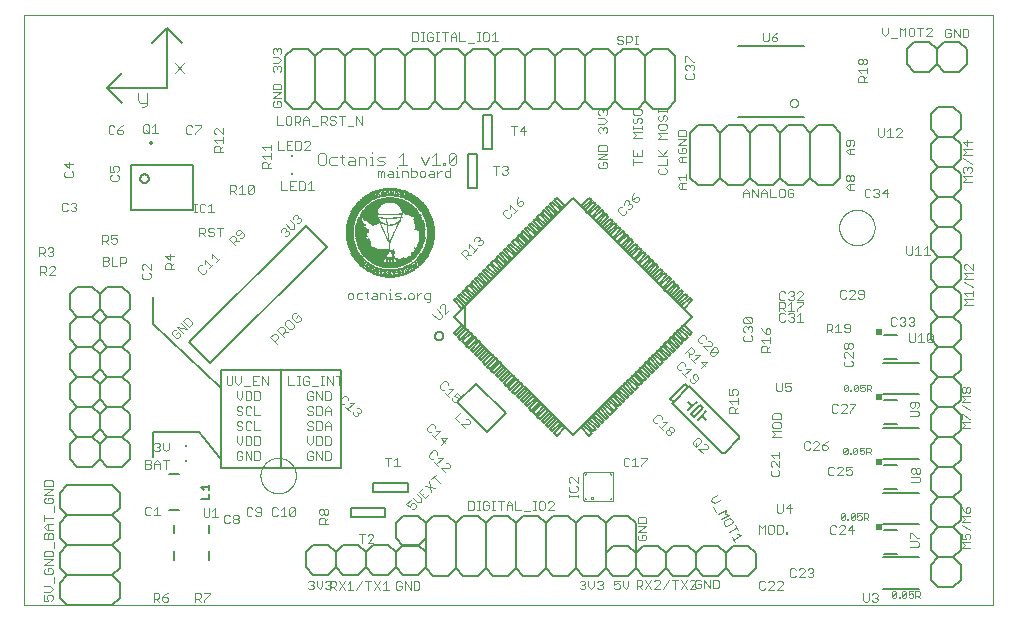
<source format=gto>
G75*
%MOIN*%
%OFA0B0*%
%FSLAX25Y25*%
%IPPOS*%
%LPD*%
%AMOC8*
5,1,8,0,0,1.08239X$1,22.5*
%
%ADD10C,0.00000*%
%ADD11C,0.00300*%
%ADD12R,0.03400X0.00100*%
%ADD13R,0.04800X0.00100*%
%ADD14R,0.05900X0.00100*%
%ADD15R,0.06800X0.00100*%
%ADD16R,0.07600X0.00100*%
%ADD17R,0.00100X0.00100*%
%ADD18R,0.00900X0.00100*%
%ADD19R,0.03200X0.00100*%
%ADD20R,0.03000X0.00100*%
%ADD21R,0.00400X0.00100*%
%ADD22R,0.00700X0.00100*%
%ADD23R,0.00500X0.00100*%
%ADD24R,0.02700X0.00100*%
%ADD25R,0.02300X0.00100*%
%ADD26R,0.00200X0.00100*%
%ADD27R,0.00600X0.00100*%
%ADD28R,0.02400X0.00100*%
%ADD29R,0.02200X0.00100*%
%ADD30R,0.02600X0.00100*%
%ADD31R,0.00300X0.00100*%
%ADD32R,0.01900X0.00100*%
%ADD33R,0.01800X0.00100*%
%ADD34R,0.00800X0.00100*%
%ADD35R,0.02000X0.00100*%
%ADD36R,0.01500X0.00100*%
%ADD37R,0.01600X0.00100*%
%ADD38R,0.01400X0.00100*%
%ADD39R,0.01100X0.00100*%
%ADD40R,0.01700X0.00100*%
%ADD41R,0.01300X0.00100*%
%ADD42R,0.01200X0.00100*%
%ADD43R,0.03700X0.00100*%
%ADD44R,0.05500X0.00100*%
%ADD45R,0.01000X0.00100*%
%ADD46R,0.08000X0.00100*%
%ADD47R,0.02100X0.00100*%
%ADD48R,0.02900X0.00100*%
%ADD49R,0.04200X0.00100*%
%ADD50R,0.05200X0.00100*%
%ADD51R,0.06000X0.00100*%
%ADD52R,0.06700X0.00100*%
%ADD53R,0.07400X0.00100*%
%ADD54R,0.08500X0.00100*%
%ADD55R,0.09000X0.00100*%
%ADD56R,0.09500X0.00100*%
%ADD57R,0.09900X0.00100*%
%ADD58R,0.10300X0.00100*%
%ADD59R,0.10700X0.00100*%
%ADD60R,0.11100X0.00100*%
%ADD61R,0.11500X0.00100*%
%ADD62R,0.11800X0.00100*%
%ADD63R,0.12200X0.00100*%
%ADD64R,0.12500X0.00100*%
%ADD65R,0.04100X0.00100*%
%ADD66R,0.08600X0.00100*%
%ADD67R,0.04500X0.00100*%
%ADD68R,0.04400X0.00100*%
%ADD69R,0.04600X0.00100*%
%ADD70R,0.04900X0.00100*%
%ADD71R,0.05100X0.00100*%
%ADD72R,0.05000X0.00100*%
%ADD73R,0.03500X0.00100*%
%ADD74R,0.05400X0.00100*%
%ADD75R,0.05600X0.00100*%
%ADD76R,0.05800X0.00100*%
%ADD77R,0.02800X0.00100*%
%ADD78R,0.06100X0.00100*%
%ADD79R,0.03300X0.00100*%
%ADD80R,0.06300X0.00100*%
%ADD81R,0.06400X0.00100*%
%ADD82R,0.06600X0.00100*%
%ADD83R,0.06900X0.00100*%
%ADD84R,0.07100X0.00100*%
%ADD85R,0.03100X0.00100*%
%ADD86R,0.07200X0.00100*%
%ADD87R,0.02500X0.00100*%
%ADD88R,0.07700X0.00100*%
%ADD89R,0.07900X0.00100*%
%ADD90R,0.08100X0.00100*%
%ADD91R,0.08200X0.00100*%
%ADD92R,0.08300X0.00100*%
%ADD93R,0.08400X0.00100*%
%ADD94R,0.08800X0.00100*%
%ADD95R,0.09200X0.00100*%
%ADD96R,0.09300X0.00100*%
%ADD97R,0.09400X0.00100*%
%ADD98R,0.09600X0.00100*%
%ADD99R,0.11300X0.00100*%
%ADD100R,0.11400X0.00100*%
%ADD101R,0.10500X0.00100*%
%ADD102R,0.10100X0.00100*%
%ADD103R,0.10200X0.00100*%
%ADD104R,0.06500X0.00100*%
%ADD105R,0.06200X0.00100*%
%ADD106R,0.04700X0.00100*%
%ADD107R,0.03900X0.00100*%
%ADD108R,0.03600X0.00100*%
%ADD109R,0.04000X0.00100*%
%ADD110R,0.04300X0.00100*%
%ADD111R,0.05300X0.00100*%
%ADD112R,0.07000X0.00100*%
%ADD113R,0.05700X0.00100*%
%ADD114R,0.03800X0.00100*%
%ADD115C,0.00600*%
%ADD116R,0.00984X0.00984*%
%ADD117C,0.00200*%
%ADD118C,0.00197*%
%ADD119C,0.00079*%
%ADD120C,0.00500*%
%ADD121C,0.01378*%
%ADD122R,0.02000X0.02000*%
%ADD123C,0.00400*%
%ADD124C,0.00800*%
D10*
X0005163Y0012652D02*
X0005163Y0209502D01*
X0327998Y0209502D01*
X0327998Y0012652D01*
X0005163Y0012652D01*
X0083903Y0055959D02*
X0083905Y0056112D01*
X0083911Y0056266D01*
X0083921Y0056419D01*
X0083935Y0056571D01*
X0083953Y0056724D01*
X0083975Y0056875D01*
X0084000Y0057026D01*
X0084030Y0057177D01*
X0084064Y0057327D01*
X0084101Y0057475D01*
X0084142Y0057623D01*
X0084187Y0057769D01*
X0084236Y0057915D01*
X0084289Y0058059D01*
X0084345Y0058201D01*
X0084405Y0058342D01*
X0084469Y0058482D01*
X0084536Y0058620D01*
X0084607Y0058756D01*
X0084682Y0058890D01*
X0084759Y0059022D01*
X0084841Y0059152D01*
X0084925Y0059280D01*
X0085013Y0059406D01*
X0085104Y0059529D01*
X0085198Y0059650D01*
X0085296Y0059768D01*
X0085396Y0059884D01*
X0085500Y0059997D01*
X0085606Y0060108D01*
X0085715Y0060216D01*
X0085827Y0060321D01*
X0085941Y0060422D01*
X0086059Y0060521D01*
X0086178Y0060617D01*
X0086300Y0060710D01*
X0086425Y0060799D01*
X0086552Y0060886D01*
X0086681Y0060968D01*
X0086812Y0061048D01*
X0086945Y0061124D01*
X0087080Y0061197D01*
X0087217Y0061266D01*
X0087356Y0061331D01*
X0087496Y0061393D01*
X0087638Y0061451D01*
X0087781Y0061506D01*
X0087926Y0061557D01*
X0088072Y0061604D01*
X0088219Y0061647D01*
X0088367Y0061686D01*
X0088516Y0061722D01*
X0088666Y0061753D01*
X0088817Y0061781D01*
X0088968Y0061805D01*
X0089121Y0061825D01*
X0089273Y0061841D01*
X0089426Y0061853D01*
X0089579Y0061861D01*
X0089732Y0061865D01*
X0089886Y0061865D01*
X0090039Y0061861D01*
X0090192Y0061853D01*
X0090345Y0061841D01*
X0090497Y0061825D01*
X0090650Y0061805D01*
X0090801Y0061781D01*
X0090952Y0061753D01*
X0091102Y0061722D01*
X0091251Y0061686D01*
X0091399Y0061647D01*
X0091546Y0061604D01*
X0091692Y0061557D01*
X0091837Y0061506D01*
X0091980Y0061451D01*
X0092122Y0061393D01*
X0092262Y0061331D01*
X0092401Y0061266D01*
X0092538Y0061197D01*
X0092673Y0061124D01*
X0092806Y0061048D01*
X0092937Y0060968D01*
X0093066Y0060886D01*
X0093193Y0060799D01*
X0093318Y0060710D01*
X0093440Y0060617D01*
X0093559Y0060521D01*
X0093677Y0060422D01*
X0093791Y0060321D01*
X0093903Y0060216D01*
X0094012Y0060108D01*
X0094118Y0059997D01*
X0094222Y0059884D01*
X0094322Y0059768D01*
X0094420Y0059650D01*
X0094514Y0059529D01*
X0094605Y0059406D01*
X0094693Y0059280D01*
X0094777Y0059152D01*
X0094859Y0059022D01*
X0094936Y0058890D01*
X0095011Y0058756D01*
X0095082Y0058620D01*
X0095149Y0058482D01*
X0095213Y0058342D01*
X0095273Y0058201D01*
X0095329Y0058059D01*
X0095382Y0057915D01*
X0095431Y0057769D01*
X0095476Y0057623D01*
X0095517Y0057475D01*
X0095554Y0057327D01*
X0095588Y0057177D01*
X0095618Y0057026D01*
X0095643Y0056875D01*
X0095665Y0056724D01*
X0095683Y0056571D01*
X0095697Y0056419D01*
X0095707Y0056266D01*
X0095713Y0056112D01*
X0095715Y0055959D01*
X0095713Y0055806D01*
X0095707Y0055652D01*
X0095697Y0055499D01*
X0095683Y0055347D01*
X0095665Y0055194D01*
X0095643Y0055043D01*
X0095618Y0054892D01*
X0095588Y0054741D01*
X0095554Y0054591D01*
X0095517Y0054443D01*
X0095476Y0054295D01*
X0095431Y0054149D01*
X0095382Y0054003D01*
X0095329Y0053859D01*
X0095273Y0053717D01*
X0095213Y0053576D01*
X0095149Y0053436D01*
X0095082Y0053298D01*
X0095011Y0053162D01*
X0094936Y0053028D01*
X0094859Y0052896D01*
X0094777Y0052766D01*
X0094693Y0052638D01*
X0094605Y0052512D01*
X0094514Y0052389D01*
X0094420Y0052268D01*
X0094322Y0052150D01*
X0094222Y0052034D01*
X0094118Y0051921D01*
X0094012Y0051810D01*
X0093903Y0051702D01*
X0093791Y0051597D01*
X0093677Y0051496D01*
X0093559Y0051397D01*
X0093440Y0051301D01*
X0093318Y0051208D01*
X0093193Y0051119D01*
X0093066Y0051032D01*
X0092937Y0050950D01*
X0092806Y0050870D01*
X0092673Y0050794D01*
X0092538Y0050721D01*
X0092401Y0050652D01*
X0092262Y0050587D01*
X0092122Y0050525D01*
X0091980Y0050467D01*
X0091837Y0050412D01*
X0091692Y0050361D01*
X0091546Y0050314D01*
X0091399Y0050271D01*
X0091251Y0050232D01*
X0091102Y0050196D01*
X0090952Y0050165D01*
X0090801Y0050137D01*
X0090650Y0050113D01*
X0090497Y0050093D01*
X0090345Y0050077D01*
X0090192Y0050065D01*
X0090039Y0050057D01*
X0089886Y0050053D01*
X0089732Y0050053D01*
X0089579Y0050057D01*
X0089426Y0050065D01*
X0089273Y0050077D01*
X0089121Y0050093D01*
X0088968Y0050113D01*
X0088817Y0050137D01*
X0088666Y0050165D01*
X0088516Y0050196D01*
X0088367Y0050232D01*
X0088219Y0050271D01*
X0088072Y0050314D01*
X0087926Y0050361D01*
X0087781Y0050412D01*
X0087638Y0050467D01*
X0087496Y0050525D01*
X0087356Y0050587D01*
X0087217Y0050652D01*
X0087080Y0050721D01*
X0086945Y0050794D01*
X0086812Y0050870D01*
X0086681Y0050950D01*
X0086552Y0051032D01*
X0086425Y0051119D01*
X0086300Y0051208D01*
X0086178Y0051301D01*
X0086059Y0051397D01*
X0085941Y0051496D01*
X0085827Y0051597D01*
X0085715Y0051702D01*
X0085606Y0051810D01*
X0085500Y0051921D01*
X0085396Y0052034D01*
X0085296Y0052150D01*
X0085198Y0052268D01*
X0085104Y0052389D01*
X0085013Y0052512D01*
X0084925Y0052638D01*
X0084841Y0052766D01*
X0084759Y0052896D01*
X0084682Y0053028D01*
X0084607Y0053162D01*
X0084536Y0053298D01*
X0084469Y0053436D01*
X0084405Y0053576D01*
X0084345Y0053717D01*
X0084289Y0053859D01*
X0084236Y0054003D01*
X0084187Y0054149D01*
X0084142Y0054295D01*
X0084101Y0054443D01*
X0084064Y0054591D01*
X0084030Y0054741D01*
X0084000Y0054892D01*
X0083975Y0055043D01*
X0083953Y0055194D01*
X0083935Y0055347D01*
X0083921Y0055499D01*
X0083911Y0055652D01*
X0083905Y0055806D01*
X0083903Y0055959D01*
X0276816Y0138636D02*
X0276818Y0138789D01*
X0276824Y0138943D01*
X0276834Y0139096D01*
X0276848Y0139248D01*
X0276866Y0139401D01*
X0276888Y0139552D01*
X0276913Y0139703D01*
X0276943Y0139854D01*
X0276977Y0140004D01*
X0277014Y0140152D01*
X0277055Y0140300D01*
X0277100Y0140446D01*
X0277149Y0140592D01*
X0277202Y0140736D01*
X0277258Y0140878D01*
X0277318Y0141019D01*
X0277382Y0141159D01*
X0277449Y0141297D01*
X0277520Y0141433D01*
X0277595Y0141567D01*
X0277672Y0141699D01*
X0277754Y0141829D01*
X0277838Y0141957D01*
X0277926Y0142083D01*
X0278017Y0142206D01*
X0278111Y0142327D01*
X0278209Y0142445D01*
X0278309Y0142561D01*
X0278413Y0142674D01*
X0278519Y0142785D01*
X0278628Y0142893D01*
X0278740Y0142998D01*
X0278854Y0143099D01*
X0278972Y0143198D01*
X0279091Y0143294D01*
X0279213Y0143387D01*
X0279338Y0143476D01*
X0279465Y0143563D01*
X0279594Y0143645D01*
X0279725Y0143725D01*
X0279858Y0143801D01*
X0279993Y0143874D01*
X0280130Y0143943D01*
X0280269Y0144008D01*
X0280409Y0144070D01*
X0280551Y0144128D01*
X0280694Y0144183D01*
X0280839Y0144234D01*
X0280985Y0144281D01*
X0281132Y0144324D01*
X0281280Y0144363D01*
X0281429Y0144399D01*
X0281579Y0144430D01*
X0281730Y0144458D01*
X0281881Y0144482D01*
X0282034Y0144502D01*
X0282186Y0144518D01*
X0282339Y0144530D01*
X0282492Y0144538D01*
X0282645Y0144542D01*
X0282799Y0144542D01*
X0282952Y0144538D01*
X0283105Y0144530D01*
X0283258Y0144518D01*
X0283410Y0144502D01*
X0283563Y0144482D01*
X0283714Y0144458D01*
X0283865Y0144430D01*
X0284015Y0144399D01*
X0284164Y0144363D01*
X0284312Y0144324D01*
X0284459Y0144281D01*
X0284605Y0144234D01*
X0284750Y0144183D01*
X0284893Y0144128D01*
X0285035Y0144070D01*
X0285175Y0144008D01*
X0285314Y0143943D01*
X0285451Y0143874D01*
X0285586Y0143801D01*
X0285719Y0143725D01*
X0285850Y0143645D01*
X0285979Y0143563D01*
X0286106Y0143476D01*
X0286231Y0143387D01*
X0286353Y0143294D01*
X0286472Y0143198D01*
X0286590Y0143099D01*
X0286704Y0142998D01*
X0286816Y0142893D01*
X0286925Y0142785D01*
X0287031Y0142674D01*
X0287135Y0142561D01*
X0287235Y0142445D01*
X0287333Y0142327D01*
X0287427Y0142206D01*
X0287518Y0142083D01*
X0287606Y0141957D01*
X0287690Y0141829D01*
X0287772Y0141699D01*
X0287849Y0141567D01*
X0287924Y0141433D01*
X0287995Y0141297D01*
X0288062Y0141159D01*
X0288126Y0141019D01*
X0288186Y0140878D01*
X0288242Y0140736D01*
X0288295Y0140592D01*
X0288344Y0140446D01*
X0288389Y0140300D01*
X0288430Y0140152D01*
X0288467Y0140004D01*
X0288501Y0139854D01*
X0288531Y0139703D01*
X0288556Y0139552D01*
X0288578Y0139401D01*
X0288596Y0139248D01*
X0288610Y0139096D01*
X0288620Y0138943D01*
X0288626Y0138789D01*
X0288628Y0138636D01*
X0288626Y0138483D01*
X0288620Y0138329D01*
X0288610Y0138176D01*
X0288596Y0138024D01*
X0288578Y0137871D01*
X0288556Y0137720D01*
X0288531Y0137569D01*
X0288501Y0137418D01*
X0288467Y0137268D01*
X0288430Y0137120D01*
X0288389Y0136972D01*
X0288344Y0136826D01*
X0288295Y0136680D01*
X0288242Y0136536D01*
X0288186Y0136394D01*
X0288126Y0136253D01*
X0288062Y0136113D01*
X0287995Y0135975D01*
X0287924Y0135839D01*
X0287849Y0135705D01*
X0287772Y0135573D01*
X0287690Y0135443D01*
X0287606Y0135315D01*
X0287518Y0135189D01*
X0287427Y0135066D01*
X0287333Y0134945D01*
X0287235Y0134827D01*
X0287135Y0134711D01*
X0287031Y0134598D01*
X0286925Y0134487D01*
X0286816Y0134379D01*
X0286704Y0134274D01*
X0286590Y0134173D01*
X0286472Y0134074D01*
X0286353Y0133978D01*
X0286231Y0133885D01*
X0286106Y0133796D01*
X0285979Y0133709D01*
X0285850Y0133627D01*
X0285719Y0133547D01*
X0285586Y0133471D01*
X0285451Y0133398D01*
X0285314Y0133329D01*
X0285175Y0133264D01*
X0285035Y0133202D01*
X0284893Y0133144D01*
X0284750Y0133089D01*
X0284605Y0133038D01*
X0284459Y0132991D01*
X0284312Y0132948D01*
X0284164Y0132909D01*
X0284015Y0132873D01*
X0283865Y0132842D01*
X0283714Y0132814D01*
X0283563Y0132790D01*
X0283410Y0132770D01*
X0283258Y0132754D01*
X0283105Y0132742D01*
X0282952Y0132734D01*
X0282799Y0132730D01*
X0282645Y0132730D01*
X0282492Y0132734D01*
X0282339Y0132742D01*
X0282186Y0132754D01*
X0282034Y0132770D01*
X0281881Y0132790D01*
X0281730Y0132814D01*
X0281579Y0132842D01*
X0281429Y0132873D01*
X0281280Y0132909D01*
X0281132Y0132948D01*
X0280985Y0132991D01*
X0280839Y0133038D01*
X0280694Y0133089D01*
X0280551Y0133144D01*
X0280409Y0133202D01*
X0280269Y0133264D01*
X0280130Y0133329D01*
X0279993Y0133398D01*
X0279858Y0133471D01*
X0279725Y0133547D01*
X0279594Y0133627D01*
X0279465Y0133709D01*
X0279338Y0133796D01*
X0279213Y0133885D01*
X0279091Y0133978D01*
X0278972Y0134074D01*
X0278854Y0134173D01*
X0278740Y0134274D01*
X0278628Y0134379D01*
X0278519Y0134487D01*
X0278413Y0134598D01*
X0278309Y0134711D01*
X0278209Y0134827D01*
X0278111Y0134945D01*
X0278017Y0135066D01*
X0277926Y0135189D01*
X0277838Y0135315D01*
X0277754Y0135443D01*
X0277672Y0135573D01*
X0277595Y0135705D01*
X0277520Y0135839D01*
X0277449Y0135975D01*
X0277382Y0136113D01*
X0277318Y0136253D01*
X0277258Y0136394D01*
X0277202Y0136536D01*
X0277149Y0136680D01*
X0277100Y0136826D01*
X0277055Y0136972D01*
X0277014Y0137120D01*
X0276977Y0137268D01*
X0276943Y0137418D01*
X0276913Y0137569D01*
X0276888Y0137720D01*
X0276866Y0137871D01*
X0276848Y0138024D01*
X0276834Y0138176D01*
X0276824Y0138329D01*
X0276818Y0138483D01*
X0276816Y0138636D01*
D11*
X0285749Y0148670D02*
X0286716Y0148670D01*
X0287200Y0149154D01*
X0288211Y0149154D02*
X0288695Y0148670D01*
X0289663Y0148670D01*
X0290146Y0149154D01*
X0290146Y0149638D01*
X0289663Y0150122D01*
X0289179Y0150122D01*
X0289663Y0150122D02*
X0290146Y0150605D01*
X0290146Y0151089D01*
X0289663Y0151573D01*
X0288695Y0151573D01*
X0288211Y0151089D01*
X0287200Y0151089D02*
X0286716Y0151573D01*
X0285749Y0151573D01*
X0285265Y0151089D01*
X0285265Y0149154D01*
X0285749Y0148670D01*
X0281881Y0151234D02*
X0279947Y0151234D01*
X0278979Y0152201D01*
X0279947Y0153169D01*
X0281881Y0153169D01*
X0281398Y0154180D02*
X0280914Y0154180D01*
X0280430Y0154664D01*
X0280430Y0155632D01*
X0280914Y0156115D01*
X0281398Y0156115D01*
X0281881Y0155632D01*
X0281881Y0154664D01*
X0281398Y0154180D01*
X0280430Y0154664D02*
X0279947Y0154180D01*
X0279463Y0154180D01*
X0278979Y0154664D01*
X0278979Y0155632D01*
X0279463Y0156115D01*
X0279947Y0156115D01*
X0280430Y0155632D01*
X0280430Y0153169D02*
X0280430Y0151234D01*
X0291158Y0150122D02*
X0293093Y0150122D01*
X0292609Y0151573D02*
X0291158Y0150122D01*
X0292609Y0148670D02*
X0292609Y0151573D01*
X0281881Y0163020D02*
X0279947Y0163020D01*
X0278979Y0163987D01*
X0279947Y0164955D01*
X0281881Y0164955D01*
X0281398Y0165966D02*
X0281881Y0166450D01*
X0281881Y0167418D01*
X0281398Y0167901D01*
X0279463Y0167901D01*
X0278979Y0167418D01*
X0278979Y0166450D01*
X0279463Y0165966D01*
X0279947Y0165966D01*
X0280430Y0166450D01*
X0280430Y0167901D01*
X0280430Y0164955D02*
X0280430Y0163020D01*
X0289781Y0169349D02*
X0290265Y0168865D01*
X0291233Y0168865D01*
X0291716Y0169349D01*
X0291716Y0171767D01*
X0292728Y0170800D02*
X0293695Y0171767D01*
X0293695Y0168865D01*
X0292728Y0168865D02*
X0294663Y0168865D01*
X0295675Y0168865D02*
X0297610Y0170800D01*
X0297610Y0171284D01*
X0297126Y0171767D01*
X0296158Y0171767D01*
X0295675Y0171284D01*
X0295675Y0168865D02*
X0297610Y0168865D01*
X0289781Y0169349D02*
X0289781Y0171767D01*
X0286051Y0187094D02*
X0283149Y0187094D01*
X0283149Y0188546D01*
X0283632Y0189029D01*
X0284600Y0189029D01*
X0285084Y0188546D01*
X0285084Y0187094D01*
X0285084Y0188062D02*
X0286051Y0189029D01*
X0286051Y0190041D02*
X0286051Y0191976D01*
X0286051Y0191008D02*
X0283149Y0191008D01*
X0284116Y0190041D01*
X0284116Y0192988D02*
X0283632Y0192988D01*
X0283149Y0193471D01*
X0283149Y0194439D01*
X0283632Y0194923D01*
X0284116Y0194923D01*
X0284600Y0194439D01*
X0284600Y0193471D01*
X0284116Y0192988D01*
X0284600Y0193471D02*
X0285084Y0192988D01*
X0285567Y0192988D01*
X0286051Y0193471D01*
X0286051Y0194439D01*
X0285567Y0194923D01*
X0285084Y0194923D01*
X0284600Y0194439D01*
X0292056Y0202404D02*
X0293024Y0203372D01*
X0293024Y0205307D01*
X0291089Y0205307D02*
X0291089Y0203372D01*
X0292056Y0202404D01*
X0294036Y0201921D02*
X0295970Y0201921D01*
X0296982Y0202404D02*
X0296982Y0205307D01*
X0297950Y0204339D01*
X0298917Y0205307D01*
X0298917Y0202404D01*
X0299929Y0202888D02*
X0300412Y0202404D01*
X0301380Y0202404D01*
X0301864Y0202888D01*
X0301864Y0204823D01*
X0301380Y0205307D01*
X0300412Y0205307D01*
X0299929Y0204823D01*
X0299929Y0202888D01*
X0302875Y0205307D02*
X0304810Y0205307D01*
X0303843Y0205307D02*
X0303843Y0202404D01*
X0305822Y0202404D02*
X0307757Y0204339D01*
X0307757Y0204823D01*
X0307273Y0205307D01*
X0306305Y0205307D01*
X0305822Y0204823D01*
X0305822Y0202404D02*
X0307757Y0202404D01*
X0312081Y0202549D02*
X0312081Y0204484D01*
X0312565Y0204967D01*
X0313533Y0204967D01*
X0314016Y0204484D01*
X0314016Y0203516D02*
X0313049Y0203516D01*
X0314016Y0203516D02*
X0314016Y0202549D01*
X0313533Y0202065D01*
X0312565Y0202065D01*
X0312081Y0202549D01*
X0315028Y0202065D02*
X0315028Y0204967D01*
X0316963Y0202065D01*
X0316963Y0204967D01*
X0317975Y0204967D02*
X0319426Y0204967D01*
X0319910Y0204484D01*
X0319910Y0202549D01*
X0319426Y0202065D01*
X0317975Y0202065D01*
X0317975Y0204967D01*
X0319530Y0167686D02*
X0319530Y0165751D01*
X0318079Y0167202D01*
X0320981Y0167202D01*
X0320981Y0164739D02*
X0318079Y0164739D01*
X0319047Y0163772D01*
X0318079Y0162805D01*
X0320981Y0162805D01*
X0320981Y0159858D02*
X0318079Y0161793D01*
X0318563Y0158846D02*
X0319047Y0158846D01*
X0319530Y0158363D01*
X0320014Y0158846D01*
X0320498Y0158846D01*
X0320981Y0158363D01*
X0320981Y0157395D01*
X0320498Y0156911D01*
X0320981Y0155900D02*
X0318079Y0155900D01*
X0319047Y0154932D01*
X0318079Y0153965D01*
X0320981Y0153965D01*
X0318563Y0156911D02*
X0318079Y0157395D01*
X0318079Y0158363D01*
X0318563Y0158846D01*
X0319530Y0158363D02*
X0319530Y0157879D01*
X0306111Y0132510D02*
X0306111Y0129607D01*
X0307078Y0129607D02*
X0305143Y0129607D01*
X0304131Y0129607D02*
X0302197Y0129607D01*
X0303164Y0129607D02*
X0303164Y0132510D01*
X0302197Y0131542D01*
X0301185Y0132510D02*
X0301185Y0130091D01*
X0300701Y0129607D01*
X0299734Y0129607D01*
X0299250Y0130091D01*
X0299250Y0132510D01*
X0305143Y0131542D02*
X0306111Y0132510D01*
X0318479Y0126002D02*
X0318479Y0125035D01*
X0318963Y0124551D01*
X0318479Y0123539D02*
X0321381Y0123539D01*
X0321381Y0124551D02*
X0319447Y0126486D01*
X0318963Y0126486D01*
X0318479Y0126002D01*
X0318479Y0123539D02*
X0319447Y0122572D01*
X0318479Y0121605D01*
X0321381Y0121605D01*
X0321381Y0124551D02*
X0321381Y0126486D01*
X0318479Y0120593D02*
X0321381Y0118658D01*
X0321381Y0117646D02*
X0321381Y0115711D01*
X0321381Y0116679D02*
X0318479Y0116679D01*
X0319447Y0115711D01*
X0318479Y0114700D02*
X0321381Y0114700D01*
X0321381Y0112765D02*
X0318479Y0112765D01*
X0319447Y0113732D01*
X0318479Y0114700D01*
X0307526Y0103367D02*
X0306558Y0103367D01*
X0306075Y0102884D01*
X0306075Y0100949D01*
X0308010Y0102884D01*
X0308010Y0100949D01*
X0307526Y0100465D01*
X0306558Y0100465D01*
X0306075Y0100949D01*
X0305063Y0100465D02*
X0303128Y0100465D01*
X0304095Y0100465D02*
X0304095Y0103367D01*
X0303128Y0102400D01*
X0302116Y0103367D02*
X0302116Y0100949D01*
X0301633Y0100465D01*
X0300665Y0100465D01*
X0300181Y0100949D01*
X0300181Y0103367D01*
X0300413Y0105848D02*
X0299929Y0106332D01*
X0300413Y0105848D02*
X0301381Y0105848D01*
X0301864Y0106332D01*
X0301864Y0106816D01*
X0301381Y0107300D01*
X0300897Y0107300D01*
X0301381Y0107300D02*
X0301864Y0107783D01*
X0301864Y0108267D01*
X0301381Y0108751D01*
X0300413Y0108751D01*
X0299929Y0108267D01*
X0298918Y0108267D02*
X0298918Y0107783D01*
X0298434Y0107300D01*
X0298918Y0106816D01*
X0298918Y0106332D01*
X0298434Y0105848D01*
X0297467Y0105848D01*
X0296983Y0106332D01*
X0295971Y0106332D02*
X0295488Y0105848D01*
X0294520Y0105848D01*
X0294036Y0106332D01*
X0294036Y0108267D01*
X0294520Y0108751D01*
X0295488Y0108751D01*
X0295971Y0108267D01*
X0296983Y0108267D02*
X0297467Y0108751D01*
X0298434Y0108751D01*
X0298918Y0108267D01*
X0298434Y0107300D02*
X0297950Y0107300D01*
X0307526Y0103367D02*
X0308010Y0102884D01*
X0318163Y0085486D02*
X0318647Y0085486D01*
X0319130Y0085002D01*
X0319130Y0084035D01*
X0318647Y0083551D01*
X0318163Y0083551D01*
X0317679Y0084035D01*
X0317679Y0085002D01*
X0318163Y0085486D01*
X0319130Y0085002D02*
X0319614Y0085486D01*
X0320098Y0085486D01*
X0320581Y0085002D01*
X0320581Y0084035D01*
X0320098Y0083551D01*
X0319614Y0083551D01*
X0319130Y0084035D01*
X0317679Y0082539D02*
X0320581Y0082539D01*
X0320581Y0080605D02*
X0317679Y0080605D01*
X0318647Y0081572D01*
X0317679Y0082539D01*
X0317679Y0079593D02*
X0320581Y0077658D01*
X0318163Y0076646D02*
X0320098Y0074711D01*
X0320581Y0074711D01*
X0320581Y0073700D02*
X0317679Y0073700D01*
X0318647Y0072732D01*
X0317679Y0071765D01*
X0320581Y0071765D01*
X0317679Y0074711D02*
X0317679Y0076646D01*
X0318163Y0076646D01*
X0303381Y0077123D02*
X0303381Y0076156D01*
X0302898Y0075672D01*
X0300479Y0075672D01*
X0300479Y0077607D02*
X0302898Y0077607D01*
X0303381Y0077123D01*
X0302898Y0078618D02*
X0303381Y0079102D01*
X0303381Y0080070D01*
X0302898Y0080553D01*
X0300963Y0080553D01*
X0300479Y0080070D01*
X0300479Y0079102D01*
X0300963Y0078618D01*
X0301447Y0078618D01*
X0301930Y0079102D01*
X0301930Y0080553D01*
X0282210Y0079867D02*
X0282210Y0079384D01*
X0280275Y0077449D01*
X0280275Y0076965D01*
X0279263Y0076965D02*
X0277328Y0076965D01*
X0279263Y0078900D01*
X0279263Y0079384D01*
X0278779Y0079867D01*
X0277812Y0079867D01*
X0277328Y0079384D01*
X0276316Y0079384D02*
X0275833Y0079867D01*
X0274865Y0079867D01*
X0274381Y0079384D01*
X0274381Y0077449D01*
X0274865Y0076965D01*
X0275833Y0076965D01*
X0276316Y0077449D01*
X0280275Y0079867D02*
X0282210Y0079867D01*
X0280798Y0092365D02*
X0278863Y0092365D01*
X0278379Y0092849D01*
X0278379Y0093816D01*
X0278863Y0094300D01*
X0278863Y0095311D02*
X0278379Y0095795D01*
X0278379Y0096763D01*
X0278863Y0097246D01*
X0279347Y0097246D01*
X0281281Y0095311D01*
X0281281Y0097246D01*
X0280798Y0098258D02*
X0280314Y0098258D01*
X0279830Y0098742D01*
X0279830Y0099709D01*
X0280314Y0100193D01*
X0280798Y0100193D01*
X0281281Y0099709D01*
X0281281Y0098742D01*
X0280798Y0098258D01*
X0279830Y0098742D02*
X0279347Y0098258D01*
X0278863Y0098258D01*
X0278379Y0098742D01*
X0278379Y0099709D01*
X0278863Y0100193D01*
X0279347Y0100193D01*
X0279830Y0099709D01*
X0279986Y0103665D02*
X0280470Y0104149D01*
X0280470Y0106084D01*
X0279986Y0106567D01*
X0279019Y0106567D01*
X0278535Y0106084D01*
X0278535Y0105600D01*
X0279019Y0105116D01*
X0280470Y0105116D01*
X0279986Y0103665D02*
X0279019Y0103665D01*
X0278535Y0104149D01*
X0277523Y0103665D02*
X0275588Y0103665D01*
X0276556Y0103665D02*
X0276556Y0106567D01*
X0275588Y0105600D01*
X0274577Y0106084D02*
X0274577Y0105116D01*
X0274093Y0104632D01*
X0272642Y0104632D01*
X0272642Y0103665D02*
X0272642Y0106567D01*
X0274093Y0106567D01*
X0274577Y0106084D01*
X0273609Y0104632D02*
X0274577Y0103665D01*
X0264710Y0107265D02*
X0262775Y0107265D01*
X0263742Y0107265D02*
X0263742Y0110167D01*
X0262775Y0109200D01*
X0261763Y0109200D02*
X0261279Y0108716D01*
X0261763Y0108232D01*
X0261763Y0107749D01*
X0261279Y0107265D01*
X0260312Y0107265D01*
X0259828Y0107749D01*
X0258816Y0107749D02*
X0258333Y0107265D01*
X0257365Y0107265D01*
X0256881Y0107749D01*
X0256881Y0109684D01*
X0257365Y0110167D01*
X0258333Y0110167D01*
X0258816Y0109684D01*
X0259828Y0109684D02*
X0260312Y0110167D01*
X0261279Y0110167D01*
X0261763Y0109684D01*
X0261763Y0109200D01*
X0261279Y0108716D02*
X0260795Y0108716D01*
X0260795Y0110865D02*
X0260795Y0113767D01*
X0259828Y0112800D01*
X0258816Y0113284D02*
X0258816Y0112316D01*
X0258333Y0111832D01*
X0256881Y0111832D01*
X0256881Y0110865D02*
X0256881Y0113767D01*
X0258333Y0113767D01*
X0258816Y0113284D01*
X0258333Y0114465D02*
X0258816Y0114949D01*
X0258333Y0114465D02*
X0257365Y0114465D01*
X0256881Y0114949D01*
X0256881Y0116884D01*
X0257365Y0117367D01*
X0258333Y0117367D01*
X0258816Y0116884D01*
X0259828Y0116884D02*
X0260312Y0117367D01*
X0261279Y0117367D01*
X0261763Y0116884D01*
X0261763Y0116400D01*
X0261279Y0115916D01*
X0261763Y0115432D01*
X0261763Y0114949D01*
X0261279Y0114465D01*
X0260312Y0114465D01*
X0259828Y0114949D01*
X0260795Y0115916D02*
X0261279Y0115916D01*
X0262775Y0116884D02*
X0263258Y0117367D01*
X0264226Y0117367D01*
X0264710Y0116884D01*
X0264710Y0116400D01*
X0262775Y0114465D01*
X0264710Y0114465D01*
X0264710Y0113767D02*
X0264710Y0113284D01*
X0262775Y0111349D01*
X0262775Y0110865D01*
X0261763Y0110865D02*
X0259828Y0110865D01*
X0258816Y0110865D02*
X0257849Y0111832D01*
X0262775Y0113767D02*
X0264710Y0113767D01*
X0277181Y0115449D02*
X0277665Y0114965D01*
X0278633Y0114965D01*
X0279116Y0115449D01*
X0280128Y0114965D02*
X0282063Y0116900D01*
X0282063Y0117384D01*
X0281579Y0117867D01*
X0280612Y0117867D01*
X0280128Y0117384D01*
X0279116Y0117384D02*
X0278633Y0117867D01*
X0277665Y0117867D01*
X0277181Y0117384D01*
X0277181Y0115449D01*
X0280128Y0114965D02*
X0282063Y0114965D01*
X0283075Y0115449D02*
X0283558Y0114965D01*
X0284526Y0114965D01*
X0285010Y0115449D01*
X0285010Y0117384D01*
X0284526Y0117867D01*
X0283558Y0117867D01*
X0283075Y0117384D01*
X0283075Y0116900D01*
X0283558Y0116416D01*
X0285010Y0116416D01*
X0280798Y0094300D02*
X0281281Y0093816D01*
X0281281Y0092849D01*
X0280798Y0092365D01*
X0260726Y0086893D02*
X0258791Y0086893D01*
X0258791Y0085442D01*
X0259758Y0085926D01*
X0260242Y0085926D01*
X0260726Y0085442D01*
X0260726Y0084475D01*
X0260242Y0083991D01*
X0259275Y0083991D01*
X0258791Y0084475D01*
X0257779Y0084475D02*
X0257779Y0086893D01*
X0255844Y0086893D02*
X0255844Y0084475D01*
X0256328Y0083991D01*
X0257296Y0083991D01*
X0257779Y0084475D01*
X0256923Y0076712D02*
X0254988Y0076712D01*
X0254504Y0076228D01*
X0254504Y0074777D01*
X0257406Y0074777D01*
X0257406Y0076228D01*
X0256923Y0076712D01*
X0256923Y0073765D02*
X0254988Y0073765D01*
X0254504Y0073282D01*
X0254504Y0072314D01*
X0254988Y0071830D01*
X0256923Y0071830D01*
X0257406Y0072314D01*
X0257406Y0073282D01*
X0256923Y0073765D01*
X0257406Y0070819D02*
X0254504Y0070819D01*
X0255471Y0069851D01*
X0254504Y0068884D01*
X0257406Y0068884D01*
X0256881Y0063753D02*
X0256881Y0061818D01*
X0256881Y0062786D02*
X0253979Y0062786D01*
X0254947Y0061818D01*
X0254947Y0060807D02*
X0254463Y0060807D01*
X0253979Y0060323D01*
X0253979Y0059356D01*
X0254463Y0058872D01*
X0254463Y0057860D02*
X0253979Y0057377D01*
X0253979Y0056409D01*
X0254463Y0055925D01*
X0256398Y0055925D01*
X0256881Y0056409D01*
X0256881Y0057377D01*
X0256398Y0057860D01*
X0256881Y0058872D02*
X0254947Y0060807D01*
X0256881Y0060807D02*
X0256881Y0058872D01*
X0265181Y0065049D02*
X0265665Y0064565D01*
X0266633Y0064565D01*
X0267116Y0065049D01*
X0268128Y0064565D02*
X0270063Y0066500D01*
X0270063Y0066984D01*
X0269579Y0067467D01*
X0268612Y0067467D01*
X0268128Y0066984D01*
X0267116Y0066984D02*
X0266633Y0067467D01*
X0265665Y0067467D01*
X0265181Y0066984D01*
X0265181Y0065049D01*
X0268128Y0064565D02*
X0270063Y0064565D01*
X0271075Y0065049D02*
X0271558Y0064565D01*
X0272526Y0064565D01*
X0273010Y0065049D01*
X0273010Y0065532D01*
X0272526Y0066016D01*
X0271075Y0066016D01*
X0271075Y0065049D01*
X0271075Y0066016D02*
X0272042Y0066984D01*
X0273010Y0067467D01*
X0273726Y0058967D02*
X0273242Y0058484D01*
X0273242Y0056549D01*
X0273726Y0056065D01*
X0274693Y0056065D01*
X0275177Y0056549D01*
X0276188Y0056065D02*
X0278123Y0058000D01*
X0278123Y0058484D01*
X0277640Y0058967D01*
X0276672Y0058967D01*
X0276188Y0058484D01*
X0275177Y0058484D02*
X0274693Y0058967D01*
X0273726Y0058967D01*
X0276188Y0056065D02*
X0278123Y0056065D01*
X0279135Y0056549D02*
X0279619Y0056065D01*
X0280586Y0056065D01*
X0281070Y0056549D01*
X0281070Y0057516D01*
X0280586Y0058000D01*
X0280102Y0058000D01*
X0279135Y0057516D01*
X0279135Y0058967D01*
X0281070Y0058967D01*
X0300879Y0058070D02*
X0301363Y0058553D01*
X0301847Y0058553D01*
X0302330Y0058070D01*
X0302330Y0057102D01*
X0301847Y0056618D01*
X0301363Y0056618D01*
X0300879Y0057102D01*
X0300879Y0058070D01*
X0302330Y0058070D02*
X0302814Y0058553D01*
X0303298Y0058553D01*
X0303781Y0058070D01*
X0303781Y0057102D01*
X0303298Y0056618D01*
X0302814Y0056618D01*
X0302330Y0057102D01*
X0303298Y0055607D02*
X0300879Y0055607D01*
X0300879Y0053672D02*
X0303298Y0053672D01*
X0303781Y0054156D01*
X0303781Y0055123D01*
X0303298Y0055607D01*
X0317679Y0045486D02*
X0318163Y0044519D01*
X0319130Y0043551D01*
X0319130Y0045002D01*
X0319614Y0045486D01*
X0320098Y0045486D01*
X0320581Y0045002D01*
X0320581Y0044035D01*
X0320098Y0043551D01*
X0319130Y0043551D01*
X0317679Y0042539D02*
X0320581Y0042539D01*
X0320581Y0040605D02*
X0317679Y0040605D01*
X0318647Y0041572D01*
X0317679Y0042539D01*
X0317679Y0039593D02*
X0320581Y0037658D01*
X0320098Y0036646D02*
X0319130Y0036646D01*
X0318647Y0036163D01*
X0318647Y0035679D01*
X0319130Y0034711D01*
X0317679Y0034711D01*
X0317679Y0036646D01*
X0320098Y0036646D02*
X0320581Y0036163D01*
X0320581Y0035195D01*
X0320098Y0034711D01*
X0320581Y0033700D02*
X0317679Y0033700D01*
X0318647Y0032732D01*
X0317679Y0031765D01*
X0320581Y0031765D01*
X0303381Y0032556D02*
X0303381Y0033523D01*
X0302898Y0034007D01*
X0300479Y0034007D01*
X0300479Y0035018D02*
X0300479Y0036953D01*
X0300963Y0036953D01*
X0302898Y0035018D01*
X0303381Y0035018D01*
X0303381Y0032556D02*
X0302898Y0032072D01*
X0300479Y0032072D01*
X0289179Y0016767D02*
X0289663Y0016284D01*
X0289663Y0015800D01*
X0289179Y0015316D01*
X0289663Y0014832D01*
X0289663Y0014349D01*
X0289179Y0013865D01*
X0288212Y0013865D01*
X0287728Y0014349D01*
X0286716Y0014349D02*
X0286716Y0016767D01*
X0287728Y0016284D02*
X0288212Y0016767D01*
X0289179Y0016767D01*
X0289179Y0015316D02*
X0288695Y0015316D01*
X0286716Y0014349D02*
X0286233Y0013865D01*
X0285265Y0013865D01*
X0284781Y0014349D01*
X0284781Y0016767D01*
X0268210Y0022649D02*
X0267726Y0022165D01*
X0266758Y0022165D01*
X0266275Y0022649D01*
X0265263Y0022165D02*
X0263328Y0022165D01*
X0265263Y0024100D01*
X0265263Y0024584D01*
X0264779Y0025067D01*
X0263812Y0025067D01*
X0263328Y0024584D01*
X0262316Y0024584D02*
X0261833Y0025067D01*
X0260865Y0025067D01*
X0260381Y0024584D01*
X0260381Y0022649D01*
X0260865Y0022165D01*
X0261833Y0022165D01*
X0262316Y0022649D01*
X0266275Y0024584D02*
X0266758Y0025067D01*
X0267726Y0025067D01*
X0268210Y0024584D01*
X0268210Y0024100D01*
X0267726Y0023616D01*
X0268210Y0023132D01*
X0268210Y0022649D01*
X0267726Y0023616D02*
X0267242Y0023616D01*
X0258010Y0020384D02*
X0257526Y0020867D01*
X0256558Y0020867D01*
X0256075Y0020384D01*
X0255063Y0020384D02*
X0254579Y0020867D01*
X0253612Y0020867D01*
X0253128Y0020384D01*
X0252116Y0020384D02*
X0251633Y0020867D01*
X0250665Y0020867D01*
X0250181Y0020384D01*
X0250181Y0018449D01*
X0250665Y0017965D01*
X0251633Y0017965D01*
X0252116Y0018449D01*
X0253128Y0017965D02*
X0255063Y0019900D01*
X0255063Y0020384D01*
X0255063Y0017965D02*
X0253128Y0017965D01*
X0256075Y0017965D02*
X0258010Y0019900D01*
X0258010Y0020384D01*
X0258010Y0017965D02*
X0256075Y0017965D01*
X0236710Y0018849D02*
X0236710Y0020784D01*
X0236226Y0021267D01*
X0234775Y0021267D01*
X0234775Y0018365D01*
X0236226Y0018365D01*
X0236710Y0018849D01*
X0233763Y0018365D02*
X0233763Y0021267D01*
X0231828Y0021267D02*
X0233763Y0018365D01*
X0231828Y0018365D02*
X0231828Y0021267D01*
X0230816Y0020784D02*
X0230333Y0021267D01*
X0229365Y0021267D01*
X0228881Y0020784D01*
X0228881Y0018849D01*
X0229365Y0018365D01*
X0230333Y0018365D01*
X0230816Y0018849D01*
X0230816Y0019816D01*
X0229849Y0019816D01*
X0228896Y0020200D02*
X0228896Y0020684D01*
X0228412Y0021167D01*
X0227444Y0021167D01*
X0226961Y0020684D01*
X0225949Y0021167D02*
X0224014Y0018265D01*
X0225949Y0018265D02*
X0224014Y0021167D01*
X0223003Y0021167D02*
X0221068Y0021167D01*
X0222035Y0021167D02*
X0222035Y0018265D01*
X0220056Y0021167D02*
X0218121Y0018265D01*
X0217110Y0018265D02*
X0215175Y0018265D01*
X0217110Y0020200D01*
X0217110Y0020684D01*
X0216626Y0021167D01*
X0215658Y0021167D01*
X0215175Y0020684D01*
X0214163Y0021167D02*
X0212228Y0018265D01*
X0211216Y0018265D02*
X0210249Y0019232D01*
X0210733Y0019232D02*
X0209281Y0019232D01*
X0209281Y0018265D02*
X0209281Y0021167D01*
X0210733Y0021167D01*
X0211216Y0020684D01*
X0211216Y0019716D01*
X0210733Y0019232D01*
X0212228Y0021167D02*
X0214163Y0018265D01*
X0206563Y0019032D02*
X0206563Y0020967D01*
X0206563Y0019032D02*
X0205595Y0018065D01*
X0204628Y0019032D01*
X0204628Y0020967D01*
X0203616Y0020967D02*
X0201681Y0020967D01*
X0201681Y0019516D01*
X0202649Y0020000D01*
X0203133Y0020000D01*
X0203616Y0019516D01*
X0203616Y0018549D01*
X0203133Y0018065D01*
X0202165Y0018065D01*
X0201681Y0018549D01*
X0198110Y0018549D02*
X0197626Y0018065D01*
X0196658Y0018065D01*
X0196175Y0018549D01*
X0195163Y0019032D02*
X0195163Y0020967D01*
X0196175Y0020484D02*
X0196658Y0020967D01*
X0197626Y0020967D01*
X0198110Y0020484D01*
X0198110Y0020000D01*
X0197626Y0019516D01*
X0198110Y0019032D01*
X0198110Y0018549D01*
X0197626Y0019516D02*
X0197142Y0019516D01*
X0195163Y0019032D02*
X0194195Y0018065D01*
X0193228Y0019032D01*
X0193228Y0020967D01*
X0192216Y0020484D02*
X0192216Y0020000D01*
X0191733Y0019516D01*
X0192216Y0019032D01*
X0192216Y0018549D01*
X0191733Y0018065D01*
X0190765Y0018065D01*
X0190281Y0018549D01*
X0191249Y0019516D02*
X0191733Y0019516D01*
X0192216Y0020484D02*
X0191733Y0020967D01*
X0190765Y0020967D01*
X0190281Y0020484D01*
X0209679Y0034809D02*
X0210163Y0034325D01*
X0212098Y0034325D01*
X0212581Y0034809D01*
X0212581Y0035777D01*
X0212098Y0036260D01*
X0211130Y0036260D01*
X0211130Y0035293D01*
X0210163Y0036260D02*
X0209679Y0035777D01*
X0209679Y0034809D01*
X0209679Y0037272D02*
X0212581Y0039207D01*
X0209679Y0039207D01*
X0209679Y0040218D02*
X0209679Y0041670D01*
X0210163Y0042153D01*
X0212098Y0042153D01*
X0212581Y0041670D01*
X0212581Y0040218D01*
X0209679Y0040218D01*
X0209679Y0037272D02*
X0212581Y0037272D01*
X0234691Y0045366D02*
X0235658Y0043691D01*
X0236583Y0043057D02*
X0239097Y0044508D01*
X0238742Y0043186D01*
X0240064Y0042832D01*
X0237550Y0041381D01*
X0238475Y0040747D02*
X0238298Y0040086D01*
X0238782Y0039248D01*
X0239443Y0039071D01*
X0241118Y0040038D01*
X0241295Y0040699D01*
X0240812Y0041537D01*
X0240151Y0041714D01*
X0238475Y0040747D01*
X0242043Y0039404D02*
X0243011Y0037728D01*
X0242527Y0038566D02*
X0240013Y0037115D01*
X0241003Y0035401D02*
X0241970Y0033725D01*
X0241486Y0034563D02*
X0244000Y0036015D01*
X0242678Y0036369D01*
X0250100Y0036640D02*
X0250100Y0039543D01*
X0251068Y0038575D01*
X0252035Y0039543D01*
X0252035Y0036640D01*
X0253047Y0037124D02*
X0253531Y0036640D01*
X0254498Y0036640D01*
X0254982Y0037124D01*
X0254982Y0039059D01*
X0254498Y0039543D01*
X0253531Y0039543D01*
X0253047Y0039059D01*
X0253047Y0037124D01*
X0255993Y0036640D02*
X0257445Y0036640D01*
X0257928Y0037124D01*
X0257928Y0039059D01*
X0257445Y0039543D01*
X0255993Y0039543D01*
X0255993Y0036640D01*
X0258940Y0036640D02*
X0258940Y0037124D01*
X0259424Y0037124D01*
X0259424Y0036640D01*
X0258940Y0036640D01*
X0257496Y0043591D02*
X0256528Y0043591D01*
X0256044Y0044075D01*
X0256044Y0046493D01*
X0257979Y0046493D02*
X0257979Y0044075D01*
X0257496Y0043591D01*
X0258991Y0045042D02*
X0260926Y0045042D01*
X0260442Y0043591D02*
X0260442Y0046493D01*
X0258991Y0045042D01*
X0273881Y0038884D02*
X0273881Y0036949D01*
X0274365Y0036465D01*
X0275333Y0036465D01*
X0275816Y0036949D01*
X0276828Y0036465D02*
X0278763Y0038400D01*
X0278763Y0038884D01*
X0278279Y0039367D01*
X0277312Y0039367D01*
X0276828Y0038884D01*
X0275816Y0038884D02*
X0275333Y0039367D01*
X0274365Y0039367D01*
X0273881Y0038884D01*
X0276828Y0036465D02*
X0278763Y0036465D01*
X0279775Y0037916D02*
X0281710Y0037916D01*
X0281226Y0036465D02*
X0281226Y0039367D01*
X0279775Y0037916D01*
X0237117Y0047936D02*
X0235442Y0046968D01*
X0234120Y0047322D01*
X0234474Y0048644D01*
X0236150Y0049611D01*
X0231272Y0063485D02*
X0229903Y0064853D01*
X0232640Y0064853D01*
X0232982Y0065195D01*
X0232982Y0065880D01*
X0232298Y0066564D01*
X0231614Y0066564D01*
X0230899Y0067279D02*
X0229530Y0065911D01*
X0228846Y0065911D01*
X0228162Y0066595D01*
X0228162Y0067279D01*
X0229530Y0068647D01*
X0230214Y0068647D01*
X0230899Y0067963D01*
X0230899Y0067279D01*
X0229188Y0066937D02*
X0229188Y0065569D01*
X0221781Y0070759D02*
X0221439Y0070417D01*
X0220755Y0070417D01*
X0220071Y0071101D01*
X0220071Y0071785D01*
X0220413Y0072127D01*
X0221097Y0072127D01*
X0221781Y0071443D01*
X0221781Y0070759D01*
X0220755Y0070417D02*
X0220755Y0069733D01*
X0220413Y0069391D01*
X0219729Y0069391D01*
X0219045Y0070075D01*
X0219045Y0070759D01*
X0219387Y0071101D01*
X0220071Y0071101D01*
X0217988Y0071132D02*
X0216619Y0072500D01*
X0217303Y0071816D02*
X0219356Y0073868D01*
X0217988Y0073868D01*
X0217614Y0074926D02*
X0217614Y0075610D01*
X0216930Y0076294D01*
X0216246Y0076294D01*
X0214878Y0074926D01*
X0214878Y0074242D01*
X0215562Y0073558D01*
X0216246Y0073558D01*
X0212778Y0061960D02*
X0210843Y0061960D01*
X0212778Y0061960D02*
X0212778Y0061476D01*
X0210843Y0059541D01*
X0210843Y0059057D01*
X0209831Y0059057D02*
X0207897Y0059057D01*
X0208864Y0059057D02*
X0208864Y0061960D01*
X0207897Y0060992D01*
X0206885Y0061476D02*
X0206401Y0061960D01*
X0205434Y0061960D01*
X0204950Y0061476D01*
X0204950Y0059541D01*
X0205434Y0059057D01*
X0206401Y0059057D01*
X0206885Y0059541D01*
X0189666Y0055521D02*
X0189666Y0053586D01*
X0187731Y0055521D01*
X0187247Y0055521D01*
X0186764Y0055037D01*
X0186764Y0054070D01*
X0187247Y0053586D01*
X0187247Y0052575D02*
X0186764Y0052091D01*
X0186764Y0051123D01*
X0187247Y0050640D01*
X0189182Y0050640D01*
X0189666Y0051123D01*
X0189666Y0052091D01*
X0189182Y0052575D01*
X0189666Y0049643D02*
X0189666Y0048675D01*
X0189666Y0049159D02*
X0186764Y0049159D01*
X0186764Y0048675D02*
X0186764Y0049643D01*
X0181635Y0046984D02*
X0181151Y0047467D01*
X0180184Y0047467D01*
X0179700Y0046984D01*
X0178689Y0046984D02*
X0178205Y0047467D01*
X0177237Y0047467D01*
X0176754Y0046984D01*
X0176754Y0045049D01*
X0177237Y0044565D01*
X0178205Y0044565D01*
X0178689Y0045049D01*
X0178689Y0046984D01*
X0179700Y0044565D02*
X0181635Y0046500D01*
X0181635Y0046984D01*
X0181635Y0044565D02*
X0179700Y0044565D01*
X0175757Y0044565D02*
X0174789Y0044565D01*
X0175273Y0044565D02*
X0175273Y0047467D01*
X0174789Y0047467D02*
X0175757Y0047467D01*
X0173778Y0044081D02*
X0171843Y0044081D01*
X0170831Y0044565D02*
X0168896Y0044565D01*
X0168896Y0047467D01*
X0167885Y0046500D02*
X0167885Y0044565D01*
X0167885Y0046016D02*
X0165950Y0046016D01*
X0165950Y0046500D02*
X0166917Y0047467D01*
X0167885Y0046500D01*
X0165950Y0046500D02*
X0165950Y0044565D01*
X0163971Y0044565D02*
X0163971Y0047467D01*
X0164938Y0047467D02*
X0163003Y0047467D01*
X0162006Y0047467D02*
X0161039Y0047467D01*
X0161523Y0047467D02*
X0161523Y0044565D01*
X0162006Y0044565D02*
X0161039Y0044565D01*
X0160027Y0045049D02*
X0160027Y0046016D01*
X0159060Y0046016D01*
X0160027Y0045049D02*
X0159544Y0044565D01*
X0158576Y0044565D01*
X0158092Y0045049D01*
X0158092Y0046984D01*
X0158576Y0047467D01*
X0159544Y0047467D01*
X0160027Y0046984D01*
X0157095Y0047467D02*
X0156128Y0047467D01*
X0156612Y0047467D02*
X0156612Y0044565D01*
X0157095Y0044565D02*
X0156128Y0044565D01*
X0155116Y0045049D02*
X0155116Y0046984D01*
X0154633Y0047467D01*
X0153181Y0047467D01*
X0153181Y0044565D01*
X0154633Y0044565D01*
X0155116Y0045049D01*
X0143650Y0053345D02*
X0141597Y0055398D01*
X0142281Y0056082D02*
X0140913Y0054713D01*
X0140198Y0053998D02*
X0140882Y0050578D01*
X0140167Y0049862D02*
X0138798Y0048494D01*
X0136746Y0050546D01*
X0138114Y0051915D01*
X0138830Y0052630D02*
X0142250Y0051946D01*
X0138456Y0050204D02*
X0137772Y0049520D01*
X0137399Y0048463D02*
X0136031Y0049831D01*
X0137399Y0048463D02*
X0137399Y0047095D01*
X0136031Y0047095D01*
X0134663Y0048463D01*
X0133947Y0047748D02*
X0132579Y0046379D01*
X0133605Y0045353D01*
X0133947Y0046379D01*
X0134289Y0046721D01*
X0134974Y0046721D01*
X0135658Y0046037D01*
X0135658Y0045353D01*
X0134974Y0044669D01*
X0134289Y0044669D01*
X0121570Y0035884D02*
X0121086Y0036367D01*
X0120119Y0036367D01*
X0119635Y0035884D01*
X0118623Y0036367D02*
X0116688Y0036367D01*
X0117656Y0036367D02*
X0117656Y0033465D01*
X0119635Y0033465D02*
X0121570Y0035400D01*
X0121570Y0035884D01*
X0121570Y0033465D02*
X0119635Y0033465D01*
X0106481Y0039965D02*
X0103579Y0039965D01*
X0103579Y0041416D01*
X0104063Y0041900D01*
X0105030Y0041900D01*
X0105514Y0041416D01*
X0105514Y0039965D01*
X0105514Y0040932D02*
X0106481Y0041900D01*
X0105998Y0042911D02*
X0105514Y0042911D01*
X0105030Y0043395D01*
X0105030Y0044363D01*
X0105514Y0044846D01*
X0105998Y0044846D01*
X0106481Y0044363D01*
X0106481Y0043395D01*
X0105998Y0042911D01*
X0105030Y0043395D02*
X0104547Y0042911D01*
X0104063Y0042911D01*
X0103579Y0043395D01*
X0103579Y0044363D01*
X0104063Y0044846D01*
X0104547Y0044846D01*
X0105030Y0044363D01*
X0095510Y0044884D02*
X0093575Y0042949D01*
X0094058Y0042465D01*
X0095026Y0042465D01*
X0095510Y0042949D01*
X0095510Y0044884D01*
X0095026Y0045367D01*
X0094058Y0045367D01*
X0093575Y0044884D01*
X0093575Y0042949D01*
X0092563Y0042465D02*
X0090628Y0042465D01*
X0091595Y0042465D02*
X0091595Y0045367D01*
X0090628Y0044400D01*
X0089616Y0044884D02*
X0089133Y0045367D01*
X0088165Y0045367D01*
X0087681Y0044884D01*
X0087681Y0042949D01*
X0088165Y0042465D01*
X0089133Y0042465D01*
X0089616Y0042949D01*
X0084163Y0042949D02*
X0084163Y0044884D01*
X0083679Y0045367D01*
X0082712Y0045367D01*
X0082228Y0044884D01*
X0082228Y0044400D01*
X0082712Y0043916D01*
X0084163Y0043916D01*
X0084163Y0042949D02*
X0083679Y0042465D01*
X0082712Y0042465D01*
X0082228Y0042949D01*
X0081216Y0042949D02*
X0080733Y0042465D01*
X0079765Y0042465D01*
X0079281Y0042949D01*
X0079281Y0044884D01*
X0079765Y0045367D01*
X0080733Y0045367D01*
X0081216Y0044884D01*
X0076669Y0042464D02*
X0076669Y0041980D01*
X0076186Y0041497D01*
X0075218Y0041497D01*
X0074735Y0041980D01*
X0074735Y0042464D01*
X0075218Y0042948D01*
X0076186Y0042948D01*
X0076669Y0042464D01*
X0076186Y0041497D02*
X0076669Y0041013D01*
X0076669Y0040529D01*
X0076186Y0040045D01*
X0075218Y0040045D01*
X0074735Y0040529D01*
X0074735Y0041013D01*
X0075218Y0041497D01*
X0073723Y0042464D02*
X0073239Y0042948D01*
X0072272Y0042948D01*
X0071788Y0042464D01*
X0071788Y0040529D01*
X0072272Y0040045D01*
X0073239Y0040045D01*
X0073723Y0040529D01*
X0069820Y0042139D02*
X0067885Y0042139D01*
X0068853Y0042139D02*
X0068853Y0045041D01*
X0067885Y0044074D01*
X0066874Y0045041D02*
X0066874Y0042623D01*
X0066390Y0042139D01*
X0065423Y0042139D01*
X0064939Y0042623D01*
X0064939Y0045041D01*
X0050426Y0042710D02*
X0048491Y0042710D01*
X0049458Y0042710D02*
X0049458Y0045612D01*
X0048491Y0044645D01*
X0047479Y0045129D02*
X0046996Y0045612D01*
X0046028Y0045612D01*
X0045544Y0045129D01*
X0045544Y0043194D01*
X0046028Y0042710D01*
X0046996Y0042710D01*
X0047479Y0043194D01*
X0046992Y0058303D02*
X0045541Y0058303D01*
X0045541Y0061205D01*
X0046992Y0061205D01*
X0047476Y0060722D01*
X0047476Y0060238D01*
X0046992Y0059754D01*
X0045541Y0059754D01*
X0046992Y0059754D02*
X0047476Y0059270D01*
X0047476Y0058787D01*
X0046992Y0058303D01*
X0048487Y0058303D02*
X0048487Y0060238D01*
X0049455Y0061205D01*
X0050422Y0060238D01*
X0050422Y0058303D01*
X0050422Y0059754D02*
X0048487Y0059754D01*
X0051434Y0061205D02*
X0053369Y0061205D01*
X0052401Y0061205D02*
X0052401Y0058303D01*
X0052339Y0063991D02*
X0053307Y0064958D01*
X0053307Y0066893D01*
X0051372Y0066893D02*
X0051372Y0064958D01*
X0052339Y0063991D01*
X0050360Y0064475D02*
X0049877Y0063991D01*
X0048909Y0063991D01*
X0048425Y0064475D01*
X0049393Y0065442D02*
X0049877Y0065442D01*
X0050360Y0064958D01*
X0050360Y0064475D01*
X0049877Y0065442D02*
X0050360Y0065926D01*
X0050360Y0066410D01*
X0049877Y0066893D01*
X0048909Y0066893D01*
X0048425Y0066410D01*
X0072628Y0086649D02*
X0073112Y0086165D01*
X0074079Y0086165D01*
X0074563Y0086649D01*
X0074563Y0089067D01*
X0075575Y0089067D02*
X0075575Y0087132D01*
X0076542Y0086165D01*
X0077510Y0087132D01*
X0077510Y0089067D01*
X0081468Y0089067D02*
X0081468Y0086165D01*
X0083403Y0086165D01*
X0084414Y0086165D02*
X0084414Y0089067D01*
X0086349Y0086165D01*
X0086349Y0089067D01*
X0083403Y0089067D02*
X0081468Y0089067D01*
X0081468Y0087616D02*
X0082435Y0087616D01*
X0080456Y0085681D02*
X0078521Y0085681D01*
X0078928Y0084067D02*
X0080379Y0084067D01*
X0080863Y0083584D01*
X0080863Y0081649D01*
X0080379Y0081165D01*
X0078928Y0081165D01*
X0078928Y0084067D01*
X0077916Y0084067D02*
X0077916Y0082132D01*
X0076949Y0081165D01*
X0075981Y0082132D01*
X0075981Y0084067D01*
X0072628Y0086649D02*
X0072628Y0089067D01*
X0081875Y0084067D02*
X0083326Y0084067D01*
X0083810Y0083584D01*
X0083810Y0081649D01*
X0083326Y0081165D01*
X0081875Y0081165D01*
X0081875Y0084067D01*
X0081875Y0079067D02*
X0081875Y0076165D01*
X0083810Y0076165D01*
X0081875Y0074067D02*
X0081875Y0071165D01*
X0083810Y0071165D01*
X0083326Y0069067D02*
X0081875Y0069067D01*
X0081875Y0066165D01*
X0083326Y0066165D01*
X0083810Y0066649D01*
X0083810Y0068584D01*
X0083326Y0069067D01*
X0080863Y0068584D02*
X0080863Y0066649D01*
X0080379Y0066165D01*
X0078928Y0066165D01*
X0078928Y0069067D01*
X0080379Y0069067D01*
X0080863Y0068584D01*
X0080379Y0071165D02*
X0080863Y0071649D01*
X0080379Y0071165D02*
X0079412Y0071165D01*
X0078928Y0071649D01*
X0078928Y0073584D01*
X0079412Y0074067D01*
X0080379Y0074067D01*
X0080863Y0073584D01*
X0080379Y0076165D02*
X0080863Y0076649D01*
X0080379Y0076165D02*
X0079412Y0076165D01*
X0078928Y0076649D01*
X0078928Y0078584D01*
X0079412Y0079067D01*
X0080379Y0079067D01*
X0080863Y0078584D01*
X0077916Y0078584D02*
X0077433Y0079067D01*
X0076465Y0079067D01*
X0075981Y0078584D01*
X0075981Y0078100D01*
X0076465Y0077616D01*
X0077433Y0077616D01*
X0077916Y0077132D01*
X0077916Y0076649D01*
X0077433Y0076165D01*
X0076465Y0076165D01*
X0075981Y0076649D01*
X0076465Y0074067D02*
X0075981Y0073584D01*
X0075981Y0073100D01*
X0076465Y0072616D01*
X0077433Y0072616D01*
X0077916Y0072132D01*
X0077916Y0071649D01*
X0077433Y0071165D01*
X0076465Y0071165D01*
X0075981Y0071649D01*
X0076465Y0074067D02*
X0077433Y0074067D01*
X0077916Y0073584D01*
X0077916Y0069067D02*
X0077916Y0067132D01*
X0076949Y0066165D01*
X0075981Y0067132D01*
X0075981Y0069067D01*
X0076465Y0064067D02*
X0075981Y0063584D01*
X0075981Y0061649D01*
X0076465Y0061165D01*
X0077433Y0061165D01*
X0077916Y0061649D01*
X0077916Y0062616D01*
X0076949Y0062616D01*
X0077916Y0063584D02*
X0077433Y0064067D01*
X0076465Y0064067D01*
X0078928Y0064067D02*
X0080863Y0061165D01*
X0080863Y0064067D01*
X0081875Y0064067D02*
X0083326Y0064067D01*
X0083810Y0063584D01*
X0083810Y0061649D01*
X0083326Y0061165D01*
X0081875Y0061165D01*
X0081875Y0064067D01*
X0078928Y0064067D02*
X0078928Y0061165D01*
X0099554Y0061649D02*
X0100037Y0061165D01*
X0101005Y0061165D01*
X0101489Y0061649D01*
X0101489Y0062616D01*
X0100521Y0062616D01*
X0099554Y0061649D02*
X0099554Y0063584D01*
X0100037Y0064067D01*
X0101005Y0064067D01*
X0101489Y0063584D01*
X0102500Y0064067D02*
X0104435Y0061165D01*
X0104435Y0064067D01*
X0105447Y0064067D02*
X0106898Y0064067D01*
X0107382Y0063584D01*
X0107382Y0061649D01*
X0106898Y0061165D01*
X0105447Y0061165D01*
X0105447Y0064067D01*
X0105447Y0066165D02*
X0106898Y0066165D01*
X0107382Y0066649D01*
X0107382Y0068584D01*
X0106898Y0069067D01*
X0105447Y0069067D01*
X0105447Y0066165D01*
X0104435Y0066649D02*
X0104435Y0068584D01*
X0103951Y0069067D01*
X0102500Y0069067D01*
X0102500Y0066165D01*
X0103951Y0066165D01*
X0104435Y0066649D01*
X0101489Y0067132D02*
X0101489Y0069067D01*
X0101489Y0067132D02*
X0100521Y0066165D01*
X0099554Y0067132D01*
X0099554Y0069067D01*
X0100037Y0071165D02*
X0099554Y0071649D01*
X0100037Y0071165D02*
X0101005Y0071165D01*
X0101489Y0071649D01*
X0101489Y0072132D01*
X0101005Y0072616D01*
X0100037Y0072616D01*
X0099554Y0073100D01*
X0099554Y0073584D01*
X0100037Y0074067D01*
X0101005Y0074067D01*
X0101489Y0073584D01*
X0102500Y0074067D02*
X0102500Y0071165D01*
X0103951Y0071165D01*
X0104435Y0071649D01*
X0104435Y0073584D01*
X0103951Y0074067D01*
X0102500Y0074067D01*
X0102500Y0076165D02*
X0103951Y0076165D01*
X0104435Y0076649D01*
X0104435Y0078584D01*
X0103951Y0079067D01*
X0102500Y0079067D01*
X0102500Y0076165D01*
X0101489Y0076649D02*
X0101005Y0076165D01*
X0100037Y0076165D01*
X0099554Y0076649D01*
X0100037Y0077616D02*
X0101005Y0077616D01*
X0101489Y0077132D01*
X0101489Y0076649D01*
X0100037Y0077616D02*
X0099554Y0078100D01*
X0099554Y0078584D01*
X0100037Y0079067D01*
X0101005Y0079067D01*
X0101489Y0078584D01*
X0101005Y0081165D02*
X0101489Y0081649D01*
X0101489Y0082616D01*
X0100521Y0082616D01*
X0099554Y0081649D02*
X0100037Y0081165D01*
X0101005Y0081165D01*
X0102500Y0081165D02*
X0102500Y0084067D01*
X0104435Y0081165D01*
X0104435Y0084067D01*
X0105447Y0084067D02*
X0106898Y0084067D01*
X0107382Y0083584D01*
X0107382Y0081649D01*
X0106898Y0081165D01*
X0105447Y0081165D01*
X0105447Y0084067D01*
X0105025Y0086165D02*
X0104058Y0086165D01*
X0104541Y0086165D02*
X0104541Y0089067D01*
X0104058Y0089067D02*
X0105025Y0089067D01*
X0106022Y0089067D02*
X0107957Y0086165D01*
X0107957Y0089067D01*
X0108968Y0089067D02*
X0110903Y0089067D01*
X0109936Y0089067D02*
X0109936Y0086165D01*
X0106022Y0086165D02*
X0106022Y0089067D01*
X0103046Y0085681D02*
X0101111Y0085681D01*
X0100099Y0086649D02*
X0099616Y0086165D01*
X0098648Y0086165D01*
X0098165Y0086649D01*
X0098165Y0088584D01*
X0098648Y0089067D01*
X0099616Y0089067D01*
X0100099Y0088584D01*
X0100099Y0087616D02*
X0099132Y0087616D01*
X0100099Y0087616D02*
X0100099Y0086649D01*
X0100037Y0084067D02*
X0099554Y0083584D01*
X0099554Y0081649D01*
X0100037Y0084067D02*
X0101005Y0084067D01*
X0101489Y0083584D01*
X0097168Y0086165D02*
X0096200Y0086165D01*
X0096684Y0086165D02*
X0096684Y0089067D01*
X0096200Y0089067D02*
X0097168Y0089067D01*
X0093254Y0089067D02*
X0093254Y0086165D01*
X0095189Y0086165D01*
X0105447Y0078100D02*
X0106414Y0079067D01*
X0107382Y0078100D01*
X0107382Y0076165D01*
X0107382Y0077616D02*
X0105447Y0077616D01*
X0105447Y0078100D02*
X0105447Y0076165D01*
X0106414Y0074067D02*
X0105447Y0073100D01*
X0105447Y0071165D01*
X0105447Y0072616D02*
X0107382Y0072616D01*
X0107382Y0073100D02*
X0107382Y0071165D01*
X0107382Y0073100D02*
X0106414Y0074067D01*
X0112233Y0078784D02*
X0113601Y0077415D01*
X0112917Y0078099D02*
X0114969Y0080152D01*
X0113601Y0080152D01*
X0113228Y0081209D02*
X0113228Y0081893D01*
X0112544Y0082577D01*
X0111859Y0082577D01*
X0110491Y0081209D01*
X0110491Y0080525D01*
X0111175Y0079841D01*
X0111859Y0079841D01*
X0114658Y0077042D02*
X0114658Y0076358D01*
X0115342Y0075674D01*
X0116026Y0075674D01*
X0116368Y0076016D01*
X0116368Y0076700D01*
X0116026Y0077042D01*
X0116368Y0076700D02*
X0117053Y0076700D01*
X0117395Y0077042D01*
X0117395Y0077726D01*
X0116711Y0078410D01*
X0116026Y0078410D01*
X0125381Y0061967D02*
X0127316Y0061967D01*
X0126349Y0061967D02*
X0126349Y0059065D01*
X0128328Y0059065D02*
X0130263Y0059065D01*
X0129295Y0059065D02*
X0129295Y0061967D01*
X0128328Y0061000D01*
X0140144Y0062288D02*
X0140828Y0061604D01*
X0141512Y0061604D01*
X0141885Y0060547D02*
X0143254Y0059179D01*
X0142569Y0059863D02*
X0144622Y0061915D01*
X0143254Y0061915D01*
X0142880Y0062972D02*
X0142880Y0063657D01*
X0142196Y0064341D01*
X0141512Y0064341D01*
X0140144Y0062972D01*
X0140144Y0062288D01*
X0144142Y0066274D02*
X0146195Y0068326D01*
X0144142Y0068326D01*
X0145511Y0066958D01*
X0142401Y0068015D02*
X0141033Y0069384D01*
X0141717Y0068699D02*
X0143769Y0070752D01*
X0142401Y0070752D01*
X0142028Y0071809D02*
X0142028Y0072493D01*
X0141344Y0073177D01*
X0140659Y0073177D01*
X0139291Y0071809D01*
X0139291Y0071125D01*
X0139975Y0070441D01*
X0140659Y0070441D01*
X0148678Y0075223D02*
X0150730Y0077275D01*
X0148678Y0075223D02*
X0150046Y0073855D01*
X0150761Y0073139D02*
X0153498Y0073139D01*
X0153840Y0073481D01*
X0153840Y0074165D01*
X0153156Y0074850D01*
X0152471Y0074850D01*
X0150761Y0073139D02*
X0152129Y0071771D01*
X0149182Y0080451D02*
X0148498Y0080451D01*
X0147813Y0081135D01*
X0147813Y0081819D01*
X0148498Y0082503D02*
X0149524Y0082161D01*
X0149866Y0081819D01*
X0149866Y0081135D01*
X0149182Y0080451D01*
X0148498Y0082503D02*
X0149524Y0083529D01*
X0150892Y0082161D01*
X0148124Y0084929D02*
X0146072Y0082876D01*
X0145388Y0083560D02*
X0146756Y0082192D01*
X0146756Y0084929D02*
X0148124Y0084929D01*
X0146383Y0085986D02*
X0146383Y0086670D01*
X0145699Y0087354D01*
X0145015Y0087354D01*
X0143646Y0085986D01*
X0143646Y0085302D01*
X0144331Y0084618D01*
X0145015Y0084618D01*
X0145679Y0060174D02*
X0146363Y0060174D01*
X0147047Y0059490D01*
X0147047Y0058805D01*
X0146705Y0058463D01*
X0143969Y0058463D01*
X0145337Y0057095D01*
X0102500Y0061165D02*
X0102500Y0064067D01*
X0058115Y0103411D02*
X0056063Y0105463D01*
X0059483Y0104779D01*
X0057431Y0106831D01*
X0058146Y0107546D02*
X0059172Y0108573D01*
X0059856Y0108573D01*
X0061225Y0107204D01*
X0061225Y0106520D01*
X0060198Y0105494D01*
X0058146Y0107546D01*
X0055689Y0104406D02*
X0055005Y0104406D01*
X0054321Y0103721D01*
X0054321Y0103037D01*
X0055689Y0101669D01*
X0056374Y0101669D01*
X0057058Y0102353D01*
X0057058Y0103037D01*
X0056374Y0103721D01*
X0055689Y0103037D01*
X0046798Y0121565D02*
X0044863Y0121565D01*
X0044379Y0122049D01*
X0044379Y0123016D01*
X0044863Y0123500D01*
X0044863Y0124511D02*
X0044379Y0124995D01*
X0044379Y0125963D01*
X0044863Y0126446D01*
X0045347Y0126446D01*
X0047281Y0124511D01*
X0047281Y0126446D01*
X0052179Y0126316D02*
X0052179Y0124865D01*
X0055081Y0124865D01*
X0054114Y0124865D02*
X0054114Y0126316D01*
X0053630Y0126800D01*
X0052663Y0126800D01*
X0052179Y0126316D01*
X0054114Y0125832D02*
X0055081Y0126800D01*
X0053630Y0127811D02*
X0053630Y0129746D01*
X0055081Y0129263D02*
X0052179Y0129263D01*
X0053630Y0127811D01*
X0047281Y0123016D02*
X0046798Y0123500D01*
X0047281Y0123016D02*
X0047281Y0122049D01*
X0046798Y0121565D01*
X0039184Y0127353D02*
X0038700Y0126869D01*
X0037249Y0126869D01*
X0037249Y0125902D02*
X0037249Y0128804D01*
X0038700Y0128804D01*
X0039184Y0128321D01*
X0039184Y0127353D01*
X0036238Y0125902D02*
X0034303Y0125902D01*
X0034303Y0128804D01*
X0033291Y0128321D02*
X0033291Y0127837D01*
X0032807Y0127353D01*
X0031356Y0127353D01*
X0031356Y0125902D02*
X0032807Y0125902D01*
X0033291Y0126386D01*
X0033291Y0126869D01*
X0032807Y0127353D01*
X0033291Y0128321D02*
X0032807Y0128804D01*
X0031356Y0128804D01*
X0031356Y0125902D01*
X0031188Y0133265D02*
X0031188Y0136167D01*
X0032640Y0136167D01*
X0033123Y0135684D01*
X0033123Y0134716D01*
X0032640Y0134232D01*
X0031188Y0134232D01*
X0032156Y0134232D02*
X0033123Y0133265D01*
X0034135Y0133749D02*
X0034619Y0133265D01*
X0035586Y0133265D01*
X0036070Y0133749D01*
X0036070Y0134716D01*
X0035586Y0135200D01*
X0035102Y0135200D01*
X0034135Y0134716D01*
X0034135Y0136167D01*
X0036070Y0136167D01*
X0022584Y0144486D02*
X0022100Y0144002D01*
X0021133Y0144002D01*
X0020649Y0144486D01*
X0019638Y0144486D02*
X0019154Y0144002D01*
X0018186Y0144002D01*
X0017703Y0144486D01*
X0017703Y0146421D01*
X0018186Y0146904D01*
X0019154Y0146904D01*
X0019638Y0146421D01*
X0020649Y0146421D02*
X0021133Y0146904D01*
X0022100Y0146904D01*
X0022584Y0146421D01*
X0022584Y0145937D01*
X0022100Y0145453D01*
X0022584Y0144969D01*
X0022584Y0144486D01*
X0022100Y0145453D02*
X0021617Y0145453D01*
X0020998Y0155472D02*
X0019063Y0155472D01*
X0018579Y0155956D01*
X0018579Y0156923D01*
X0019063Y0157407D01*
X0020030Y0158418D02*
X0018579Y0159870D01*
X0021481Y0159870D01*
X0020030Y0160353D02*
X0020030Y0158418D01*
X0020998Y0157407D02*
X0021481Y0156923D01*
X0021481Y0155956D01*
X0020998Y0155472D01*
X0033779Y0155723D02*
X0033779Y0154756D01*
X0034263Y0154272D01*
X0036198Y0154272D01*
X0036681Y0154756D01*
X0036681Y0155723D01*
X0036198Y0156207D01*
X0036198Y0157218D02*
X0036681Y0157702D01*
X0036681Y0158670D01*
X0036198Y0159153D01*
X0035230Y0159153D01*
X0034747Y0158670D01*
X0034747Y0158186D01*
X0035230Y0157218D01*
X0033779Y0157218D01*
X0033779Y0159153D01*
X0034263Y0156207D02*
X0033779Y0155723D01*
X0033772Y0169765D02*
X0034740Y0169765D01*
X0035223Y0170249D01*
X0036235Y0170249D02*
X0036719Y0169765D01*
X0037686Y0169765D01*
X0038170Y0170249D01*
X0038170Y0170732D01*
X0037686Y0171216D01*
X0036235Y0171216D01*
X0036235Y0170249D01*
X0036235Y0171216D02*
X0037202Y0172184D01*
X0038170Y0172667D01*
X0035223Y0172184D02*
X0034740Y0172667D01*
X0033772Y0172667D01*
X0033288Y0172184D01*
X0033288Y0170249D01*
X0033772Y0169765D01*
X0044838Y0170650D02*
X0045322Y0170167D01*
X0046289Y0170167D01*
X0046773Y0170650D01*
X0046773Y0172585D01*
X0046289Y0173069D01*
X0045322Y0173069D01*
X0044838Y0172585D01*
X0044838Y0170650D01*
X0045806Y0171134D02*
X0046773Y0170167D01*
X0047785Y0170167D02*
X0049720Y0170167D01*
X0048752Y0170167D02*
X0048752Y0173069D01*
X0047785Y0172102D01*
X0059188Y0172184D02*
X0059188Y0170249D01*
X0059672Y0169765D01*
X0060640Y0169765D01*
X0061123Y0170249D01*
X0062135Y0170249D02*
X0062135Y0169765D01*
X0062135Y0170249D02*
X0064070Y0172184D01*
X0064070Y0172667D01*
X0062135Y0172667D01*
X0061123Y0172184D02*
X0060640Y0172667D01*
X0059672Y0172667D01*
X0059188Y0172184D01*
X0068579Y0171270D02*
X0068579Y0170302D01*
X0069063Y0169818D01*
X0068579Y0171270D02*
X0069063Y0171753D01*
X0069547Y0171753D01*
X0071481Y0169818D01*
X0071481Y0171753D01*
X0071481Y0168807D02*
X0071481Y0166872D01*
X0071481Y0167839D02*
X0068579Y0167839D01*
X0069547Y0166872D01*
X0070030Y0165860D02*
X0070514Y0165377D01*
X0070514Y0163925D01*
X0071481Y0163925D02*
X0068579Y0163925D01*
X0068579Y0165377D01*
X0069063Y0165860D01*
X0070030Y0165860D01*
X0070514Y0164893D02*
X0071481Y0165860D01*
X0084379Y0165325D02*
X0087281Y0165325D01*
X0087281Y0164358D02*
X0087281Y0166293D01*
X0089681Y0167515D02*
X0089681Y0164613D01*
X0091616Y0164613D01*
X0092628Y0164613D02*
X0092628Y0167515D01*
X0094563Y0167515D01*
X0095575Y0167515D02*
X0097026Y0167515D01*
X0097510Y0167032D01*
X0097510Y0165097D01*
X0097026Y0164613D01*
X0095575Y0164613D01*
X0095575Y0167515D01*
X0093595Y0166064D02*
X0092628Y0166064D01*
X0092628Y0164613D02*
X0094563Y0164613D01*
X0098521Y0164613D02*
X0100456Y0166548D01*
X0100456Y0167032D01*
X0099972Y0167515D01*
X0099005Y0167515D01*
X0098521Y0167032D01*
X0098521Y0164613D02*
X0100456Y0164613D01*
X0103146Y0162704D02*
X0103146Y0160236D01*
X0103763Y0159619D01*
X0104998Y0159619D01*
X0105615Y0160236D01*
X0105615Y0162704D01*
X0104998Y0163322D01*
X0103763Y0163322D01*
X0103146Y0162704D01*
X0106829Y0161470D02*
X0106829Y0160236D01*
X0107446Y0159619D01*
X0109298Y0159619D01*
X0111129Y0160236D02*
X0111747Y0159619D01*
X0111129Y0160236D02*
X0111129Y0162704D01*
X0110512Y0162087D02*
X0111747Y0162087D01*
X0113585Y0162087D02*
X0114819Y0162087D01*
X0115436Y0161470D01*
X0115436Y0159619D01*
X0113585Y0159619D01*
X0112968Y0160236D01*
X0113585Y0160853D01*
X0115436Y0160853D01*
X0116651Y0162087D02*
X0118502Y0162087D01*
X0119120Y0161470D01*
X0119120Y0159619D01*
X0120334Y0159619D02*
X0121568Y0159619D01*
X0120951Y0159619D02*
X0120951Y0162087D01*
X0120334Y0162087D01*
X0120951Y0163322D02*
X0120951Y0163939D01*
X0123407Y0162087D02*
X0125258Y0162087D01*
X0124641Y0160853D02*
X0123407Y0160853D01*
X0122789Y0161470D01*
X0123407Y0162087D01*
X0124641Y0160853D02*
X0125258Y0160236D01*
X0124641Y0159619D01*
X0122789Y0159619D01*
X0123187Y0157516D02*
X0123671Y0157516D01*
X0124154Y0157033D01*
X0124638Y0157516D01*
X0125122Y0157033D01*
X0125122Y0155581D01*
X0124154Y0155581D02*
X0124154Y0157033D01*
X0123187Y0157516D02*
X0123187Y0155581D01*
X0126134Y0156065D02*
X0126617Y0156549D01*
X0128069Y0156549D01*
X0128069Y0157033D02*
X0128069Y0155581D01*
X0126617Y0155581D01*
X0126134Y0156065D01*
X0126617Y0157516D02*
X0127585Y0157516D01*
X0128069Y0157033D01*
X0129080Y0157516D02*
X0129564Y0157516D01*
X0129564Y0155581D01*
X0129080Y0155581D02*
X0130048Y0155581D01*
X0131044Y0155581D02*
X0131044Y0157516D01*
X0132496Y0157516D01*
X0132979Y0157033D01*
X0132979Y0155581D01*
X0133991Y0155581D02*
X0135442Y0155581D01*
X0135926Y0156065D01*
X0135926Y0157033D01*
X0135442Y0157516D01*
X0133991Y0157516D01*
X0133991Y0158484D02*
X0133991Y0155581D01*
X0136937Y0156065D02*
X0137421Y0155581D01*
X0138389Y0155581D01*
X0138872Y0156065D01*
X0138872Y0157033D01*
X0138389Y0157516D01*
X0137421Y0157516D01*
X0136937Y0157033D01*
X0136937Y0156065D01*
X0139884Y0156065D02*
X0140368Y0155581D01*
X0141819Y0155581D01*
X0141819Y0157033D01*
X0141335Y0157516D01*
X0140368Y0157516D01*
X0140368Y0156549D02*
X0141819Y0156549D01*
X0142830Y0156549D02*
X0143798Y0157516D01*
X0144282Y0157516D01*
X0145286Y0157033D02*
X0145770Y0157516D01*
X0147221Y0157516D01*
X0147221Y0158484D02*
X0147221Y0155581D01*
X0145770Y0155581D01*
X0145286Y0156065D01*
X0145286Y0157033D01*
X0142830Y0157516D02*
X0142830Y0155581D01*
X0140368Y0156549D02*
X0139884Y0156065D01*
X0138756Y0159619D02*
X0139991Y0162087D01*
X0141205Y0162087D02*
X0142439Y0163322D01*
X0142439Y0159619D01*
X0141205Y0159619D02*
X0143674Y0159619D01*
X0144888Y0159619D02*
X0145505Y0159619D01*
X0145505Y0160236D01*
X0144888Y0160236D01*
X0144888Y0159619D01*
X0146730Y0160236D02*
X0146730Y0162704D01*
X0147347Y0163322D01*
X0148581Y0163322D01*
X0149199Y0162704D01*
X0146730Y0160236D01*
X0147347Y0159619D01*
X0148581Y0159619D01*
X0149199Y0160236D01*
X0149199Y0162704D01*
X0138756Y0159619D02*
X0137522Y0162087D01*
X0132624Y0159619D02*
X0130156Y0159619D01*
X0129564Y0158968D02*
X0129564Y0158484D01*
X0131390Y0159619D02*
X0131390Y0163322D01*
X0130156Y0162087D01*
X0116651Y0162087D02*
X0116651Y0159619D01*
X0109298Y0162087D02*
X0107446Y0162087D01*
X0106829Y0161470D01*
X0100689Y0154015D02*
X0100689Y0151113D01*
X0101656Y0151113D02*
X0099721Y0151113D01*
X0098710Y0151597D02*
X0098710Y0153532D01*
X0098226Y0154015D01*
X0096775Y0154015D01*
X0096775Y0151113D01*
X0098226Y0151113D01*
X0098710Y0151597D01*
X0099721Y0153048D02*
X0100689Y0154015D01*
X0095763Y0154015D02*
X0093828Y0154015D01*
X0093828Y0151113D01*
X0095763Y0151113D01*
X0094795Y0152564D02*
X0093828Y0152564D01*
X0092816Y0151113D02*
X0090881Y0151113D01*
X0090881Y0154015D01*
X0087281Y0158465D02*
X0084379Y0158465D01*
X0084379Y0159916D01*
X0084863Y0160400D01*
X0085830Y0160400D01*
X0086314Y0159916D01*
X0086314Y0158465D01*
X0086314Y0159432D02*
X0087281Y0160400D01*
X0087281Y0161411D02*
X0087281Y0163346D01*
X0087281Y0162379D02*
X0084379Y0162379D01*
X0085347Y0161411D01*
X0085347Y0164358D02*
X0084379Y0165325D01*
X0089369Y0172915D02*
X0091304Y0172915D01*
X0092316Y0173399D02*
X0092800Y0172915D01*
X0093767Y0172915D01*
X0094251Y0173399D01*
X0094251Y0175334D01*
X0093767Y0175817D01*
X0092800Y0175817D01*
X0092316Y0175334D01*
X0092316Y0173399D01*
X0095262Y0173882D02*
X0096714Y0173882D01*
X0097197Y0174366D01*
X0097197Y0175334D01*
X0096714Y0175817D01*
X0095262Y0175817D01*
X0095262Y0172915D01*
X0096230Y0173882D02*
X0097197Y0172915D01*
X0098209Y0172915D02*
X0098209Y0174850D01*
X0099177Y0175817D01*
X0100144Y0174850D01*
X0100144Y0172915D01*
X0101156Y0172431D02*
X0103091Y0172431D01*
X0104102Y0172915D02*
X0104102Y0175817D01*
X0105553Y0175817D01*
X0106037Y0175334D01*
X0106037Y0174366D01*
X0105553Y0173882D01*
X0104102Y0173882D01*
X0105070Y0173882D02*
X0106037Y0172915D01*
X0107049Y0173399D02*
X0107532Y0172915D01*
X0108500Y0172915D01*
X0108984Y0173399D01*
X0108984Y0173882D01*
X0108500Y0174366D01*
X0107532Y0174366D01*
X0107049Y0174850D01*
X0107049Y0175334D01*
X0107532Y0175817D01*
X0108500Y0175817D01*
X0108984Y0175334D01*
X0109995Y0175817D02*
X0111930Y0175817D01*
X0110963Y0175817D02*
X0110963Y0172915D01*
X0112942Y0172431D02*
X0114877Y0172431D01*
X0115888Y0172915D02*
X0115888Y0175817D01*
X0117823Y0172915D01*
X0117823Y0175817D01*
X0100144Y0174366D02*
X0098209Y0174366D01*
X0090881Y0179297D02*
X0090881Y0180264D01*
X0090398Y0180748D01*
X0089430Y0180748D01*
X0089430Y0179780D01*
X0088463Y0178813D02*
X0090398Y0178813D01*
X0090881Y0179297D01*
X0090881Y0181760D02*
X0087979Y0181760D01*
X0090881Y0183694D01*
X0087979Y0183694D01*
X0087979Y0184706D02*
X0087979Y0186157D01*
X0088463Y0186641D01*
X0090398Y0186641D01*
X0090881Y0186157D01*
X0090881Y0184706D01*
X0087979Y0184706D01*
X0088463Y0180748D02*
X0087979Y0180264D01*
X0087979Y0179297D01*
X0088463Y0178813D01*
X0089369Y0175817D02*
X0089369Y0172915D01*
X0088463Y0190599D02*
X0087979Y0191083D01*
X0087979Y0192050D01*
X0088463Y0192534D01*
X0088947Y0192534D01*
X0089430Y0192050D01*
X0089914Y0192534D01*
X0090398Y0192534D01*
X0090881Y0192050D01*
X0090881Y0191083D01*
X0090398Y0190599D01*
X0089430Y0191567D02*
X0089430Y0192050D01*
X0089914Y0193546D02*
X0087979Y0193546D01*
X0087979Y0195481D02*
X0089914Y0195481D01*
X0090881Y0194513D01*
X0089914Y0193546D01*
X0090398Y0196492D02*
X0090881Y0196976D01*
X0090881Y0197943D01*
X0090398Y0198427D01*
X0089914Y0198427D01*
X0089430Y0197943D01*
X0089430Y0197460D01*
X0089430Y0197943D02*
X0088947Y0198427D01*
X0088463Y0198427D01*
X0087979Y0197943D01*
X0087979Y0196976D01*
X0088463Y0196492D01*
X0134533Y0200765D02*
X0135985Y0200765D01*
X0136468Y0201249D01*
X0136468Y0203184D01*
X0135985Y0203667D01*
X0134533Y0203667D01*
X0134533Y0200765D01*
X0137480Y0200765D02*
X0138447Y0200765D01*
X0137964Y0200765D02*
X0137964Y0203667D01*
X0138447Y0203667D02*
X0137480Y0203667D01*
X0139444Y0203184D02*
X0139444Y0201249D01*
X0139928Y0200765D01*
X0140896Y0200765D01*
X0141379Y0201249D01*
X0141379Y0202216D01*
X0140412Y0202216D01*
X0141379Y0203184D02*
X0140896Y0203667D01*
X0139928Y0203667D01*
X0139444Y0203184D01*
X0142391Y0203667D02*
X0143358Y0203667D01*
X0142875Y0203667D02*
X0142875Y0200765D01*
X0143358Y0200765D02*
X0142391Y0200765D01*
X0145323Y0200765D02*
X0145323Y0203667D01*
X0146290Y0203667D02*
X0144355Y0203667D01*
X0147302Y0202700D02*
X0147302Y0200765D01*
X0147302Y0202216D02*
X0149237Y0202216D01*
X0149237Y0202700D02*
X0149237Y0200765D01*
X0150248Y0200765D02*
X0152183Y0200765D01*
X0153195Y0200281D02*
X0155130Y0200281D01*
X0156141Y0200765D02*
X0157109Y0200765D01*
X0156625Y0200765D02*
X0156625Y0203667D01*
X0156141Y0203667D02*
X0157109Y0203667D01*
X0158106Y0203184D02*
X0158106Y0201249D01*
X0158589Y0200765D01*
X0159557Y0200765D01*
X0160041Y0201249D01*
X0160041Y0203184D01*
X0159557Y0203667D01*
X0158589Y0203667D01*
X0158106Y0203184D01*
X0161052Y0202700D02*
X0162020Y0203667D01*
X0162020Y0200765D01*
X0162987Y0200765D02*
X0161052Y0200765D01*
X0150248Y0200765D02*
X0150248Y0203667D01*
X0149237Y0202700D02*
X0148269Y0203667D01*
X0147302Y0202700D01*
X0167381Y0172367D02*
X0169316Y0172367D01*
X0168349Y0172367D02*
X0168349Y0169465D01*
X0170328Y0170916D02*
X0172263Y0170916D01*
X0171779Y0169465D02*
X0171779Y0172367D01*
X0170328Y0170916D01*
X0165779Y0159167D02*
X0164812Y0159167D01*
X0164328Y0158684D01*
X0163316Y0159167D02*
X0161381Y0159167D01*
X0162349Y0159167D02*
X0162349Y0156265D01*
X0164328Y0156749D02*
X0164812Y0156265D01*
X0165779Y0156265D01*
X0166263Y0156749D01*
X0166263Y0157232D01*
X0165779Y0157716D01*
X0165295Y0157716D01*
X0165779Y0157716D02*
X0166263Y0158200D01*
X0166263Y0158684D01*
X0165779Y0159167D01*
X0169796Y0148957D02*
X0169454Y0147931D01*
X0169454Y0146563D01*
X0170480Y0147589D01*
X0171164Y0147589D01*
X0171506Y0147247D01*
X0171506Y0146563D01*
X0170822Y0145878D01*
X0170138Y0145878D01*
X0169454Y0146563D01*
X0169764Y0144821D02*
X0168396Y0143453D01*
X0169080Y0144137D02*
X0167028Y0146189D01*
X0167028Y0144821D01*
X0165971Y0144448D02*
X0165287Y0144448D01*
X0164602Y0143764D01*
X0164602Y0143080D01*
X0165971Y0141711D01*
X0166655Y0141711D01*
X0167339Y0142396D01*
X0167339Y0143080D01*
X0157956Y0134097D02*
X0157956Y0133413D01*
X0157272Y0132728D01*
X0156588Y0132728D01*
X0156214Y0131671D02*
X0154846Y0130303D01*
X0155530Y0130987D02*
X0153478Y0133039D01*
X0153478Y0131671D01*
X0152421Y0131298D02*
X0153105Y0130614D01*
X0153105Y0129930D01*
X0152079Y0128903D01*
X0152763Y0128219D02*
X0150710Y0130272D01*
X0151737Y0131298D01*
X0152421Y0131298D01*
X0152763Y0129588D02*
X0154131Y0129588D01*
X0155219Y0134097D02*
X0155219Y0134781D01*
X0155904Y0135465D01*
X0156588Y0135465D01*
X0156930Y0135123D01*
X0156930Y0134439D01*
X0157614Y0134439D01*
X0157956Y0134097D01*
X0156930Y0134439D02*
X0156588Y0134097D01*
X0140458Y0116716D02*
X0139007Y0116716D01*
X0138523Y0116233D01*
X0138523Y0115265D01*
X0139007Y0114781D01*
X0140458Y0114781D01*
X0140458Y0114298D02*
X0140458Y0116716D01*
X0140458Y0114298D02*
X0139975Y0113814D01*
X0139491Y0113814D01*
X0137519Y0116716D02*
X0137036Y0116716D01*
X0136068Y0115749D01*
X0136068Y0116716D02*
X0136068Y0114781D01*
X0135057Y0115265D02*
X0135057Y0116233D01*
X0134573Y0116716D01*
X0133605Y0116716D01*
X0133122Y0116233D01*
X0133122Y0115265D01*
X0133605Y0114781D01*
X0134573Y0114781D01*
X0135057Y0115265D01*
X0132132Y0115265D02*
X0132132Y0114781D01*
X0131648Y0114781D01*
X0131648Y0115265D01*
X0132132Y0115265D01*
X0130637Y0115265D02*
X0130153Y0115749D01*
X0129186Y0115749D01*
X0128702Y0116233D01*
X0129186Y0116716D01*
X0130637Y0116716D01*
X0130637Y0115265D02*
X0130153Y0114781D01*
X0128702Y0114781D01*
X0127705Y0114781D02*
X0126737Y0114781D01*
X0127221Y0114781D02*
X0127221Y0116716D01*
X0126737Y0116716D01*
X0127221Y0117684D02*
X0127221Y0118168D01*
X0125726Y0116233D02*
X0125726Y0114781D01*
X0125726Y0116233D02*
X0125242Y0116716D01*
X0123791Y0116716D01*
X0123791Y0114781D01*
X0122779Y0114781D02*
X0121328Y0114781D01*
X0120844Y0115265D01*
X0121328Y0115749D01*
X0122779Y0115749D01*
X0122779Y0116233D02*
X0122779Y0114781D01*
X0122779Y0116233D02*
X0122296Y0116716D01*
X0121328Y0116716D01*
X0119848Y0116716D02*
X0118880Y0116716D01*
X0119364Y0117200D02*
X0119364Y0115265D01*
X0119848Y0114781D01*
X0117869Y0114781D02*
X0116417Y0114781D01*
X0115934Y0115265D01*
X0115934Y0116233D01*
X0116417Y0116716D01*
X0117869Y0116716D01*
X0114922Y0116233D02*
X0114922Y0115265D01*
X0114438Y0114781D01*
X0113471Y0114781D01*
X0112987Y0115265D01*
X0112987Y0116233D01*
X0113471Y0116716D01*
X0114438Y0116716D01*
X0114922Y0116233D01*
X0093358Y0136553D02*
X0092674Y0135869D01*
X0091989Y0135869D01*
X0091989Y0137237D02*
X0092331Y0137579D01*
X0093016Y0137579D01*
X0093358Y0137237D01*
X0093358Y0136553D01*
X0092331Y0137579D02*
X0092331Y0138264D01*
X0091989Y0138606D01*
X0091305Y0138606D01*
X0090621Y0137921D01*
X0090621Y0137237D01*
X0092363Y0139663D02*
X0093731Y0138295D01*
X0095099Y0138295D01*
X0095099Y0139663D01*
X0093731Y0141031D01*
X0094788Y0141404D02*
X0094788Y0142088D01*
X0095472Y0142773D01*
X0096156Y0142773D01*
X0096498Y0142431D01*
X0096498Y0141746D01*
X0097183Y0141746D01*
X0097525Y0141404D01*
X0097525Y0140720D01*
X0096841Y0140036D01*
X0096156Y0140036D01*
X0096156Y0141404D02*
X0096498Y0141746D01*
X0081610Y0150449D02*
X0081126Y0149965D01*
X0080158Y0149965D01*
X0079675Y0150449D01*
X0081610Y0152384D01*
X0081610Y0150449D01*
X0081610Y0152384D02*
X0081126Y0152867D01*
X0080158Y0152867D01*
X0079675Y0152384D01*
X0079675Y0150449D01*
X0078663Y0149965D02*
X0076728Y0149965D01*
X0077695Y0149965D02*
X0077695Y0152867D01*
X0076728Y0151900D01*
X0075716Y0152384D02*
X0075716Y0151416D01*
X0075233Y0150932D01*
X0073781Y0150932D01*
X0073781Y0149965D02*
X0073781Y0152867D01*
X0075233Y0152867D01*
X0075716Y0152384D01*
X0074749Y0150932D02*
X0075716Y0149965D01*
X0067528Y0146649D02*
X0067528Y0143747D01*
X0068495Y0143747D02*
X0066560Y0143747D01*
X0065549Y0144231D02*
X0065065Y0143747D01*
X0064097Y0143747D01*
X0063614Y0144231D01*
X0063614Y0146166D01*
X0064097Y0146649D01*
X0065065Y0146649D01*
X0065549Y0146166D01*
X0066560Y0145682D02*
X0067528Y0146649D01*
X0062617Y0146649D02*
X0061649Y0146649D01*
X0062133Y0146649D02*
X0062133Y0143747D01*
X0061649Y0143747D02*
X0062617Y0143747D01*
X0063556Y0138604D02*
X0065007Y0138604D01*
X0065491Y0138121D01*
X0065491Y0137153D01*
X0065007Y0136669D01*
X0063556Y0136669D01*
X0063556Y0135702D02*
X0063556Y0138604D01*
X0064524Y0136669D02*
X0065491Y0135702D01*
X0066503Y0136186D02*
X0066986Y0135702D01*
X0067954Y0135702D01*
X0068438Y0136186D01*
X0068438Y0136669D01*
X0067954Y0137153D01*
X0066986Y0137153D01*
X0066503Y0137637D01*
X0066503Y0138121D01*
X0066986Y0138604D01*
X0067954Y0138604D01*
X0068438Y0138121D01*
X0069449Y0138604D02*
X0071384Y0138604D01*
X0070417Y0138604D02*
X0070417Y0135702D01*
X0073310Y0134750D02*
X0075363Y0132697D01*
X0074679Y0133381D02*
X0075705Y0134408D01*
X0075705Y0135092D01*
X0075021Y0135776D01*
X0074337Y0135776D01*
X0073310Y0134750D01*
X0075363Y0134066D02*
X0076731Y0134066D01*
X0077104Y0135123D02*
X0077788Y0135123D01*
X0078472Y0135807D01*
X0078472Y0136491D01*
X0077104Y0137859D01*
X0076420Y0137859D01*
X0075736Y0137175D01*
X0075736Y0136491D01*
X0076078Y0136149D01*
X0076762Y0136149D01*
X0077788Y0137175D01*
X0069647Y0127778D02*
X0067595Y0129831D01*
X0067595Y0128462D01*
X0068963Y0127094D02*
X0070331Y0128462D01*
X0068248Y0126379D02*
X0066879Y0125011D01*
X0067564Y0125695D02*
X0065511Y0127747D01*
X0065511Y0126379D01*
X0064454Y0126006D02*
X0063770Y0126006D01*
X0063086Y0125321D01*
X0063086Y0124637D01*
X0064454Y0123269D01*
X0065138Y0123269D01*
X0065822Y0123953D01*
X0065822Y0124637D01*
X0015470Y0124800D02*
X0013535Y0122865D01*
X0015470Y0122865D01*
X0015470Y0124800D02*
X0015470Y0125284D01*
X0014986Y0125767D01*
X0014019Y0125767D01*
X0013535Y0125284D01*
X0012523Y0125284D02*
X0012523Y0124316D01*
X0012040Y0123832D01*
X0010588Y0123832D01*
X0010588Y0122865D02*
X0010588Y0125767D01*
X0012040Y0125767D01*
X0012523Y0125284D01*
X0011556Y0123832D02*
X0012523Y0122865D01*
X0011923Y0129165D02*
X0010956Y0130132D01*
X0011440Y0130132D02*
X0009988Y0130132D01*
X0009988Y0129165D02*
X0009988Y0132067D01*
X0011440Y0132067D01*
X0011923Y0131584D01*
X0011923Y0130616D01*
X0011440Y0130132D01*
X0012935Y0129649D02*
X0013419Y0129165D01*
X0014386Y0129165D01*
X0014870Y0129649D01*
X0014870Y0130132D01*
X0014386Y0130616D01*
X0013902Y0130616D01*
X0014386Y0130616D02*
X0014870Y0131100D01*
X0014870Y0131584D01*
X0014386Y0132067D01*
X0013419Y0132067D01*
X0012935Y0131584D01*
X0012268Y0054521D02*
X0011785Y0054037D01*
X0011785Y0052586D01*
X0014687Y0052586D01*
X0014687Y0054037D01*
X0014203Y0054521D01*
X0012268Y0054521D01*
X0011785Y0051575D02*
X0014687Y0051575D01*
X0011785Y0049640D01*
X0014687Y0049640D01*
X0014203Y0048628D02*
X0013236Y0048628D01*
X0013236Y0047661D01*
X0014203Y0048628D02*
X0014687Y0048144D01*
X0014687Y0047177D01*
X0014203Y0046693D01*
X0012268Y0046693D01*
X0011785Y0047177D01*
X0011785Y0048144D01*
X0012268Y0048628D01*
X0015171Y0045682D02*
X0015171Y0043747D01*
X0014687Y0041768D02*
X0011785Y0041768D01*
X0011785Y0042735D02*
X0011785Y0040800D01*
X0012752Y0039789D02*
X0014687Y0039789D01*
X0013236Y0039789D02*
X0013236Y0037854D01*
X0012752Y0037854D02*
X0014687Y0037854D01*
X0014203Y0036842D02*
X0014687Y0036358D01*
X0014687Y0034907D01*
X0011785Y0034907D01*
X0011785Y0036358D01*
X0012268Y0036842D01*
X0012752Y0036842D01*
X0013236Y0036358D01*
X0013236Y0034907D01*
X0013236Y0036358D02*
X0013720Y0036842D01*
X0014203Y0036842D01*
X0012752Y0037854D02*
X0011785Y0038821D01*
X0012752Y0039789D01*
X0015171Y0033896D02*
X0015171Y0031961D01*
X0014203Y0030949D02*
X0012268Y0030949D01*
X0011785Y0030465D01*
X0011785Y0029014D01*
X0014687Y0029014D01*
X0014687Y0030465D01*
X0014203Y0030949D01*
X0014687Y0028003D02*
X0011785Y0028003D01*
X0011785Y0026068D02*
X0014687Y0028003D01*
X0014687Y0026068D02*
X0011785Y0026068D01*
X0012268Y0025056D02*
X0011785Y0024572D01*
X0011785Y0023605D01*
X0012268Y0023121D01*
X0014203Y0023121D01*
X0014687Y0023605D01*
X0014687Y0024572D01*
X0014203Y0025056D01*
X0013236Y0025056D01*
X0013236Y0024089D01*
X0015171Y0022110D02*
X0015171Y0020175D01*
X0013720Y0019163D02*
X0011785Y0019163D01*
X0013720Y0019163D02*
X0014687Y0018195D01*
X0013720Y0017228D01*
X0011785Y0017228D01*
X0011785Y0016216D02*
X0011785Y0014281D01*
X0013236Y0014281D01*
X0012752Y0015249D01*
X0012752Y0015733D01*
X0013236Y0016216D01*
X0014203Y0016216D01*
X0014687Y0015733D01*
X0014687Y0014765D01*
X0014203Y0014281D01*
X0048288Y0013965D02*
X0048288Y0016867D01*
X0049740Y0016867D01*
X0050223Y0016384D01*
X0050223Y0015416D01*
X0049740Y0014932D01*
X0048288Y0014932D01*
X0049256Y0014932D02*
X0050223Y0013965D01*
X0051235Y0014449D02*
X0051719Y0013965D01*
X0052686Y0013965D01*
X0053170Y0014449D01*
X0053170Y0014932D01*
X0052686Y0015416D01*
X0051235Y0015416D01*
X0051235Y0014449D01*
X0051235Y0015416D02*
X0052202Y0016384D01*
X0053170Y0016867D01*
X0062088Y0016867D02*
X0062088Y0013965D01*
X0062088Y0014932D02*
X0063540Y0014932D01*
X0064023Y0015416D01*
X0064023Y0016384D01*
X0063540Y0016867D01*
X0062088Y0016867D01*
X0063056Y0014932D02*
X0064023Y0013965D01*
X0065035Y0013965D02*
X0065035Y0014449D01*
X0066970Y0016384D01*
X0066970Y0016867D01*
X0065035Y0016867D01*
X0099681Y0018549D02*
X0100165Y0018065D01*
X0101133Y0018065D01*
X0101616Y0018549D01*
X0101616Y0019032D01*
X0101133Y0019516D01*
X0100649Y0019516D01*
X0101133Y0019516D02*
X0101616Y0020000D01*
X0101616Y0020484D01*
X0101133Y0020967D01*
X0100165Y0020967D01*
X0099681Y0020484D01*
X0102628Y0020967D02*
X0102628Y0019032D01*
X0103595Y0018065D01*
X0104563Y0019032D01*
X0104563Y0020967D01*
X0105575Y0020484D02*
X0106058Y0020967D01*
X0107026Y0020967D01*
X0107510Y0020484D01*
X0107510Y0020000D01*
X0107026Y0019516D01*
X0107510Y0019032D01*
X0107510Y0018549D01*
X0107026Y0018065D01*
X0106058Y0018065D01*
X0105575Y0018549D01*
X0106542Y0019516D02*
X0107026Y0019516D01*
X0107056Y0018932D02*
X0108507Y0018932D01*
X0108991Y0019416D01*
X0108991Y0020384D01*
X0108507Y0020867D01*
X0107056Y0020867D01*
X0107056Y0017965D01*
X0108023Y0018932D02*
X0108991Y0017965D01*
X0110002Y0017965D02*
X0111937Y0020867D01*
X0112949Y0019900D02*
X0113916Y0020867D01*
X0113916Y0017965D01*
X0112949Y0017965D02*
X0114884Y0017965D01*
X0115895Y0017965D02*
X0117830Y0020867D01*
X0118842Y0020867D02*
X0120777Y0020867D01*
X0119809Y0020867D02*
X0119809Y0017965D01*
X0121788Y0017965D02*
X0123723Y0020867D01*
X0124735Y0019900D02*
X0125702Y0020867D01*
X0125702Y0017965D01*
X0124735Y0017965D02*
X0126670Y0017965D01*
X0129081Y0018349D02*
X0129081Y0020284D01*
X0129565Y0020767D01*
X0130533Y0020767D01*
X0131016Y0020284D01*
X0131016Y0019316D02*
X0130049Y0019316D01*
X0131016Y0019316D02*
X0131016Y0018349D01*
X0130533Y0017865D01*
X0129565Y0017865D01*
X0129081Y0018349D01*
X0132028Y0017865D02*
X0132028Y0020767D01*
X0133963Y0017865D01*
X0133963Y0020767D01*
X0134975Y0020767D02*
X0136426Y0020767D01*
X0136910Y0020284D01*
X0136910Y0018349D01*
X0136426Y0017865D01*
X0134975Y0017865D01*
X0134975Y0020767D01*
X0123723Y0017965D02*
X0121788Y0020867D01*
X0111937Y0017965D02*
X0110002Y0020867D01*
X0222786Y0091773D02*
X0223470Y0091089D01*
X0224154Y0091089D01*
X0224527Y0090031D02*
X0225895Y0088663D01*
X0225211Y0089347D02*
X0227264Y0091400D01*
X0225895Y0091400D01*
X0225522Y0092457D02*
X0225522Y0093141D01*
X0224838Y0093825D01*
X0224154Y0093825D01*
X0222786Y0092457D01*
X0222786Y0091773D01*
X0226812Y0095547D02*
X0226812Y0096915D01*
X0227154Y0096573D02*
X0226128Y0097599D01*
X0225444Y0096915D02*
X0227496Y0098967D01*
X0228522Y0097941D01*
X0228522Y0097257D01*
X0227838Y0096573D01*
X0227154Y0096573D01*
X0228895Y0096200D02*
X0230264Y0096200D01*
X0228211Y0094147D01*
X0227527Y0094831D02*
X0228895Y0093463D01*
X0230637Y0093774D02*
X0232005Y0092406D01*
X0232689Y0093774D02*
X0230637Y0093774D01*
X0230637Y0091722D02*
X0232689Y0093774D01*
X0234537Y0095922D02*
X0233853Y0096606D01*
X0233853Y0097290D01*
X0236589Y0097290D01*
X0235221Y0095922D01*
X0234537Y0095922D01*
X0233853Y0097290D02*
X0235221Y0098658D01*
X0235905Y0098658D01*
X0236589Y0097974D01*
X0236589Y0097290D01*
X0234506Y0099373D02*
X0234506Y0100058D01*
X0233822Y0100742D01*
X0233137Y0100742D01*
X0232422Y0101457D02*
X0232422Y0102141D01*
X0231738Y0102825D01*
X0231054Y0102825D01*
X0229686Y0101457D01*
X0229686Y0100773D01*
X0230370Y0100089D01*
X0231054Y0100089D01*
X0231427Y0099031D02*
X0234164Y0099031D01*
X0234506Y0099373D01*
X0232795Y0097663D02*
X0231427Y0099031D01*
X0229005Y0089658D02*
X0228321Y0089658D01*
X0227979Y0089316D01*
X0227979Y0088632D01*
X0229005Y0087606D01*
X0229689Y0088290D02*
X0229689Y0088974D01*
X0229005Y0089658D01*
X0229689Y0088290D02*
X0228321Y0086922D01*
X0227637Y0086922D01*
X0226953Y0087606D01*
X0226953Y0088290D01*
X0240079Y0084653D02*
X0240079Y0082718D01*
X0241530Y0082718D01*
X0241047Y0083686D01*
X0241047Y0084170D01*
X0241530Y0084653D01*
X0242498Y0084653D01*
X0242981Y0084170D01*
X0242981Y0083202D01*
X0242498Y0082718D01*
X0242981Y0081707D02*
X0242981Y0079772D01*
X0242981Y0080739D02*
X0240079Y0080739D01*
X0241047Y0079772D01*
X0240563Y0078760D02*
X0241530Y0078760D01*
X0242014Y0078277D01*
X0242014Y0076825D01*
X0242981Y0076825D02*
X0240079Y0076825D01*
X0240079Y0078277D01*
X0240563Y0078760D01*
X0242014Y0077793D02*
X0242981Y0078760D01*
X0250879Y0097225D02*
X0250879Y0098677D01*
X0251363Y0099160D01*
X0252330Y0099160D01*
X0252814Y0098677D01*
X0252814Y0097225D01*
X0253781Y0097225D02*
X0250879Y0097225D01*
X0252814Y0098193D02*
X0253781Y0099160D01*
X0253781Y0100172D02*
X0253781Y0102107D01*
X0253781Y0101139D02*
X0250879Y0101139D01*
X0251847Y0100172D01*
X0252330Y0103118D02*
X0252330Y0104570D01*
X0252814Y0105053D01*
X0253298Y0105053D01*
X0253781Y0104570D01*
X0253781Y0103602D01*
X0253298Y0103118D01*
X0252330Y0103118D01*
X0251363Y0104086D01*
X0250879Y0105053D01*
X0247781Y0105223D02*
X0247781Y0104256D01*
X0247298Y0103772D01*
X0247298Y0102760D02*
X0247781Y0102277D01*
X0247781Y0101309D01*
X0247298Y0100825D01*
X0245363Y0100825D01*
X0244879Y0101309D01*
X0244879Y0102277D01*
X0245363Y0102760D01*
X0245363Y0103772D02*
X0244879Y0104256D01*
X0244879Y0105223D01*
X0245363Y0105707D01*
X0245847Y0105707D01*
X0246330Y0105223D01*
X0246814Y0105707D01*
X0247298Y0105707D01*
X0247781Y0105223D01*
X0246330Y0105223D02*
X0246330Y0104739D01*
X0245363Y0106718D02*
X0244879Y0107202D01*
X0244879Y0108170D01*
X0245363Y0108653D01*
X0247298Y0106718D01*
X0247781Y0107202D01*
X0247781Y0108170D01*
X0247298Y0108653D01*
X0245363Y0108653D01*
X0245363Y0106718D02*
X0247298Y0106718D01*
X0205800Y0143520D02*
X0205116Y0142835D01*
X0204432Y0142835D01*
X0203063Y0144204D01*
X0203063Y0144888D01*
X0203748Y0145572D01*
X0204432Y0145572D01*
X0205147Y0146287D02*
X0205147Y0146971D01*
X0205831Y0147655D01*
X0206515Y0147655D01*
X0206857Y0147313D01*
X0206857Y0146629D01*
X0207541Y0146629D01*
X0207883Y0146287D01*
X0207883Y0145603D01*
X0207199Y0144919D01*
X0206515Y0144919D01*
X0205800Y0144204D02*
X0205800Y0143520D01*
X0206515Y0146287D02*
X0206857Y0146629D01*
X0207915Y0147687D02*
X0208941Y0148713D01*
X0209625Y0148713D01*
X0209967Y0148371D01*
X0209967Y0147687D01*
X0209283Y0147002D01*
X0208599Y0147002D01*
X0207915Y0147687D01*
X0207915Y0149055D01*
X0208257Y0150081D01*
X0216479Y0156997D02*
X0216963Y0156513D01*
X0218898Y0156513D01*
X0219381Y0156997D01*
X0219381Y0157964D01*
X0218898Y0158448D01*
X0219381Y0159460D02*
X0219381Y0161394D01*
X0219381Y0162406D02*
X0216479Y0162406D01*
X0217930Y0162890D02*
X0219381Y0164341D01*
X0218414Y0162406D02*
X0216479Y0164341D01*
X0216479Y0168299D02*
X0217447Y0169267D01*
X0216479Y0170234D01*
X0219381Y0170234D01*
X0218898Y0171246D02*
X0216963Y0171246D01*
X0216479Y0171729D01*
X0216479Y0172697D01*
X0216963Y0173181D01*
X0218898Y0173181D01*
X0219381Y0172697D01*
X0219381Y0171729D01*
X0218898Y0171246D01*
X0218898Y0174192D02*
X0219381Y0174676D01*
X0219381Y0175643D01*
X0218898Y0176127D01*
X0218414Y0176127D01*
X0217930Y0175643D01*
X0217930Y0174676D01*
X0217447Y0174192D01*
X0216963Y0174192D01*
X0216479Y0174676D01*
X0216479Y0175643D01*
X0216963Y0176127D01*
X0216479Y0177139D02*
X0216479Y0178106D01*
X0216479Y0177622D02*
X0219381Y0177622D01*
X0219381Y0177139D02*
X0219381Y0178106D01*
X0223411Y0171153D02*
X0222927Y0170670D01*
X0222927Y0169218D01*
X0225830Y0169218D01*
X0225830Y0170670D01*
X0225346Y0171153D01*
X0223411Y0171153D01*
X0222927Y0168207D02*
X0225830Y0168207D01*
X0222927Y0166272D01*
X0225830Y0166272D01*
X0225346Y0165260D02*
X0224378Y0165260D01*
X0224378Y0164293D01*
X0223411Y0165260D02*
X0222927Y0164777D01*
X0222927Y0163809D01*
X0223411Y0163325D01*
X0225346Y0163325D01*
X0225830Y0163809D01*
X0225830Y0164777D01*
X0225346Y0165260D01*
X0225830Y0162314D02*
X0223895Y0162314D01*
X0222927Y0161346D01*
X0223895Y0160379D01*
X0225830Y0160379D01*
X0224378Y0160379D02*
X0224378Y0162314D01*
X0219381Y0159460D02*
X0216479Y0159460D01*
X0216963Y0158448D02*
X0216479Y0157964D01*
X0216479Y0156997D01*
X0210981Y0160580D02*
X0208079Y0160580D01*
X0208079Y0159613D02*
X0208079Y0161548D01*
X0208079Y0162560D02*
X0210981Y0162560D01*
X0210981Y0164494D01*
X0209530Y0163527D02*
X0209530Y0162560D01*
X0208079Y0162560D02*
X0208079Y0164494D01*
X0208079Y0168453D02*
X0209047Y0169420D01*
X0208079Y0170388D01*
X0210981Y0170388D01*
X0210981Y0171399D02*
X0210981Y0172367D01*
X0210981Y0171883D02*
X0208079Y0171883D01*
X0208079Y0171399D02*
X0208079Y0172367D01*
X0208563Y0173363D02*
X0209047Y0173363D01*
X0209530Y0173847D01*
X0209530Y0174815D01*
X0210014Y0175298D01*
X0210498Y0175298D01*
X0210981Y0174815D01*
X0210981Y0173847D01*
X0210498Y0173363D01*
X0208563Y0173363D02*
X0208079Y0173847D01*
X0208079Y0174815D01*
X0208563Y0175298D01*
X0208563Y0176310D02*
X0210498Y0176310D01*
X0210981Y0176794D01*
X0210981Y0177761D01*
X0210498Y0178245D01*
X0208563Y0178245D01*
X0208079Y0177761D01*
X0208079Y0176794D01*
X0208563Y0176310D01*
X0208079Y0168453D02*
X0210981Y0168453D01*
X0216479Y0168299D02*
X0219381Y0168299D01*
X0225830Y0156421D02*
X0225830Y0154486D01*
X0225830Y0155453D02*
X0222927Y0155453D01*
X0223895Y0154486D01*
X0223895Y0153474D02*
X0225830Y0153474D01*
X0224378Y0153474D02*
X0224378Y0151539D01*
X0223895Y0151539D02*
X0225830Y0151539D01*
X0223895Y0151539D02*
X0222927Y0152507D01*
X0223895Y0153474D01*
X0244881Y0150600D02*
X0245849Y0151567D01*
X0246816Y0150600D01*
X0246816Y0148665D01*
X0247828Y0148665D02*
X0247828Y0151567D01*
X0249763Y0148665D01*
X0249763Y0151567D01*
X0250775Y0150600D02*
X0251742Y0151567D01*
X0252710Y0150600D01*
X0252710Y0148665D01*
X0253721Y0148665D02*
X0255656Y0148665D01*
X0256668Y0149149D02*
X0257151Y0148665D01*
X0258119Y0148665D01*
X0258603Y0149149D01*
X0258603Y0151084D01*
X0258119Y0151567D01*
X0257151Y0151567D01*
X0256668Y0151084D01*
X0256668Y0149149D01*
X0259614Y0149149D02*
X0259614Y0151084D01*
X0260098Y0151567D01*
X0261065Y0151567D01*
X0261549Y0151084D01*
X0261549Y0150116D02*
X0260582Y0150116D01*
X0261549Y0150116D02*
X0261549Y0149149D01*
X0261065Y0148665D01*
X0260098Y0148665D01*
X0259614Y0149149D01*
X0253721Y0148665D02*
X0253721Y0151567D01*
X0252710Y0150116D02*
X0250775Y0150116D01*
X0250775Y0150600D02*
X0250775Y0148665D01*
X0246816Y0150116D02*
X0244881Y0150116D01*
X0244881Y0150600D02*
X0244881Y0148665D01*
X0199481Y0158897D02*
X0199481Y0159864D01*
X0198998Y0160348D01*
X0198030Y0160348D01*
X0198030Y0159380D01*
X0197063Y0158413D02*
X0198998Y0158413D01*
X0199481Y0158897D01*
X0199481Y0161360D02*
X0196579Y0161360D01*
X0199481Y0163294D01*
X0196579Y0163294D01*
X0196579Y0164306D02*
X0196579Y0165757D01*
X0197063Y0166241D01*
X0198998Y0166241D01*
X0199481Y0165757D01*
X0199481Y0164306D01*
X0196579Y0164306D01*
X0197063Y0160348D02*
X0196579Y0159864D01*
X0196579Y0158897D01*
X0197063Y0158413D01*
X0197063Y0170199D02*
X0196579Y0170683D01*
X0196579Y0171650D01*
X0197063Y0172134D01*
X0197547Y0172134D01*
X0198030Y0171650D01*
X0198514Y0172134D01*
X0198998Y0172134D01*
X0199481Y0171650D01*
X0199481Y0170683D01*
X0198998Y0170199D01*
X0198030Y0171167D02*
X0198030Y0171650D01*
X0198514Y0173146D02*
X0196579Y0173146D01*
X0196579Y0175081D02*
X0198514Y0175081D01*
X0199481Y0174113D01*
X0198514Y0173146D01*
X0198998Y0176092D02*
X0199481Y0176576D01*
X0199481Y0177543D01*
X0198998Y0178027D01*
X0198514Y0178027D01*
X0198030Y0177543D01*
X0198030Y0177060D01*
X0198030Y0177543D02*
X0197547Y0178027D01*
X0197063Y0178027D01*
X0196579Y0177543D01*
X0196579Y0176576D01*
X0197063Y0176092D01*
X0203317Y0199665D02*
X0202833Y0200149D01*
X0203317Y0199665D02*
X0204285Y0199665D01*
X0204768Y0200149D01*
X0204768Y0200632D01*
X0204285Y0201116D01*
X0203317Y0201116D01*
X0202833Y0201600D01*
X0202833Y0202084D01*
X0203317Y0202567D01*
X0204285Y0202567D01*
X0204768Y0202084D01*
X0205780Y0202567D02*
X0207231Y0202567D01*
X0207715Y0202084D01*
X0207715Y0201116D01*
X0207231Y0200632D01*
X0205780Y0200632D01*
X0205780Y0199665D02*
X0205780Y0202567D01*
X0208727Y0202567D02*
X0209694Y0202567D01*
X0209210Y0202567D02*
X0209210Y0199665D01*
X0208727Y0199665D02*
X0209694Y0199665D01*
X0225579Y0195901D02*
X0225579Y0193966D01*
X0226063Y0192955D02*
X0226547Y0192955D01*
X0227030Y0192471D01*
X0227514Y0192955D01*
X0227998Y0192955D01*
X0228481Y0192471D01*
X0228481Y0191504D01*
X0227998Y0191020D01*
X0227998Y0190008D02*
X0228481Y0189525D01*
X0228481Y0188557D01*
X0227998Y0188073D01*
X0226063Y0188073D01*
X0225579Y0188557D01*
X0225579Y0189525D01*
X0226063Y0190008D01*
X0226063Y0191020D02*
X0225579Y0191504D01*
X0225579Y0192471D01*
X0226063Y0192955D01*
X0227030Y0192471D02*
X0227030Y0191987D01*
X0227998Y0193966D02*
X0228481Y0193966D01*
X0227998Y0193966D02*
X0226063Y0195901D01*
X0225579Y0195901D01*
X0251365Y0201163D02*
X0251848Y0200680D01*
X0252816Y0200680D01*
X0253300Y0201163D01*
X0253300Y0203582D01*
X0254311Y0202131D02*
X0255763Y0202131D01*
X0256246Y0201647D01*
X0256246Y0201163D01*
X0255763Y0200680D01*
X0254795Y0200680D01*
X0254311Y0201163D01*
X0254311Y0202131D01*
X0255279Y0203098D01*
X0256246Y0203582D01*
X0251365Y0203582D02*
X0251365Y0201163D01*
X0228896Y0020200D02*
X0226961Y0018265D01*
X0228896Y0018265D01*
D12*
X0127187Y0121983D03*
X0124787Y0122483D03*
X0117187Y0127683D03*
X0117087Y0127783D03*
X0116987Y0127883D03*
X0116887Y0127983D03*
X0137087Y0127483D03*
X0137187Y0127583D03*
X0137287Y0127683D03*
X0137387Y0127783D03*
X0137187Y0137883D03*
X0137087Y0138283D03*
X0137087Y0138383D03*
X0137087Y0138783D03*
X0137387Y0145683D03*
X0137287Y0145783D03*
X0137187Y0145883D03*
X0137087Y0145983D03*
X0117287Y0145883D03*
X0117187Y0145783D03*
X0117087Y0145683D03*
X0116987Y0145583D03*
X0116887Y0145483D03*
D13*
X0120687Y0144383D03*
X0120787Y0144483D03*
X0120187Y0148183D03*
X0127187Y0151383D03*
X0131187Y0146583D03*
X0131387Y0146483D03*
X0132687Y0145483D03*
X0132787Y0145383D03*
X0132887Y0145283D03*
X0121887Y0140383D03*
X0121487Y0140683D03*
X0118287Y0133683D03*
X0118287Y0133583D03*
X0118387Y0133383D03*
X0118387Y0133283D03*
X0118387Y0133183D03*
X0118787Y0132283D03*
X0118787Y0132183D03*
X0127187Y0122083D03*
D14*
X0127237Y0122183D03*
X0127137Y0124283D03*
X0122437Y0127883D03*
X0120037Y0142583D03*
X0127237Y0151283D03*
D15*
X0127187Y0151183D03*
X0127187Y0122283D03*
D16*
X0127187Y0122383D03*
X0122287Y0128883D03*
X0127187Y0151083D03*
D17*
X0126637Y0150383D03*
X0127937Y0150283D03*
X0127937Y0150183D03*
X0128437Y0150183D03*
X0128437Y0150083D03*
X0128437Y0149983D03*
X0117737Y0140783D03*
X0119237Y0138383D03*
X0119937Y0137683D03*
X0119937Y0137583D03*
X0120037Y0134683D03*
X0120037Y0134483D03*
X0123637Y0131183D03*
X0125537Y0131283D03*
X0126037Y0128483D03*
X0128137Y0128483D03*
X0129537Y0128283D03*
X0131137Y0128183D03*
X0131637Y0128383D03*
X0132137Y0128283D03*
X0133437Y0125483D03*
X0133537Y0125383D03*
X0133937Y0125483D03*
X0132237Y0124383D03*
X0129237Y0123583D03*
X0129237Y0123483D03*
X0126837Y0122483D03*
X0125737Y0123883D03*
X0125737Y0123983D03*
X0124937Y0123283D03*
X0124537Y0123583D03*
X0124537Y0123683D03*
X0124637Y0123783D03*
X0124637Y0123883D03*
X0124637Y0123983D03*
X0123937Y0124083D03*
X0123337Y0123583D03*
X0122137Y0123583D03*
X0122137Y0123683D03*
X0121737Y0124283D03*
X0121737Y0124583D03*
X0120337Y0125283D03*
X0119937Y0125183D03*
X0120237Y0125683D03*
X0119337Y0126283D03*
X0119037Y0126583D03*
X0118937Y0126483D03*
X0118437Y0126983D03*
X0126737Y0135783D03*
X0135437Y0131683D03*
X0136137Y0126883D03*
X0136237Y0126583D03*
X0136737Y0126583D03*
X0136137Y0125783D03*
D18*
X0136637Y0125683D03*
X0136937Y0125883D03*
X0137637Y0126683D03*
X0136037Y0125183D03*
X0135937Y0125083D03*
X0135237Y0126983D03*
X0134037Y0126183D03*
X0133837Y0126083D03*
X0133737Y0125983D03*
X0133537Y0125883D03*
X0133337Y0125783D03*
X0133737Y0125183D03*
X0133237Y0124283D03*
X0131437Y0124183D03*
X0128337Y0123383D03*
X0128337Y0123283D03*
X0127537Y0122483D03*
X0125237Y0122983D03*
X0125337Y0123583D03*
X0124137Y0123383D03*
X0124137Y0123283D03*
X0124137Y0123183D03*
X0124037Y0123083D03*
X0124037Y0122983D03*
X0120737Y0124483D03*
X0120737Y0125983D03*
X0120237Y0126283D03*
X0118337Y0125183D03*
X0118237Y0125283D03*
X0118137Y0125383D03*
X0117937Y0125483D03*
X0117037Y0126383D03*
X0128137Y0129583D03*
X0129837Y0149583D03*
X0131037Y0149683D03*
X0127237Y0150883D03*
X0124837Y0150383D03*
D19*
X0120587Y0149083D03*
X0116587Y0145083D03*
X0116487Y0144983D03*
X0116387Y0144883D03*
X0117387Y0139283D03*
X0117187Y0138283D03*
X0121887Y0139983D03*
X0116387Y0128583D03*
X0116487Y0128483D03*
X0116587Y0128383D03*
X0130287Y0124483D03*
X0129787Y0122483D03*
X0137687Y0128183D03*
X0137787Y0128283D03*
X0137887Y0128383D03*
X0137987Y0128483D03*
X0138087Y0128683D03*
X0137287Y0137783D03*
X0137087Y0139083D03*
X0137087Y0139183D03*
X0137087Y0139283D03*
X0136987Y0139683D03*
X0136887Y0139983D03*
X0136887Y0140083D03*
X0136787Y0140383D03*
X0136687Y0140583D03*
X0136687Y0140683D03*
X0138087Y0144783D03*
X0137987Y0144983D03*
X0137887Y0145083D03*
X0137787Y0145183D03*
X0137687Y0145283D03*
D20*
X0138387Y0144383D03*
X0138487Y0144283D03*
X0138587Y0144083D03*
X0138687Y0143983D03*
X0138787Y0143783D03*
X0136087Y0142183D03*
X0136587Y0141183D03*
X0136587Y0141083D03*
X0137387Y0137683D03*
X0138787Y0129683D03*
X0138687Y0129483D03*
X0138587Y0129383D03*
X0138487Y0129183D03*
X0138387Y0129083D03*
X0130487Y0122683D03*
X0124187Y0122583D03*
X0116087Y0128983D03*
X0115987Y0129183D03*
X0115887Y0129283D03*
X0115787Y0129383D03*
X0115787Y0129483D03*
X0115687Y0129583D03*
X0115587Y0129783D03*
X0117187Y0138983D03*
X0115587Y0143683D03*
X0115687Y0143883D03*
X0115787Y0143983D03*
X0115787Y0144083D03*
X0115887Y0144183D03*
X0115987Y0144283D03*
X0130087Y0148983D03*
X0131087Y0150583D03*
D21*
X0129787Y0150483D03*
X0129687Y0150383D03*
X0129087Y0150683D03*
X0128987Y0150483D03*
X0128987Y0150383D03*
X0128987Y0150283D03*
X0128987Y0150183D03*
X0128987Y0150083D03*
X0128087Y0149583D03*
X0127387Y0149983D03*
X0127387Y0150083D03*
X0126187Y0150683D03*
X0125887Y0149883D03*
X0125887Y0149783D03*
X0125887Y0149683D03*
X0123687Y0149283D03*
X0123387Y0150083D03*
X0130587Y0140983D03*
X0130487Y0140883D03*
X0130487Y0140783D03*
X0130387Y0140683D03*
X0129587Y0140083D03*
X0129487Y0139983D03*
X0129287Y0139883D03*
X0124787Y0139883D03*
X0124587Y0139983D03*
X0124487Y0140083D03*
X0121387Y0139283D03*
X0118487Y0139583D03*
X0126887Y0133883D03*
X0128087Y0129283D03*
X0128087Y0129183D03*
X0128287Y0128883D03*
X0128387Y0128683D03*
X0128487Y0128583D03*
X0128687Y0128283D03*
X0128787Y0128183D03*
X0129687Y0123883D03*
X0129787Y0123683D03*
X0129787Y0123583D03*
X0129887Y0123383D03*
X0130587Y0123283D03*
X0132587Y0124683D03*
X0133887Y0125383D03*
X0134587Y0125783D03*
X0135087Y0126083D03*
X0135087Y0126183D03*
X0135387Y0125683D03*
X0135887Y0125983D03*
X0135787Y0126383D03*
X0135687Y0126483D03*
X0136987Y0134383D03*
X0126987Y0123683D03*
X0126987Y0123583D03*
X0126987Y0123483D03*
X0126887Y0123283D03*
X0126787Y0123083D03*
X0126787Y0122983D03*
X0126187Y0122783D03*
X0126187Y0122683D03*
X0126187Y0122583D03*
X0126287Y0123483D03*
X0126287Y0123583D03*
X0123987Y0123783D03*
X0123287Y0123883D03*
X0122287Y0124083D03*
X0122287Y0124583D03*
X0120287Y0125383D03*
X0120287Y0125483D03*
X0119687Y0125783D03*
X0119387Y0125283D03*
X0118987Y0125683D03*
X0118487Y0126683D03*
X0119887Y0124883D03*
X0119887Y0124783D03*
D22*
X0119337Y0125383D03*
X0119637Y0125983D03*
X0119037Y0127183D03*
X0118937Y0127283D03*
X0118837Y0127383D03*
X0121437Y0123983D03*
X0122437Y0123783D03*
X0123237Y0124083D03*
X0126937Y0123883D03*
X0127537Y0122583D03*
X0129337Y0122783D03*
X0131537Y0123283D03*
X0131537Y0123383D03*
X0131537Y0123483D03*
X0131537Y0123583D03*
X0131537Y0123683D03*
X0131537Y0123783D03*
X0131537Y0123883D03*
X0132537Y0123683D03*
X0134937Y0125083D03*
X0135337Y0127183D03*
X0135437Y0127283D03*
X0137637Y0126583D03*
X0131737Y0128183D03*
X0128137Y0127683D03*
X0126037Y0127683D03*
X0125937Y0127583D03*
X0128137Y0130783D03*
X0127037Y0133783D03*
X0128337Y0139483D03*
X0130137Y0140383D03*
X0131037Y0143183D03*
X0125737Y0139483D03*
X0122837Y0149183D03*
X0122837Y0149283D03*
X0122737Y0149583D03*
X0122737Y0149683D03*
X0123337Y0150183D03*
X0125937Y0150183D03*
X0125937Y0150283D03*
X0125937Y0150383D03*
X0126737Y0149583D03*
X0127237Y0150683D03*
X0129737Y0149683D03*
D23*
X0129637Y0149883D03*
X0130137Y0149383D03*
X0130337Y0150183D03*
X0128337Y0150783D03*
X0127337Y0150283D03*
X0127337Y0150183D03*
X0128037Y0149483D03*
X0126237Y0150783D03*
X0125137Y0149483D03*
X0125137Y0149383D03*
X0123737Y0149183D03*
X0122837Y0149083D03*
X0122737Y0149783D03*
X0130937Y0141983D03*
X0130337Y0140583D03*
X0130237Y0140483D03*
X0129137Y0139783D03*
X0128937Y0139683D03*
X0127037Y0139183D03*
X0125137Y0139683D03*
X0124937Y0139783D03*
X0126737Y0134183D03*
X0126837Y0134083D03*
X0126837Y0133983D03*
X0127037Y0133583D03*
X0127037Y0133483D03*
X0128237Y0130883D03*
X0129437Y0128183D03*
X0128237Y0127183D03*
X0127037Y0127183D03*
X0125937Y0127183D03*
X0125237Y0123783D03*
X0125437Y0122883D03*
X0126837Y0123183D03*
X0128437Y0122683D03*
X0128437Y0122583D03*
X0129337Y0122983D03*
X0129737Y0123783D03*
X0129637Y0123983D03*
X0130437Y0123983D03*
X0130637Y0123383D03*
X0132437Y0124883D03*
X0132537Y0124783D03*
X0132737Y0124583D03*
X0134237Y0124683D03*
X0134337Y0124583D03*
X0135537Y0125583D03*
X0135837Y0126083D03*
X0135637Y0126583D03*
X0124037Y0123883D03*
X0123237Y0123983D03*
X0122937Y0124283D03*
X0122337Y0123983D03*
X0122637Y0123583D03*
X0122337Y0124683D03*
X0118437Y0126783D03*
X0118537Y0139483D03*
D24*
X0114337Y0140983D03*
X0114237Y0140683D03*
X0114437Y0141283D03*
X0114537Y0141483D03*
X0114537Y0141583D03*
X0114637Y0141783D03*
X0114637Y0141883D03*
X0114737Y0141983D03*
X0114737Y0142083D03*
X0114837Y0142283D03*
X0114937Y0142483D03*
X0114237Y0132783D03*
X0114337Y0132483D03*
X0114437Y0132183D03*
X0114537Y0131983D03*
X0114537Y0131883D03*
X0114637Y0131683D03*
X0114637Y0131583D03*
X0114737Y0131483D03*
X0114737Y0131383D03*
X0114837Y0131183D03*
X0114937Y0130983D03*
X0127637Y0123983D03*
X0130337Y0122583D03*
X0137337Y0127283D03*
X0134337Y0128583D03*
X0134237Y0128483D03*
X0139537Y0131083D03*
X0139637Y0131283D03*
X0139737Y0131483D03*
X0139737Y0131583D03*
X0139837Y0131683D03*
X0139837Y0131783D03*
X0139937Y0131983D03*
X0139937Y0132083D03*
X0140037Y0132283D03*
X0140137Y0132583D03*
X0140137Y0140883D03*
X0140037Y0141083D03*
X0140037Y0141183D03*
X0139937Y0141383D03*
X0139937Y0141483D03*
X0139837Y0141583D03*
X0139837Y0141683D03*
X0139837Y0141783D03*
X0139737Y0141883D03*
X0139737Y0141983D03*
X0139637Y0142183D03*
X0139537Y0142383D03*
X0136437Y0141783D03*
X0128537Y0142883D03*
X0127037Y0149383D03*
X0123737Y0150783D03*
X0130937Y0150683D03*
X0132137Y0150183D03*
X0133437Y0149483D03*
D25*
X0133337Y0149683D03*
X0131937Y0150383D03*
X0122737Y0150483D03*
X0120937Y0149583D03*
X0117037Y0139883D03*
X0116937Y0139483D03*
X0117037Y0127183D03*
X0123537Y0122683D03*
X0135237Y0129383D03*
X0135337Y0129483D03*
X0136137Y0130783D03*
X0136437Y0131183D03*
X0136437Y0131283D03*
X0137137Y0132783D03*
X0137137Y0132883D03*
X0137137Y0132983D03*
X0137737Y0135383D03*
X0137737Y0135483D03*
X0137737Y0135583D03*
D26*
X0136987Y0134583D03*
X0136987Y0134483D03*
X0129387Y0138283D03*
X0129387Y0138383D03*
X0129487Y0138483D03*
X0129487Y0138583D03*
X0129587Y0138683D03*
X0129587Y0138783D03*
X0129687Y0138983D03*
X0129787Y0139183D03*
X0129887Y0139383D03*
X0129987Y0139583D03*
X0129987Y0139683D03*
X0130087Y0139783D03*
X0130087Y0139883D03*
X0130187Y0139983D03*
X0130187Y0140083D03*
X0130287Y0140183D03*
X0130287Y0140283D03*
X0130687Y0141183D03*
X0130787Y0141383D03*
X0130887Y0141583D03*
X0130987Y0141683D03*
X0131087Y0142083D03*
X0131087Y0142183D03*
X0131187Y0142283D03*
X0131187Y0142383D03*
X0131187Y0142483D03*
X0131187Y0142583D03*
X0131187Y0142683D03*
X0131287Y0142783D03*
X0131287Y0142883D03*
X0131287Y0142983D03*
X0131287Y0143283D03*
X0131287Y0143383D03*
X0131287Y0143483D03*
X0131287Y0143583D03*
X0131687Y0143383D03*
X0132287Y0142683D03*
X0134287Y0142183D03*
X0129287Y0138183D03*
X0129287Y0138083D03*
X0129187Y0137883D03*
X0129087Y0137683D03*
X0128987Y0137483D03*
X0128887Y0137283D03*
X0128887Y0137183D03*
X0128787Y0137083D03*
X0128787Y0136983D03*
X0128687Y0136883D03*
X0128687Y0136783D03*
X0128587Y0136683D03*
X0128587Y0136583D03*
X0128487Y0136383D03*
X0128387Y0136183D03*
X0128287Y0135983D03*
X0128187Y0135783D03*
X0128187Y0135683D03*
X0128087Y0135583D03*
X0128087Y0135483D03*
X0127987Y0135383D03*
X0127987Y0135283D03*
X0127887Y0135183D03*
X0127887Y0135083D03*
X0127787Y0134883D03*
X0127687Y0134683D03*
X0127587Y0134483D03*
X0127487Y0134283D03*
X0127487Y0134183D03*
X0127387Y0134083D03*
X0127387Y0133983D03*
X0127287Y0133883D03*
X0126887Y0134283D03*
X0126887Y0134383D03*
X0126887Y0134483D03*
X0126887Y0134583D03*
X0126887Y0134683D03*
X0126887Y0134783D03*
X0126887Y0134883D03*
X0126787Y0134983D03*
X0126787Y0135083D03*
X0126787Y0135183D03*
X0126787Y0135283D03*
X0126787Y0135383D03*
X0126787Y0135483D03*
X0126787Y0135583D03*
X0126787Y0135683D03*
X0126687Y0135883D03*
X0126687Y0135983D03*
X0126687Y0136083D03*
X0126687Y0136183D03*
X0126687Y0136283D03*
X0126687Y0136383D03*
X0126687Y0136483D03*
X0126687Y0136583D03*
X0126587Y0136683D03*
X0126587Y0136783D03*
X0126587Y0136883D03*
X0126587Y0136983D03*
X0126587Y0137083D03*
X0126587Y0137183D03*
X0126587Y0137283D03*
X0126587Y0137383D03*
X0126587Y0137483D03*
X0126487Y0137583D03*
X0126487Y0137683D03*
X0126487Y0137783D03*
X0126487Y0137883D03*
X0126487Y0137983D03*
X0126487Y0138083D03*
X0126487Y0138183D03*
X0126487Y0138283D03*
X0126387Y0138383D03*
X0126387Y0138483D03*
X0126387Y0138583D03*
X0126387Y0138683D03*
X0126387Y0138783D03*
X0126387Y0138883D03*
X0126387Y0138983D03*
X0126387Y0139083D03*
X0126287Y0139483D03*
X0126287Y0139583D03*
X0126287Y0139683D03*
X0126287Y0139783D03*
X0126287Y0139883D03*
X0126287Y0139983D03*
X0126287Y0140083D03*
X0126187Y0140183D03*
X0126187Y0140283D03*
X0126187Y0140383D03*
X0126187Y0140483D03*
X0126187Y0140583D03*
X0126187Y0140683D03*
X0126187Y0140783D03*
X0126187Y0140883D03*
X0126087Y0140983D03*
X0126087Y0141083D03*
X0126087Y0141183D03*
X0126087Y0141283D03*
X0126087Y0141383D03*
X0123887Y0140083D03*
X0123987Y0139883D03*
X0123987Y0139783D03*
X0124087Y0139683D03*
X0124087Y0139583D03*
X0124187Y0139483D03*
X0124187Y0139383D03*
X0124287Y0139283D03*
X0124287Y0139183D03*
X0124387Y0138983D03*
X0124487Y0138783D03*
X0124587Y0138583D03*
X0124687Y0138383D03*
X0124687Y0138283D03*
X0124787Y0138183D03*
X0124787Y0138083D03*
X0124887Y0137983D03*
X0124887Y0137883D03*
X0124987Y0137683D03*
X0125087Y0137483D03*
X0125187Y0137283D03*
X0125187Y0137183D03*
X0125287Y0137083D03*
X0125287Y0136983D03*
X0125387Y0136883D03*
X0125387Y0136783D03*
X0125487Y0136683D03*
X0125487Y0136583D03*
X0125587Y0136483D03*
X0125587Y0136383D03*
X0125687Y0136183D03*
X0125787Y0135983D03*
X0125887Y0135783D03*
X0125887Y0135683D03*
X0125987Y0135583D03*
X0125987Y0135483D03*
X0126087Y0135383D03*
X0126087Y0135283D03*
X0126187Y0135183D03*
X0126187Y0135083D03*
X0126287Y0134883D03*
X0126387Y0134683D03*
X0126487Y0134483D03*
X0126487Y0134383D03*
X0126587Y0134283D03*
X0126987Y0133183D03*
X0126987Y0133083D03*
X0126987Y0132983D03*
X0126987Y0132883D03*
X0127087Y0132783D03*
X0127087Y0132683D03*
X0127087Y0132583D03*
X0127087Y0132483D03*
X0127087Y0132383D03*
X0127087Y0132283D03*
X0127087Y0132183D03*
X0127087Y0132083D03*
X0127087Y0131983D03*
X0127087Y0131883D03*
X0127087Y0131783D03*
X0127087Y0131683D03*
X0127087Y0131583D03*
X0127087Y0131483D03*
X0127087Y0131383D03*
X0127087Y0131283D03*
X0127087Y0131183D03*
X0127087Y0131083D03*
X0128287Y0131083D03*
X0125087Y0131283D03*
X0131587Y0128283D03*
X0134587Y0125883D03*
X0135087Y0125983D03*
X0135187Y0126283D03*
X0136287Y0126683D03*
X0133187Y0123883D03*
X0133087Y0123983D03*
X0132287Y0124183D03*
X0132287Y0124283D03*
X0130487Y0124083D03*
X0129987Y0123083D03*
X0130087Y0122983D03*
X0130087Y0122883D03*
X0129287Y0123383D03*
X0127487Y0123383D03*
X0127487Y0123283D03*
X0127487Y0123183D03*
X0126787Y0122883D03*
X0126787Y0122783D03*
X0126787Y0122683D03*
X0126087Y0123083D03*
X0125587Y0123283D03*
X0125587Y0123383D03*
X0125687Y0123783D03*
X0125587Y0122783D03*
X0125587Y0122683D03*
X0124487Y0123483D03*
X0124087Y0123683D03*
X0124587Y0124083D03*
X0123487Y0124283D03*
X0123487Y0124383D03*
X0123287Y0123483D03*
X0123287Y0123383D03*
X0122087Y0123483D03*
X0121687Y0124483D03*
X0120287Y0125583D03*
X0118987Y0125783D03*
X0118787Y0126283D03*
X0118887Y0126383D03*
X0119087Y0126683D03*
X0118487Y0126583D03*
X0117987Y0126483D03*
X0119887Y0137483D03*
X0119287Y0138283D03*
X0117687Y0140683D03*
X0123587Y0149583D03*
X0124687Y0150583D03*
X0125187Y0150483D03*
X0126687Y0150283D03*
X0126687Y0150183D03*
X0127487Y0149583D03*
X0127487Y0149483D03*
X0127987Y0149883D03*
X0127987Y0149983D03*
X0127987Y0150083D03*
X0128387Y0150283D03*
X0128387Y0150383D03*
X0129487Y0149383D03*
D27*
X0129687Y0149783D03*
X0127287Y0150383D03*
X0127287Y0150483D03*
X0127287Y0150583D03*
X0126687Y0149783D03*
X0126687Y0149683D03*
X0125887Y0149983D03*
X0125887Y0150083D03*
X0126087Y0150583D03*
X0126187Y0150883D03*
X0124387Y0149483D03*
X0125387Y0139583D03*
X0128687Y0139583D03*
X0126987Y0133683D03*
X0128087Y0129383D03*
X0128187Y0127283D03*
X0127087Y0127283D03*
X0125987Y0127283D03*
X0126987Y0123783D03*
X0127487Y0122783D03*
X0127487Y0122683D03*
X0128387Y0122783D03*
X0128387Y0122883D03*
X0129387Y0122883D03*
X0129587Y0124083D03*
X0130487Y0123883D03*
X0130587Y0123783D03*
X0130587Y0123683D03*
X0130587Y0123583D03*
X0130587Y0123483D03*
X0132487Y0123783D03*
X0133087Y0124183D03*
X0134187Y0124783D03*
X0133887Y0125283D03*
X0134587Y0125583D03*
X0134587Y0125683D03*
X0134687Y0125483D03*
X0134787Y0125383D03*
X0134787Y0125283D03*
X0134887Y0125183D03*
X0122587Y0123683D03*
X0122387Y0123883D03*
X0119687Y0125883D03*
X0119387Y0126083D03*
X0119087Y0125583D03*
X0118087Y0126283D03*
X0121587Y0131883D03*
D28*
X0116987Y0127283D03*
X0123287Y0122783D03*
X0124587Y0124483D03*
X0127087Y0127883D03*
X0127087Y0127983D03*
X0127087Y0128083D03*
X0127087Y0128183D03*
X0127087Y0128283D03*
X0127087Y0128383D03*
X0135587Y0129883D03*
X0136487Y0131383D03*
X0136487Y0131483D03*
X0137387Y0127183D03*
X0117087Y0139783D03*
X0124587Y0148983D03*
X0122587Y0150383D03*
D29*
X0130387Y0148883D03*
X0131687Y0150483D03*
X0116987Y0139583D03*
X0135087Y0129183D03*
X0135187Y0129283D03*
X0135587Y0129783D03*
X0135887Y0130283D03*
X0136187Y0130683D03*
X0136387Y0130983D03*
X0136387Y0131083D03*
X0136687Y0131683D03*
X0136787Y0131783D03*
X0137287Y0133083D03*
X0137387Y0133383D03*
X0137787Y0135283D03*
X0137787Y0135683D03*
X0137787Y0135783D03*
X0137787Y0135883D03*
X0137787Y0135983D03*
X0137787Y0136083D03*
X0137787Y0136783D03*
X0137787Y0136883D03*
X0137787Y0136983D03*
X0137787Y0137083D03*
X0137787Y0137183D03*
X0132187Y0123183D03*
X0131187Y0122783D03*
D30*
X0130587Y0124583D03*
X0135587Y0130083D03*
X0139887Y0131883D03*
X0139987Y0132183D03*
X0140087Y0132383D03*
X0140087Y0132483D03*
X0140187Y0132683D03*
X0140187Y0132783D03*
X0140187Y0132883D03*
X0140287Y0132983D03*
X0140287Y0133083D03*
X0140287Y0133183D03*
X0140287Y0133283D03*
X0140387Y0133383D03*
X0140387Y0133483D03*
X0140387Y0133583D03*
X0140487Y0133783D03*
X0140487Y0133883D03*
X0140487Y0133983D03*
X0140587Y0134383D03*
X0140587Y0134483D03*
X0140687Y0135083D03*
X0140687Y0135183D03*
X0140687Y0138283D03*
X0140687Y0138383D03*
X0140587Y0138983D03*
X0140587Y0139083D03*
X0140487Y0139483D03*
X0140487Y0139583D03*
X0140487Y0139683D03*
X0140387Y0139883D03*
X0140387Y0139983D03*
X0140387Y0140083D03*
X0140287Y0140183D03*
X0140287Y0140283D03*
X0140287Y0140383D03*
X0140287Y0140483D03*
X0140187Y0140583D03*
X0140187Y0140683D03*
X0140187Y0140783D03*
X0140087Y0140983D03*
X0139987Y0141283D03*
X0133387Y0149583D03*
X0123487Y0150683D03*
X0120787Y0149383D03*
X0114587Y0141683D03*
X0114487Y0141383D03*
X0114387Y0141183D03*
X0114387Y0141083D03*
X0114287Y0140883D03*
X0114287Y0140783D03*
X0114187Y0140583D03*
X0114187Y0140483D03*
X0114187Y0140383D03*
X0114087Y0140283D03*
X0114087Y0140183D03*
X0114087Y0140083D03*
X0113987Y0139883D03*
X0113987Y0139783D03*
X0113987Y0139683D03*
X0113887Y0139383D03*
X0113887Y0139283D03*
X0113887Y0139183D03*
X0113787Y0138783D03*
X0113787Y0138683D03*
X0113687Y0137783D03*
X0113687Y0135683D03*
X0113787Y0134783D03*
X0113787Y0134683D03*
X0113887Y0134283D03*
X0113887Y0134183D03*
X0113887Y0134083D03*
X0113987Y0133783D03*
X0113987Y0133683D03*
X0113987Y0133583D03*
X0114087Y0133383D03*
X0114087Y0133283D03*
X0114087Y0133183D03*
X0114187Y0133083D03*
X0114187Y0132983D03*
X0114187Y0132883D03*
X0114287Y0132683D03*
X0114287Y0132583D03*
X0114387Y0132383D03*
X0114387Y0132283D03*
X0114487Y0132083D03*
X0114587Y0131783D03*
X0116987Y0127383D03*
X0123187Y0122883D03*
X0117187Y0139683D03*
D31*
X0119337Y0138183D03*
X0123937Y0139983D03*
X0124337Y0140183D03*
X0124337Y0139083D03*
X0124437Y0138883D03*
X0124537Y0138683D03*
X0124637Y0138483D03*
X0124937Y0137783D03*
X0125037Y0137583D03*
X0125137Y0137383D03*
X0125637Y0136283D03*
X0125737Y0136083D03*
X0125837Y0135883D03*
X0126237Y0134983D03*
X0126337Y0134783D03*
X0126437Y0134583D03*
X0127537Y0134383D03*
X0127637Y0134583D03*
X0127737Y0134783D03*
X0127837Y0134983D03*
X0128237Y0135883D03*
X0128337Y0136083D03*
X0128437Y0136283D03*
X0128537Y0136483D03*
X0128937Y0137383D03*
X0129037Y0137583D03*
X0129137Y0137783D03*
X0129237Y0137983D03*
X0129637Y0138883D03*
X0129737Y0139083D03*
X0129837Y0139283D03*
X0129937Y0139483D03*
X0129737Y0140183D03*
X0129837Y0140283D03*
X0130637Y0141083D03*
X0130737Y0141283D03*
X0130837Y0141483D03*
X0130937Y0141783D03*
X0132337Y0142783D03*
X0126337Y0139183D03*
X0127037Y0133383D03*
X0127037Y0133283D03*
X0128237Y0130983D03*
X0128137Y0129083D03*
X0128237Y0128983D03*
X0128337Y0128783D03*
X0128537Y0128483D03*
X0128637Y0128383D03*
X0126237Y0123683D03*
X0126137Y0122983D03*
X0126137Y0122883D03*
X0125537Y0123483D03*
X0126937Y0123383D03*
X0129837Y0123483D03*
X0129937Y0123283D03*
X0129937Y0123183D03*
X0130537Y0123183D03*
X0132537Y0123883D03*
X0133037Y0124083D03*
X0136037Y0125883D03*
X0135837Y0126183D03*
X0135837Y0126283D03*
X0136237Y0126783D03*
X0136737Y0126483D03*
X0124037Y0123983D03*
X0123337Y0123783D03*
X0123337Y0123683D03*
X0123237Y0123283D03*
X0123137Y0123183D03*
X0122737Y0123483D03*
X0122237Y0124183D03*
X0122237Y0124283D03*
X0122237Y0124383D03*
X0122237Y0124483D03*
X0121637Y0124383D03*
X0121337Y0124083D03*
X0122937Y0124383D03*
X0119937Y0124983D03*
X0119937Y0125083D03*
X0119637Y0125583D03*
X0119737Y0125683D03*
X0119337Y0125183D03*
X0119337Y0125083D03*
X0119337Y0126183D03*
X0118437Y0126883D03*
X0118037Y0126383D03*
X0122837Y0148983D03*
X0123637Y0149383D03*
X0123637Y0149483D03*
X0123537Y0149683D03*
X0123537Y0149783D03*
X0123437Y0149883D03*
X0123437Y0149983D03*
X0122737Y0149883D03*
X0124737Y0150483D03*
X0125837Y0149583D03*
X0125837Y0149483D03*
X0127437Y0149683D03*
X0127437Y0149783D03*
X0127437Y0149883D03*
X0128037Y0149783D03*
X0128037Y0149683D03*
X0128837Y0149383D03*
X0128937Y0149483D03*
X0128937Y0149583D03*
X0128937Y0149683D03*
X0128937Y0149783D03*
X0128937Y0149883D03*
X0128937Y0149983D03*
X0129037Y0150583D03*
X0129637Y0150283D03*
X0129637Y0150183D03*
X0129637Y0150083D03*
X0129637Y0149983D03*
X0129437Y0149283D03*
X0128337Y0150483D03*
X0128337Y0150583D03*
X0128337Y0150683D03*
D32*
X0133137Y0149883D03*
X0121237Y0149883D03*
X0116937Y0140283D03*
X0135037Y0128983D03*
X0137037Y0131983D03*
X0137137Y0132283D03*
X0137137Y0132383D03*
X0137737Y0134183D03*
X0137737Y0134283D03*
X0137837Y0135183D03*
X0133137Y0123583D03*
X0131837Y0122983D03*
X0131637Y0122883D03*
X0122337Y0123083D03*
X0120037Y0124283D03*
D33*
X0120887Y0123783D03*
X0121687Y0125283D03*
X0122487Y0122983D03*
X0124187Y0124583D03*
X0117787Y0126083D03*
X0116987Y0126883D03*
X0116987Y0140383D03*
X0121387Y0149983D03*
X0124187Y0148883D03*
X0129787Y0142983D03*
X0129087Y0141683D03*
X0132987Y0149983D03*
X0137887Y0134883D03*
X0137887Y0134783D03*
X0137887Y0134683D03*
X0137687Y0134083D03*
X0137687Y0133983D03*
X0137687Y0133883D03*
X0137687Y0133783D03*
X0137087Y0132183D03*
X0137087Y0132083D03*
X0137487Y0126983D03*
D34*
X0137587Y0126483D03*
X0136787Y0125783D03*
X0136587Y0125583D03*
X0135287Y0127083D03*
X0134587Y0126583D03*
X0134487Y0126483D03*
X0134287Y0126383D03*
X0134187Y0126283D03*
X0131487Y0124083D03*
X0131487Y0123983D03*
X0128387Y0123183D03*
X0128387Y0123083D03*
X0128387Y0122983D03*
X0125387Y0123683D03*
X0125287Y0123183D03*
X0125287Y0123083D03*
X0123187Y0124183D03*
X0120687Y0124383D03*
X0119287Y0125483D03*
X0120087Y0126383D03*
X0119987Y0126483D03*
X0119787Y0126583D03*
X0119687Y0126683D03*
X0119387Y0126883D03*
X0119287Y0126983D03*
X0119187Y0127083D03*
X0120387Y0126183D03*
X0117187Y0126183D03*
X0117087Y0126283D03*
X0125987Y0127383D03*
X0125987Y0127483D03*
X0127087Y0127483D03*
X0127087Y0127383D03*
X0127087Y0127583D03*
X0127087Y0127683D03*
X0128187Y0127583D03*
X0128187Y0127483D03*
X0128187Y0127383D03*
X0128087Y0129483D03*
X0121487Y0139383D03*
X0122787Y0149383D03*
X0122787Y0149483D03*
X0125987Y0150483D03*
X0126687Y0149483D03*
X0127287Y0150783D03*
D35*
X0121087Y0149783D03*
X0116987Y0140183D03*
X0116987Y0140083D03*
X0116987Y0126983D03*
X0120787Y0123883D03*
X0129687Y0127983D03*
X0135087Y0129083D03*
X0136387Y0130883D03*
X0137487Y0133583D03*
X0137887Y0136283D03*
X0137887Y0136383D03*
X0137887Y0136483D03*
X0132087Y0123083D03*
D36*
X0132737Y0123283D03*
X0132937Y0123383D03*
X0134837Y0124483D03*
X0136137Y0125483D03*
X0135137Y0126683D03*
X0137537Y0126883D03*
X0127937Y0130283D03*
X0127937Y0130383D03*
X0121037Y0123583D03*
X0121637Y0123283D03*
X0121937Y0123183D03*
X0117837Y0125883D03*
X0129937Y0141783D03*
X0130637Y0143083D03*
D37*
X0131087Y0149983D03*
X0125687Y0131183D03*
X0123787Y0124683D03*
X0121587Y0125383D03*
X0120087Y0124183D03*
X0121487Y0123383D03*
X0116987Y0126783D03*
X0131087Y0124783D03*
X0135487Y0124983D03*
D38*
X0135487Y0124883D03*
X0134787Y0124383D03*
X0131987Y0125083D03*
X0131287Y0124883D03*
X0137087Y0126283D03*
X0137187Y0126383D03*
X0137987Y0134383D03*
X0137987Y0134583D03*
X0127987Y0130183D03*
X0127987Y0130083D03*
X0122787Y0124983D03*
X0121487Y0125483D03*
X0121187Y0123483D03*
X0119287Y0124683D03*
X0116987Y0126683D03*
X0121687Y0139483D03*
X0123887Y0148783D03*
X0124687Y0149683D03*
X0124687Y0149783D03*
D39*
X0131037Y0149083D03*
X0131137Y0149183D03*
X0131237Y0149483D03*
X0131237Y0149583D03*
X0117137Y0141783D03*
X0117037Y0141583D03*
X0117037Y0141483D03*
X0116837Y0140983D03*
X0128037Y0129883D03*
X0128037Y0129783D03*
X0128337Y0123683D03*
X0128337Y0123583D03*
X0128337Y0123483D03*
X0132337Y0125283D03*
X0133237Y0124383D03*
X0134237Y0123983D03*
X0134437Y0124083D03*
X0121237Y0125083D03*
X0120937Y0124783D03*
X0121237Y0125683D03*
X0120437Y0126083D03*
X0119537Y0124383D03*
X0118837Y0124883D03*
X0117837Y0125683D03*
X0118237Y0126183D03*
D40*
X0117837Y0125983D03*
X0120937Y0123683D03*
X0122937Y0124883D03*
X0131837Y0124983D03*
X0133037Y0123483D03*
X0137637Y0133683D03*
X0137937Y0134983D03*
X0137937Y0135083D03*
X0126437Y0142683D03*
X0121737Y0139583D03*
X0116937Y0140483D03*
X0116937Y0140583D03*
X0121537Y0150083D03*
X0121737Y0150183D03*
X0130637Y0148783D03*
D41*
X0124737Y0149583D03*
X0124637Y0149883D03*
X0124637Y0149983D03*
X0124637Y0150083D03*
X0124637Y0150183D03*
X0124237Y0141683D03*
X0117037Y0141283D03*
X0117037Y0141183D03*
X0116837Y0140783D03*
X0116837Y0140683D03*
X0135137Y0126783D03*
X0136137Y0125383D03*
X0137037Y0126183D03*
X0133737Y0124883D03*
X0133637Y0124983D03*
X0134037Y0123883D03*
X0133837Y0123783D03*
X0133637Y0123683D03*
X0128337Y0123883D03*
X0122537Y0125083D03*
X0120137Y0124083D03*
X0119337Y0124583D03*
X0117837Y0125783D03*
X0138037Y0134483D03*
D42*
X0137587Y0126783D03*
X0136987Y0126083D03*
X0136087Y0125283D03*
X0135387Y0124783D03*
X0134687Y0124283D03*
X0134587Y0124183D03*
X0133687Y0125083D03*
X0133187Y0124483D03*
X0132187Y0125183D03*
X0135187Y0126883D03*
X0129187Y0128083D03*
X0127987Y0129983D03*
X0128287Y0123783D03*
X0121387Y0125583D03*
X0121087Y0124983D03*
X0120987Y0124883D03*
X0120187Y0123983D03*
X0119387Y0124483D03*
X0118787Y0124983D03*
X0116987Y0126583D03*
X0116887Y0140883D03*
X0116887Y0141083D03*
X0117087Y0141383D03*
X0123687Y0142983D03*
X0130587Y0141883D03*
X0130887Y0148683D03*
X0130987Y0149883D03*
X0124687Y0150283D03*
X0123587Y0148683D03*
D43*
X0117937Y0146583D03*
X0117837Y0146483D03*
X0117437Y0134883D03*
X0117537Y0134683D03*
X0127237Y0124083D03*
X0137037Y0137983D03*
X0135637Y0142483D03*
X0136437Y0146583D03*
X0136337Y0146683D03*
X0136237Y0146783D03*
X0133737Y0148983D03*
D44*
X0133837Y0143783D03*
X0121037Y0148583D03*
X0119337Y0131683D03*
X0119437Y0131583D03*
X0127137Y0124183D03*
X0131737Y0127483D03*
D45*
X0132787Y0125483D03*
X0132587Y0125383D03*
X0132987Y0125583D03*
X0133187Y0125683D03*
X0131387Y0124283D03*
X0135187Y0124583D03*
X0135387Y0124683D03*
X0136987Y0125983D03*
X0128087Y0129683D03*
X0121087Y0125783D03*
X0120887Y0125883D03*
X0120887Y0124683D03*
X0120787Y0124583D03*
X0118887Y0124783D03*
X0118487Y0125083D03*
X0117887Y0125583D03*
X0116987Y0126483D03*
X0119487Y0126783D03*
X0126187Y0139383D03*
X0127887Y0139383D03*
X0117087Y0141683D03*
X0129887Y0149483D03*
X0130987Y0149783D03*
X0131187Y0149383D03*
X0131187Y0149283D03*
X0131087Y0148583D03*
D46*
X0127187Y0147783D03*
X0127187Y0125683D03*
X0127887Y0124383D03*
D47*
X0130837Y0124683D03*
X0135437Y0129583D03*
X0135537Y0129683D03*
X0136037Y0130383D03*
X0136137Y0130483D03*
X0136137Y0130583D03*
X0136837Y0131883D03*
X0137137Y0132483D03*
X0137137Y0132583D03*
X0137137Y0132683D03*
X0137337Y0133183D03*
X0137337Y0133283D03*
X0137437Y0133483D03*
X0137837Y0136183D03*
X0137837Y0136583D03*
X0137837Y0136683D03*
X0137837Y0137283D03*
X0137837Y0137383D03*
X0127037Y0139283D03*
X0124637Y0142883D03*
X0117037Y0139983D03*
X0121037Y0149683D03*
X0122937Y0150583D03*
X0133237Y0149783D03*
X0137437Y0127083D03*
X0123137Y0124783D03*
X0121837Y0125183D03*
X0117037Y0127083D03*
D48*
X0115637Y0129683D03*
X0115537Y0129883D03*
X0115437Y0129983D03*
X0115437Y0130083D03*
X0115337Y0130183D03*
X0115237Y0130383D03*
X0115137Y0130583D03*
X0117137Y0138683D03*
X0117137Y0138783D03*
X0117137Y0138883D03*
X0115137Y0142883D03*
X0115237Y0143083D03*
X0115337Y0143283D03*
X0115437Y0143383D03*
X0115437Y0143483D03*
X0115537Y0143583D03*
X0115637Y0143783D03*
X0122037Y0139883D03*
X0127237Y0148383D03*
X0133537Y0149383D03*
X0138737Y0143883D03*
X0138837Y0143683D03*
X0138937Y0143583D03*
X0138937Y0143483D03*
X0139037Y0143383D03*
X0139137Y0143183D03*
X0139237Y0142983D03*
X0136537Y0141483D03*
X0136537Y0141383D03*
X0136537Y0141283D03*
X0136237Y0142083D03*
X0137437Y0137583D03*
X0139237Y0130483D03*
X0139137Y0130283D03*
X0139037Y0130083D03*
X0138937Y0129983D03*
X0138937Y0129883D03*
X0138837Y0129783D03*
X0138737Y0129583D03*
X0134037Y0128383D03*
X0133937Y0128283D03*
X0133837Y0128183D03*
X0127237Y0125083D03*
D49*
X0127187Y0125183D03*
X0122787Y0126983D03*
X0117787Y0134483D03*
X0117587Y0136583D03*
X0117587Y0137483D03*
X0117587Y0137583D03*
X0117587Y0137683D03*
X0121887Y0140183D03*
X0119087Y0147483D03*
X0120487Y0148683D03*
X0126987Y0149283D03*
X0127187Y0148283D03*
X0133887Y0148683D03*
X0135187Y0147583D03*
X0135387Y0147483D03*
X0135487Y0147383D03*
X0133087Y0128083D03*
D50*
X0131687Y0127383D03*
X0127187Y0125283D03*
X0122587Y0127483D03*
X0121187Y0140883D03*
X0121087Y0140983D03*
X0120987Y0141083D03*
X0120887Y0141183D03*
X0120787Y0141383D03*
X0120287Y0143583D03*
X0120387Y0143683D03*
X0120387Y0143783D03*
X0120587Y0148383D03*
X0127187Y0148183D03*
X0130487Y0146883D03*
X0133587Y0144283D03*
X0134187Y0143483D03*
X0126687Y0141583D03*
D51*
X0127187Y0148083D03*
X0119987Y0142483D03*
X0119787Y0131383D03*
X0127187Y0125383D03*
X0131787Y0127783D03*
D52*
X0127237Y0125483D03*
X0122337Y0128383D03*
X0127237Y0147983D03*
D53*
X0127187Y0147883D03*
X0122287Y0128783D03*
X0127187Y0125583D03*
D54*
X0127237Y0125783D03*
X0127237Y0147683D03*
D55*
X0127187Y0147583D03*
X0122187Y0129883D03*
X0127187Y0125883D03*
D56*
X0127237Y0125983D03*
X0127237Y0147483D03*
D57*
X0127237Y0147383D03*
X0127237Y0126083D03*
D58*
X0127237Y0126183D03*
X0127237Y0147283D03*
D59*
X0127237Y0147183D03*
X0127237Y0126283D03*
D60*
X0127237Y0126383D03*
X0127237Y0147083D03*
D61*
X0127237Y0146983D03*
X0127237Y0126483D03*
D62*
X0127187Y0126583D03*
D63*
X0127187Y0126683D03*
D64*
X0127237Y0126783D03*
D65*
X0122837Y0126883D03*
X0117637Y0135483D03*
X0117537Y0135783D03*
X0117537Y0135883D03*
X0117537Y0135983D03*
X0117537Y0136083D03*
X0117537Y0136183D03*
X0117537Y0136483D03*
X0117637Y0137783D03*
X0118937Y0147383D03*
X0133837Y0148783D03*
X0135637Y0147283D03*
X0135237Y0142683D03*
X0133037Y0127983D03*
D66*
X0129287Y0126883D03*
X0122187Y0129583D03*
D67*
X0118537Y0132383D03*
X0118537Y0132483D03*
X0118537Y0132583D03*
X0118037Y0133983D03*
X0118037Y0134083D03*
X0118037Y0134283D03*
X0117937Y0134383D03*
X0117737Y0136983D03*
X0117737Y0137083D03*
X0121137Y0144983D03*
X0121237Y0145083D03*
X0121337Y0145183D03*
X0123037Y0146583D03*
X0123237Y0146683D03*
X0119537Y0147783D03*
X0134737Y0147883D03*
X0131537Y0126983D03*
D68*
X0122687Y0127083D03*
X0118087Y0133783D03*
X0118087Y0133883D03*
X0117687Y0136783D03*
X0117687Y0136883D03*
X0121387Y0145283D03*
X0121487Y0145383D03*
X0121587Y0145483D03*
X0121687Y0145583D03*
X0121787Y0145683D03*
X0121887Y0145783D03*
X0122387Y0146183D03*
X0122687Y0146383D03*
X0122887Y0146483D03*
X0119387Y0147683D03*
X0133987Y0148583D03*
X0134887Y0147783D03*
X0135087Y0142783D03*
D69*
X0131987Y0146083D03*
X0134587Y0147983D03*
X0126587Y0142783D03*
X0121087Y0144883D03*
X0120987Y0144783D03*
X0119687Y0147883D03*
X0117787Y0137383D03*
X0117787Y0137283D03*
X0118087Y0134183D03*
X0118487Y0132783D03*
X0118487Y0132683D03*
X0122687Y0127183D03*
X0131587Y0127083D03*
D70*
X0131637Y0127183D03*
X0122637Y0127283D03*
X0120537Y0144083D03*
X0120637Y0144283D03*
X0123737Y0146883D03*
X0131037Y0146683D03*
X0132937Y0145183D03*
X0133037Y0145083D03*
X0133137Y0144983D03*
X0134437Y0143383D03*
X0134237Y0148183D03*
X0134037Y0148283D03*
D71*
X0133837Y0148383D03*
X0133337Y0144683D03*
X0133437Y0144583D03*
X0133437Y0144483D03*
X0133537Y0144383D03*
X0134637Y0142983D03*
X0120437Y0143883D03*
X0131637Y0127283D03*
D72*
X0122587Y0127383D03*
X0121287Y0140783D03*
X0120487Y0143983D03*
X0120587Y0144183D03*
X0120387Y0148283D03*
X0127187Y0149183D03*
X0130787Y0146783D03*
X0133187Y0144883D03*
X0133287Y0144783D03*
X0134487Y0143283D03*
X0134487Y0143183D03*
X0134587Y0143083D03*
X0134687Y0142883D03*
D73*
X0135837Y0142283D03*
X0136937Y0146083D03*
X0121737Y0140083D03*
X0117337Y0138183D03*
X0117337Y0145983D03*
X0117437Y0146083D03*
X0117537Y0146183D03*
X0117637Y0146283D03*
X0120537Y0148983D03*
X0117237Y0127583D03*
X0117337Y0127483D03*
X0136937Y0127383D03*
D74*
X0122587Y0127583D03*
X0119287Y0131783D03*
X0120587Y0141683D03*
X0120187Y0143283D03*
X0133787Y0143883D03*
X0133787Y0143983D03*
D75*
X0133887Y0143683D03*
X0120087Y0142983D03*
X0122487Y0127683D03*
X0131787Y0127583D03*
D76*
X0131787Y0127683D03*
X0122487Y0127783D03*
X0119587Y0131483D03*
X0119987Y0142683D03*
X0120287Y0143183D03*
D77*
X0122087Y0139783D03*
X0115287Y0143183D03*
X0115187Y0142983D03*
X0115087Y0142783D03*
X0114987Y0142683D03*
X0114987Y0142583D03*
X0114887Y0142383D03*
X0114787Y0142183D03*
X0120687Y0149283D03*
X0136287Y0141983D03*
X0136387Y0141883D03*
X0136487Y0141683D03*
X0136487Y0141583D03*
X0139287Y0142883D03*
X0139387Y0142783D03*
X0139387Y0142683D03*
X0139487Y0142583D03*
X0139487Y0142483D03*
X0139587Y0142283D03*
X0139687Y0142083D03*
X0139187Y0143083D03*
X0139087Y0143283D03*
X0137487Y0137483D03*
X0139687Y0131383D03*
X0139587Y0131183D03*
X0139487Y0130983D03*
X0139487Y0130883D03*
X0139387Y0130783D03*
X0139387Y0130683D03*
X0139287Y0130583D03*
X0139187Y0130383D03*
X0139087Y0130183D03*
X0127087Y0127783D03*
X0115287Y0130283D03*
X0115187Y0130483D03*
X0115087Y0130683D03*
X0114987Y0130783D03*
X0114987Y0130883D03*
X0114887Y0131083D03*
X0114787Y0131283D03*
D78*
X0122437Y0127983D03*
X0131837Y0127883D03*
X0119937Y0142283D03*
X0119937Y0142383D03*
D79*
X0117437Y0139183D03*
X0116637Y0145183D03*
X0116737Y0145283D03*
X0116837Y0145383D03*
X0126537Y0141483D03*
X0133637Y0149183D03*
X0137437Y0145583D03*
X0137537Y0145483D03*
X0137637Y0145383D03*
X0137037Y0138983D03*
X0137037Y0138883D03*
X0137137Y0138683D03*
X0137137Y0138583D03*
X0137137Y0138483D03*
X0137637Y0128083D03*
X0137537Y0127983D03*
X0137437Y0127883D03*
X0116837Y0128083D03*
X0116737Y0128183D03*
X0116637Y0128283D03*
X0127237Y0151483D03*
D80*
X0121037Y0141783D03*
X0119937Y0142083D03*
X0119937Y0142183D03*
X0120037Y0131183D03*
X0122437Y0128083D03*
D81*
X0122387Y0128183D03*
D82*
X0122387Y0128283D03*
X0119987Y0141983D03*
D83*
X0122337Y0128483D03*
D84*
X0122337Y0128583D03*
D85*
X0125137Y0131083D03*
X0116337Y0128683D03*
X0116237Y0128783D03*
X0116137Y0128883D03*
X0116037Y0129083D03*
X0117137Y0138383D03*
X0117137Y0138483D03*
X0117137Y0138583D03*
X0117237Y0139083D03*
X0117337Y0139383D03*
X0116037Y0144383D03*
X0116137Y0144483D03*
X0116137Y0144583D03*
X0116237Y0144683D03*
X0116337Y0144783D03*
X0120637Y0149183D03*
X0124237Y0150883D03*
X0130437Y0150783D03*
X0133537Y0149283D03*
X0138037Y0144883D03*
X0138137Y0144683D03*
X0138237Y0144583D03*
X0138337Y0144483D03*
X0138537Y0144183D03*
X0136637Y0140983D03*
X0136637Y0140883D03*
X0136637Y0140783D03*
X0136737Y0140483D03*
X0136837Y0140283D03*
X0136837Y0140183D03*
X0136937Y0139883D03*
X0136937Y0139783D03*
X0137037Y0139583D03*
X0137037Y0139483D03*
X0137037Y0139383D03*
X0138537Y0129283D03*
X0138337Y0128983D03*
X0138237Y0128883D03*
X0138137Y0128783D03*
X0138037Y0128583D03*
D86*
X0122287Y0128683D03*
D87*
X0114037Y0133483D03*
X0113937Y0133883D03*
X0113937Y0133983D03*
X0113837Y0134383D03*
X0113837Y0134483D03*
X0113837Y0134583D03*
X0113737Y0134883D03*
X0113737Y0134983D03*
X0113737Y0135083D03*
X0113737Y0135183D03*
X0113737Y0135283D03*
X0113737Y0135383D03*
X0113737Y0135483D03*
X0113737Y0135583D03*
X0113637Y0135783D03*
X0113637Y0135883D03*
X0113637Y0135983D03*
X0113637Y0136083D03*
X0113637Y0136183D03*
X0113637Y0136283D03*
X0113637Y0136383D03*
X0113637Y0136483D03*
X0113637Y0136583D03*
X0113637Y0136683D03*
X0113637Y0136783D03*
X0113637Y0136883D03*
X0113637Y0136983D03*
X0113637Y0137083D03*
X0113637Y0137183D03*
X0113637Y0137283D03*
X0113637Y0137383D03*
X0113637Y0137483D03*
X0113637Y0137583D03*
X0113637Y0137683D03*
X0113737Y0137883D03*
X0113737Y0137983D03*
X0113737Y0138083D03*
X0113737Y0138183D03*
X0113737Y0138283D03*
X0113737Y0138383D03*
X0113737Y0138483D03*
X0113737Y0138583D03*
X0113837Y0138883D03*
X0113837Y0138983D03*
X0113837Y0139083D03*
X0113937Y0139483D03*
X0113937Y0139583D03*
X0114037Y0139983D03*
X0122037Y0139683D03*
X0120837Y0149483D03*
X0122437Y0150283D03*
X0132037Y0150283D03*
X0140437Y0139783D03*
X0140537Y0139383D03*
X0140537Y0139283D03*
X0140537Y0139183D03*
X0140637Y0138883D03*
X0140637Y0138783D03*
X0140637Y0138683D03*
X0140637Y0138583D03*
X0140637Y0138483D03*
X0140737Y0138183D03*
X0140737Y0138083D03*
X0140737Y0137983D03*
X0140737Y0137883D03*
X0140737Y0137783D03*
X0140737Y0137683D03*
X0140737Y0137583D03*
X0140737Y0137483D03*
X0140737Y0137383D03*
X0140737Y0137283D03*
X0140737Y0137183D03*
X0140737Y0137083D03*
X0140737Y0136983D03*
X0140737Y0136883D03*
X0140737Y0136783D03*
X0140737Y0136683D03*
X0140737Y0136583D03*
X0140737Y0136483D03*
X0140737Y0136383D03*
X0140737Y0136283D03*
X0140737Y0136183D03*
X0140737Y0136083D03*
X0140737Y0135983D03*
X0140737Y0135883D03*
X0140737Y0135783D03*
X0140737Y0135683D03*
X0140737Y0135583D03*
X0140737Y0135483D03*
X0140737Y0135383D03*
X0140737Y0135283D03*
X0140637Y0134983D03*
X0140637Y0134883D03*
X0140637Y0134783D03*
X0140637Y0134683D03*
X0140637Y0134583D03*
X0140537Y0134283D03*
X0140537Y0134183D03*
X0140537Y0134083D03*
X0140437Y0133683D03*
X0136537Y0131583D03*
X0135737Y0130183D03*
X0135537Y0129983D03*
X0134737Y0128883D03*
X0134637Y0128783D03*
X0134537Y0128683D03*
D88*
X0122237Y0128983D03*
D89*
X0122237Y0129083D03*
D90*
X0122237Y0129183D03*
D91*
X0122187Y0129283D03*
D92*
X0122237Y0129383D03*
X0127237Y0150983D03*
D93*
X0122187Y0129483D03*
D94*
X0122187Y0129683D03*
X0122187Y0129783D03*
D95*
X0122187Y0129983D03*
D96*
X0122137Y0130083D03*
D97*
X0122187Y0130183D03*
D98*
X0122187Y0130283D03*
X0122187Y0130383D03*
D99*
X0122837Y0130683D03*
X0122937Y0130483D03*
D100*
X0122887Y0130583D03*
D101*
X0122337Y0130783D03*
D102*
X0122137Y0130883D03*
D103*
X0122087Y0130983D03*
D104*
X0120137Y0131083D03*
X0126737Y0149083D03*
D105*
X0120487Y0143083D03*
X0119887Y0131283D03*
D106*
X0118837Y0131883D03*
X0118837Y0131983D03*
X0118837Y0132083D03*
X0118437Y0132883D03*
X0118437Y0132983D03*
X0118437Y0133083D03*
X0118337Y0133483D03*
X0117837Y0137183D03*
X0121637Y0140583D03*
X0121737Y0140483D03*
X0122037Y0140283D03*
X0120837Y0144583D03*
X0120937Y0144683D03*
X0123437Y0146783D03*
X0120037Y0148083D03*
X0119837Y0147983D03*
X0131537Y0146383D03*
X0131737Y0146283D03*
X0131837Y0146183D03*
X0132137Y0145983D03*
X0132237Y0145883D03*
X0132337Y0145783D03*
X0132437Y0145683D03*
X0132537Y0145583D03*
X0134437Y0148083D03*
D107*
X0136037Y0146983D03*
X0135437Y0142583D03*
X0118537Y0147083D03*
X0118437Y0146983D03*
X0117637Y0134583D03*
D108*
X0117487Y0134783D03*
X0117387Y0134983D03*
X0117387Y0135083D03*
X0117387Y0135183D03*
X0117387Y0135283D03*
X0117387Y0135383D03*
X0117787Y0146383D03*
X0120487Y0148883D03*
X0129887Y0150883D03*
X0131887Y0150083D03*
X0133687Y0149083D03*
X0136587Y0146483D03*
X0136687Y0146383D03*
X0136787Y0146283D03*
X0136887Y0146183D03*
X0135687Y0142383D03*
X0137087Y0138183D03*
X0137087Y0138083D03*
D109*
X0135887Y0147083D03*
X0135787Y0147183D03*
X0118787Y0147283D03*
X0118687Y0147183D03*
X0117587Y0138083D03*
X0117587Y0137983D03*
X0117587Y0137883D03*
X0117487Y0136383D03*
X0117487Y0136283D03*
X0117587Y0135683D03*
X0117587Y0135583D03*
D110*
X0117637Y0136683D03*
X0122037Y0145883D03*
X0122137Y0145983D03*
X0122237Y0146083D03*
X0122537Y0146283D03*
X0119237Y0147583D03*
X0135037Y0147683D03*
D111*
X0133637Y0148483D03*
X0133637Y0144183D03*
X0133737Y0144083D03*
X0134137Y0143583D03*
X0120837Y0141283D03*
X0120737Y0141483D03*
X0120637Y0141583D03*
X0120237Y0143383D03*
X0120237Y0143483D03*
X0120837Y0148483D03*
D112*
X0120187Y0141883D03*
D113*
X0120037Y0142783D03*
X0120037Y0142883D03*
D114*
X0118087Y0146683D03*
X0118187Y0146783D03*
X0118287Y0146883D03*
X0120487Y0148783D03*
X0133787Y0148883D03*
X0136087Y0146883D03*
D115*
X0153231Y0151715D02*
X0153231Y0163115D01*
X0156231Y0163115D01*
X0156231Y0151715D01*
X0153231Y0151715D01*
X0158031Y0164915D02*
X0158031Y0176315D01*
X0161031Y0176315D01*
X0161031Y0164915D01*
X0158031Y0164915D01*
X0159631Y0178263D02*
X0154631Y0178263D01*
X0152131Y0180763D01*
X0152131Y0195763D01*
X0149631Y0198263D01*
X0144631Y0198263D01*
X0142131Y0195763D01*
X0142131Y0180763D01*
X0139631Y0178263D01*
X0134631Y0178263D01*
X0132131Y0180763D01*
X0132131Y0195763D01*
X0134631Y0198263D01*
X0139631Y0198263D01*
X0142131Y0195763D01*
X0132131Y0195763D02*
X0129631Y0198263D01*
X0124631Y0198263D01*
X0122131Y0195763D01*
X0122131Y0180763D01*
X0119631Y0178263D01*
X0114631Y0178263D01*
X0112131Y0180763D01*
X0112131Y0195763D01*
X0114631Y0198263D01*
X0119631Y0198263D01*
X0122131Y0195763D01*
X0112131Y0195763D02*
X0109631Y0198263D01*
X0104631Y0198263D01*
X0102131Y0195763D01*
X0099631Y0198263D01*
X0094631Y0198263D01*
X0092131Y0195763D01*
X0092131Y0180763D01*
X0094631Y0178263D01*
X0099631Y0178263D01*
X0102131Y0180763D01*
X0102131Y0195763D01*
X0102131Y0180763D02*
X0104631Y0178263D01*
X0109631Y0178263D01*
X0112131Y0180763D01*
X0122131Y0180763D02*
X0124631Y0178263D01*
X0129631Y0178263D01*
X0132131Y0180763D01*
X0142131Y0180763D02*
X0144631Y0178263D01*
X0149631Y0178263D01*
X0152131Y0180763D01*
X0159631Y0178263D02*
X0162131Y0180763D01*
X0162131Y0195763D01*
X0159631Y0198263D01*
X0154631Y0198263D01*
X0152131Y0195763D01*
X0162131Y0195763D02*
X0164631Y0198263D01*
X0169631Y0198263D01*
X0172131Y0195763D01*
X0172131Y0180763D01*
X0169631Y0178263D01*
X0164631Y0178263D01*
X0162131Y0180763D01*
X0172131Y0180763D02*
X0174631Y0178263D01*
X0179631Y0178263D01*
X0182131Y0180763D01*
X0182131Y0195763D01*
X0179631Y0198263D01*
X0174631Y0198263D01*
X0172131Y0195763D01*
X0182131Y0195763D02*
X0184631Y0198263D01*
X0189631Y0198263D01*
X0192131Y0195763D01*
X0192131Y0180763D01*
X0189631Y0178263D01*
X0184631Y0178263D01*
X0182131Y0180763D01*
X0192131Y0180763D02*
X0194631Y0178263D01*
X0199631Y0178263D01*
X0202131Y0180763D01*
X0202131Y0195763D01*
X0199631Y0198263D01*
X0194631Y0198263D01*
X0192131Y0195763D01*
X0202131Y0195763D02*
X0204631Y0198263D01*
X0209631Y0198263D01*
X0212131Y0195763D01*
X0212131Y0180763D01*
X0214631Y0178263D01*
X0219631Y0178263D01*
X0222131Y0180763D01*
X0222131Y0195763D01*
X0219631Y0198263D01*
X0214631Y0198263D01*
X0212131Y0195763D01*
X0202131Y0195763D02*
X0202131Y0180763D01*
X0204631Y0178263D01*
X0209631Y0178263D01*
X0212131Y0180763D01*
X0227131Y0170215D02*
X0229631Y0172715D01*
X0234631Y0172715D01*
X0237131Y0170215D01*
X0237131Y0155215D01*
X0239631Y0152715D01*
X0244631Y0152715D01*
X0247131Y0155215D01*
X0247131Y0170215D01*
X0249631Y0172715D01*
X0254631Y0172715D01*
X0257131Y0170215D01*
X0257131Y0155215D01*
X0259631Y0152715D01*
X0264631Y0152715D01*
X0267131Y0155215D01*
X0269631Y0152715D01*
X0274631Y0152715D01*
X0277131Y0155215D01*
X0277131Y0170215D01*
X0274631Y0172715D01*
X0269631Y0172715D01*
X0267131Y0170215D01*
X0267131Y0155215D01*
X0257131Y0155215D02*
X0254631Y0152715D01*
X0249631Y0152715D01*
X0247131Y0155215D01*
X0237131Y0155215D02*
X0234631Y0152715D01*
X0229631Y0152715D01*
X0227131Y0155215D01*
X0227131Y0170215D01*
X0237131Y0170215D02*
X0239631Y0172715D01*
X0244631Y0172715D01*
X0247131Y0170215D01*
X0243250Y0175451D02*
X0264947Y0175451D01*
X0264631Y0172715D02*
X0259631Y0172715D01*
X0257131Y0170215D01*
X0264631Y0172715D02*
X0267131Y0170215D01*
X0299418Y0193054D02*
X0299418Y0198054D01*
X0301918Y0200554D01*
X0306918Y0200554D01*
X0309418Y0198054D01*
X0311918Y0200554D01*
X0316918Y0200554D01*
X0319418Y0198054D01*
X0319418Y0193054D01*
X0316918Y0190554D01*
X0311918Y0190554D01*
X0309418Y0193054D01*
X0306918Y0190554D01*
X0301918Y0190554D01*
X0299418Y0193054D01*
X0309418Y0193054D02*
X0309418Y0198054D01*
X0309831Y0178915D02*
X0314831Y0178915D01*
X0317331Y0176415D01*
X0317331Y0171415D01*
X0314831Y0168915D01*
X0317331Y0166415D01*
X0317331Y0161415D01*
X0314831Y0158915D01*
X0317331Y0156415D01*
X0317331Y0151415D01*
X0314831Y0148915D01*
X0317331Y0146415D01*
X0317331Y0141415D01*
X0314831Y0138915D01*
X0317331Y0136415D01*
X0317331Y0131415D01*
X0314831Y0128915D01*
X0317331Y0126415D01*
X0317331Y0121415D01*
X0314831Y0118915D01*
X0317331Y0116415D01*
X0317331Y0111415D01*
X0314831Y0108915D01*
X0317331Y0106415D01*
X0317331Y0101415D01*
X0314831Y0098915D01*
X0309831Y0098915D01*
X0307331Y0101415D01*
X0307331Y0106415D01*
X0309831Y0108915D01*
X0307331Y0111415D01*
X0307331Y0116415D01*
X0309831Y0118915D01*
X0314831Y0118915D01*
X0309831Y0118915D02*
X0307331Y0121415D01*
X0307331Y0126415D01*
X0309831Y0128915D01*
X0307331Y0131415D01*
X0307331Y0136415D01*
X0309831Y0138915D01*
X0314831Y0138915D01*
X0309831Y0138915D01*
X0307331Y0141415D01*
X0307331Y0146415D01*
X0309831Y0148915D01*
X0307331Y0151415D01*
X0307331Y0156415D01*
X0309831Y0158915D01*
X0314831Y0158915D01*
X0309831Y0158915D02*
X0307331Y0161415D01*
X0307331Y0166415D01*
X0309831Y0168915D01*
X0307331Y0171415D01*
X0307331Y0176415D01*
X0309831Y0178915D01*
X0309831Y0168915D02*
X0314831Y0168915D01*
X0314831Y0148915D02*
X0309831Y0148915D01*
X0309831Y0128915D02*
X0314831Y0128915D01*
X0314831Y0108915D02*
X0309831Y0108915D01*
X0296235Y0102739D02*
X0291628Y0102739D01*
X0291628Y0094691D02*
X0296235Y0094691D01*
X0307331Y0096215D02*
X0307331Y0091215D01*
X0309831Y0088715D01*
X0314831Y0088715D01*
X0317331Y0091215D01*
X0317331Y0096215D01*
X0314831Y0098715D01*
X0309831Y0098715D01*
X0307331Y0096215D01*
X0309831Y0088715D02*
X0307331Y0086215D01*
X0307331Y0081215D01*
X0309831Y0078715D01*
X0314831Y0078715D01*
X0317331Y0076215D01*
X0317331Y0071215D01*
X0314831Y0068715D01*
X0317331Y0066215D01*
X0317331Y0061215D01*
X0314831Y0058715D01*
X0309831Y0058715D01*
X0307331Y0061215D01*
X0307331Y0066215D01*
X0309831Y0068715D01*
X0307331Y0071215D01*
X0307331Y0076215D01*
X0309831Y0078715D01*
X0314831Y0078715D02*
X0317331Y0081215D01*
X0317331Y0086215D01*
X0314831Y0088715D01*
X0296235Y0081139D02*
X0291628Y0081139D01*
X0291628Y0073091D02*
X0296235Y0073091D01*
X0309831Y0068715D02*
X0314831Y0068715D01*
X0314831Y0058715D02*
X0309831Y0058715D01*
X0307331Y0056215D01*
X0307331Y0051215D01*
X0309831Y0048715D01*
X0314831Y0048715D01*
X0317331Y0051215D01*
X0317331Y0056215D01*
X0314831Y0058715D01*
X0314831Y0048715D02*
X0317331Y0046215D01*
X0317331Y0041215D01*
X0314831Y0038715D01*
X0317331Y0036215D01*
X0317331Y0031215D01*
X0314831Y0028715D01*
X0317331Y0026215D01*
X0317331Y0021215D01*
X0314831Y0018715D01*
X0309831Y0018715D01*
X0307331Y0021215D01*
X0307331Y0026215D01*
X0309831Y0028715D01*
X0307331Y0031215D01*
X0307331Y0036215D01*
X0309831Y0038715D01*
X0314831Y0038715D01*
X0309831Y0038715D02*
X0307331Y0041215D01*
X0307331Y0046215D01*
X0309831Y0048715D01*
X0296235Y0051491D02*
X0291628Y0051491D01*
X0291628Y0059539D02*
X0296235Y0059539D01*
X0296235Y0037939D02*
X0291628Y0037939D01*
X0291628Y0029891D02*
X0296235Y0029891D01*
X0309831Y0028715D02*
X0314831Y0028715D01*
X0248931Y0030015D02*
X0248931Y0025015D01*
X0246431Y0022515D01*
X0241431Y0022515D01*
X0238931Y0025015D01*
X0236431Y0022515D01*
X0231431Y0022515D01*
X0228931Y0025015D01*
X0228931Y0030015D01*
X0231431Y0032515D01*
X0236431Y0032515D01*
X0238931Y0030015D01*
X0241431Y0032515D01*
X0246431Y0032515D01*
X0248931Y0030015D01*
X0238931Y0030015D02*
X0238931Y0025015D01*
X0236431Y0022515D01*
X0231431Y0022515D01*
X0228931Y0025015D01*
X0226431Y0022515D01*
X0221431Y0022515D01*
X0218931Y0025015D01*
X0218931Y0030015D01*
X0221431Y0032515D01*
X0226431Y0032515D01*
X0228931Y0030015D01*
X0231431Y0032515D01*
X0236431Y0032515D01*
X0238931Y0030015D01*
X0238931Y0025015D01*
X0228931Y0025015D02*
X0228931Y0030015D01*
X0218931Y0030015D02*
X0216431Y0032515D01*
X0211431Y0032515D01*
X0208931Y0030015D01*
X0206431Y0032515D01*
X0201431Y0032515D01*
X0198931Y0030015D01*
X0198931Y0025015D01*
X0198931Y0040015D01*
X0201431Y0042515D01*
X0206431Y0042515D01*
X0208931Y0040015D01*
X0208931Y0025015D01*
X0206431Y0022515D01*
X0201431Y0022515D01*
X0198931Y0025015D01*
X0196431Y0022515D01*
X0191431Y0022515D01*
X0188931Y0025015D01*
X0188931Y0040015D01*
X0191431Y0042515D01*
X0196431Y0042515D01*
X0198931Y0040015D01*
X0188931Y0040015D02*
X0188931Y0025015D01*
X0186431Y0022515D01*
X0181431Y0022515D01*
X0178931Y0025015D01*
X0178931Y0040015D01*
X0181431Y0042515D01*
X0186431Y0042515D01*
X0188931Y0040015D01*
X0178931Y0040015D02*
X0176431Y0042515D01*
X0171431Y0042515D01*
X0168931Y0040015D01*
X0168931Y0025015D01*
X0171431Y0022515D01*
X0176431Y0022515D01*
X0178931Y0025015D01*
X0168931Y0025015D02*
X0166431Y0022515D01*
X0161431Y0022515D01*
X0158931Y0025015D01*
X0158931Y0040015D01*
X0161431Y0042515D01*
X0166431Y0042515D01*
X0168931Y0040015D01*
X0158931Y0040015D02*
X0156431Y0042515D01*
X0151431Y0042515D01*
X0148931Y0040015D01*
X0148931Y0025015D01*
X0151431Y0022515D01*
X0156431Y0022515D01*
X0158931Y0025015D01*
X0148931Y0025015D02*
X0146431Y0022515D01*
X0141431Y0022515D01*
X0138931Y0025015D01*
X0138931Y0040015D01*
X0138931Y0035015D01*
X0136431Y0032515D01*
X0131431Y0032515D01*
X0128931Y0035015D01*
X0128931Y0040015D01*
X0131431Y0042515D01*
X0136431Y0042515D01*
X0138931Y0040015D01*
X0141431Y0042515D01*
X0146431Y0042515D01*
X0148931Y0040015D01*
X0138931Y0030415D02*
X0136431Y0032915D01*
X0131431Y0032915D01*
X0128931Y0030415D01*
X0126431Y0032915D01*
X0121431Y0032915D01*
X0118931Y0030415D01*
X0118931Y0025415D01*
X0121431Y0022915D01*
X0126431Y0022915D01*
X0128931Y0025415D01*
X0128931Y0030415D01*
X0128931Y0025415D02*
X0131431Y0022915D01*
X0136431Y0022915D01*
X0138931Y0025415D01*
X0138931Y0030415D01*
X0125531Y0042015D02*
X0125531Y0045015D01*
X0114131Y0045015D01*
X0114131Y0042015D01*
X0125531Y0042015D01*
X0121531Y0050415D02*
X0121531Y0053415D01*
X0132931Y0053415D01*
X0132931Y0050415D01*
X0121531Y0050415D01*
X0116431Y0032915D02*
X0111431Y0032915D01*
X0108931Y0030415D01*
X0106431Y0032915D01*
X0101431Y0032915D01*
X0098931Y0030415D01*
X0098931Y0025415D01*
X0101431Y0022915D01*
X0106431Y0022915D01*
X0108931Y0025415D01*
X0108931Y0030415D01*
X0108931Y0025415D02*
X0111431Y0022915D01*
X0116431Y0022915D01*
X0118931Y0025415D01*
X0118931Y0030415D02*
X0116431Y0032915D01*
X0070431Y0061815D02*
X0063531Y0070515D01*
X0047931Y0070515D01*
X0047931Y0062115D01*
X0040331Y0061415D02*
X0037831Y0058915D01*
X0032831Y0058915D01*
X0030331Y0061415D01*
X0030331Y0066415D01*
X0027831Y0068915D01*
X0030331Y0071415D01*
X0030331Y0076415D01*
X0027831Y0078915D01*
X0030331Y0081415D01*
X0032831Y0078915D01*
X0030331Y0076415D01*
X0027831Y0078915D02*
X0022831Y0078915D01*
X0020331Y0076415D01*
X0020331Y0071415D01*
X0022831Y0068915D01*
X0020331Y0066415D01*
X0020331Y0061415D01*
X0022831Y0058915D01*
X0027831Y0058915D01*
X0030331Y0061415D01*
X0030331Y0066415D02*
X0032831Y0068915D01*
X0030331Y0071415D01*
X0027831Y0068915D02*
X0022831Y0068915D01*
X0032831Y0068915D02*
X0037831Y0068915D01*
X0040331Y0066415D01*
X0040331Y0061415D01*
X0037831Y0068915D02*
X0040331Y0071415D01*
X0040331Y0076415D01*
X0037831Y0078915D01*
X0040331Y0081415D01*
X0040331Y0086415D01*
X0037831Y0088915D01*
X0040331Y0091415D01*
X0040331Y0096415D01*
X0037831Y0098915D01*
X0040331Y0101415D01*
X0040331Y0106415D01*
X0037831Y0108915D01*
X0032831Y0108915D01*
X0030331Y0106415D01*
X0027831Y0108915D01*
X0022831Y0108915D01*
X0020331Y0106415D01*
X0020331Y0101415D01*
X0022831Y0098915D01*
X0020331Y0096415D01*
X0020331Y0091415D01*
X0022831Y0088915D01*
X0020331Y0086415D01*
X0020331Y0081415D01*
X0022831Y0078915D01*
X0030331Y0081415D02*
X0030331Y0086415D01*
X0027831Y0088915D01*
X0030331Y0091415D01*
X0030331Y0096415D01*
X0032831Y0098915D01*
X0030331Y0101415D01*
X0030331Y0106415D01*
X0027831Y0108915D02*
X0030331Y0111415D01*
X0030331Y0116415D01*
X0027831Y0118915D01*
X0022831Y0118915D01*
X0020331Y0116415D01*
X0020331Y0111415D01*
X0022831Y0108915D01*
X0030331Y0111415D02*
X0032831Y0108915D01*
X0037831Y0108915D02*
X0040331Y0111415D01*
X0040331Y0116415D01*
X0037831Y0118915D01*
X0032831Y0118915D01*
X0030331Y0116415D01*
X0047931Y0115515D02*
X0047931Y0106515D01*
X0070731Y0085215D01*
X0037831Y0088915D02*
X0032831Y0088915D01*
X0030331Y0086415D01*
X0027831Y0088915D02*
X0022831Y0088915D01*
X0030331Y0091415D02*
X0032831Y0088915D01*
X0030331Y0096415D02*
X0027831Y0098915D01*
X0030331Y0101415D01*
X0027831Y0098915D02*
X0022831Y0098915D01*
X0032831Y0098915D02*
X0037831Y0098915D01*
X0037831Y0078915D02*
X0032831Y0078915D01*
X0034431Y0052715D02*
X0019431Y0052715D01*
X0016931Y0050215D01*
X0016931Y0045215D01*
X0019431Y0042715D01*
X0034431Y0042715D01*
X0036931Y0040215D01*
X0036931Y0035215D01*
X0034431Y0032715D01*
X0019431Y0032715D01*
X0016931Y0030215D01*
X0016931Y0025215D01*
X0019431Y0022715D01*
X0016931Y0020215D01*
X0016931Y0015215D01*
X0019431Y0012715D01*
X0034431Y0012715D01*
X0036931Y0015215D01*
X0036931Y0020215D01*
X0034431Y0022715D01*
X0019431Y0022715D01*
X0019431Y0032715D02*
X0016931Y0035215D01*
X0016931Y0040215D01*
X0019431Y0042715D01*
X0034431Y0042715D02*
X0036931Y0045215D01*
X0036931Y0050215D01*
X0034431Y0052715D01*
X0034431Y0032715D02*
X0036931Y0030215D01*
X0036931Y0025215D01*
X0034431Y0022715D01*
X0064129Y0048215D02*
X0066731Y0048215D01*
X0066731Y0049950D01*
X0066731Y0051161D02*
X0066731Y0052896D01*
X0066731Y0052029D02*
X0064129Y0052029D01*
X0064997Y0051161D01*
X0148368Y0103487D02*
X0149146Y0102709D01*
X0151904Y0105467D01*
X0151126Y0106244D01*
X0148368Y0103487D01*
X0149783Y0102073D02*
X0150560Y0101295D01*
X0153318Y0104052D01*
X0152540Y0104830D01*
X0149783Y0102073D01*
X0151197Y0100658D02*
X0151975Y0099881D01*
X0154732Y0102638D01*
X0153954Y0103416D01*
X0151197Y0100658D01*
X0152540Y0099315D02*
X0153318Y0098537D01*
X0156076Y0101295D01*
X0155298Y0102073D01*
X0152540Y0099315D01*
X0153954Y0097901D02*
X0154732Y0097123D01*
X0157490Y0099881D01*
X0156712Y0100658D01*
X0153954Y0097901D01*
X0155369Y0096486D02*
X0156146Y0095709D01*
X0158904Y0098466D01*
X0158126Y0099244D01*
X0155369Y0096486D01*
X0156712Y0095143D02*
X0157490Y0094365D01*
X0160248Y0097123D01*
X0159470Y0097901D01*
X0156712Y0095143D01*
X0158126Y0093729D02*
X0158904Y0092951D01*
X0161662Y0095709D01*
X0160884Y0096486D01*
X0158126Y0093729D01*
X0159541Y0092314D02*
X0160318Y0091537D01*
X0163076Y0094294D01*
X0162298Y0095072D01*
X0159541Y0092314D01*
X0160884Y0090971D02*
X0161662Y0090193D01*
X0164420Y0092951D01*
X0163642Y0093729D01*
X0160884Y0090971D01*
X0162298Y0089557D02*
X0163076Y0088779D01*
X0165834Y0091537D01*
X0165056Y0092314D01*
X0162298Y0089557D01*
X0163713Y0088143D02*
X0164490Y0087365D01*
X0167248Y0090122D01*
X0166470Y0090900D01*
X0163713Y0088143D01*
X0165127Y0086728D02*
X0165905Y0085951D01*
X0168662Y0088708D01*
X0167814Y0089557D01*
X0165127Y0086728D01*
X0166470Y0085385D02*
X0167248Y0084607D01*
X0170006Y0087365D01*
X0169228Y0088143D01*
X0166470Y0085385D01*
X0167884Y0083971D02*
X0168662Y0083193D01*
X0171420Y0085951D01*
X0170642Y0086728D01*
X0167884Y0083971D01*
X0169299Y0082556D02*
X0170076Y0081779D01*
X0172834Y0084536D01*
X0172056Y0085314D01*
X0169299Y0082556D01*
X0170642Y0081213D02*
X0171420Y0080435D01*
X0174178Y0083193D01*
X0173400Y0083971D01*
X0170642Y0081213D01*
X0172056Y0079799D02*
X0172834Y0079021D01*
X0175592Y0081779D01*
X0174814Y0082556D01*
X0172056Y0079799D01*
X0173471Y0078384D02*
X0174248Y0077607D01*
X0177006Y0080364D01*
X0176228Y0081142D01*
X0173471Y0078384D01*
X0174814Y0077041D02*
X0175592Y0076263D01*
X0178350Y0079021D01*
X0177572Y0079799D01*
X0174814Y0077041D01*
X0176228Y0075627D02*
X0177006Y0074849D01*
X0179764Y0077607D01*
X0178986Y0078384D01*
X0176228Y0075627D01*
X0177643Y0074213D02*
X0178420Y0073435D01*
X0181178Y0076192D01*
X0180400Y0076970D01*
X0177643Y0074213D01*
X0178986Y0072869D02*
X0179764Y0072091D01*
X0182522Y0074849D01*
X0181744Y0075627D01*
X0178986Y0072869D01*
X0180400Y0071455D02*
X0181178Y0070677D01*
X0183936Y0073435D01*
X0183158Y0074213D01*
X0180400Y0071455D01*
X0181814Y0070041D02*
X0184572Y0072798D01*
X0185350Y0072021D01*
X0182592Y0069263D01*
X0181814Y0070041D01*
X0188037Y0069334D02*
X0148439Y0108931D01*
X0188037Y0148529D01*
X0227635Y0108931D01*
X0188037Y0069334D01*
X0190724Y0072021D02*
X0193482Y0069263D01*
X0194260Y0070041D01*
X0191502Y0072798D01*
X0190724Y0072021D01*
X0192138Y0073435D02*
X0192916Y0074213D01*
X0195674Y0071455D01*
X0194896Y0070677D01*
X0192138Y0073435D01*
X0193552Y0074849D02*
X0196310Y0072091D01*
X0197088Y0072869D01*
X0194330Y0075627D01*
X0193552Y0074849D01*
X0194896Y0076192D02*
X0197654Y0073435D01*
X0198431Y0074213D01*
X0195674Y0076970D01*
X0194896Y0076192D01*
X0196310Y0077607D02*
X0199068Y0074849D01*
X0199846Y0075627D01*
X0197088Y0078384D01*
X0196310Y0077607D01*
X0197724Y0079021D02*
X0200482Y0076263D01*
X0201260Y0077041D01*
X0198502Y0079799D01*
X0197724Y0079021D01*
X0199068Y0080364D02*
X0201826Y0077607D01*
X0202603Y0078384D01*
X0199846Y0081142D01*
X0199068Y0080364D01*
X0200482Y0081779D02*
X0203240Y0079021D01*
X0204018Y0079799D01*
X0201260Y0082556D01*
X0200482Y0081779D01*
X0201896Y0083193D02*
X0204654Y0080435D01*
X0205432Y0081213D01*
X0202674Y0083971D01*
X0201896Y0083193D01*
X0203240Y0084536D02*
X0205998Y0081779D01*
X0206775Y0082556D01*
X0204018Y0085314D01*
X0203240Y0084536D01*
X0204654Y0085951D02*
X0207412Y0083193D01*
X0208190Y0083971D01*
X0205432Y0086728D01*
X0204654Y0085951D01*
X0206068Y0087365D02*
X0208826Y0084607D01*
X0209604Y0085385D01*
X0206846Y0088143D01*
X0206068Y0087365D01*
X0207412Y0088708D02*
X0210240Y0086021D01*
X0211018Y0086799D01*
X0208260Y0089557D01*
X0207412Y0088708D01*
X0208826Y0090122D02*
X0211584Y0087365D01*
X0212361Y0088143D01*
X0209604Y0090900D01*
X0208826Y0090122D01*
X0210240Y0091537D02*
X0212998Y0088779D01*
X0213776Y0089557D01*
X0211018Y0092314D01*
X0210240Y0091537D01*
X0211654Y0092951D02*
X0214412Y0090193D01*
X0215190Y0090971D01*
X0212432Y0093729D01*
X0211654Y0092951D01*
X0212998Y0094294D02*
X0215756Y0091537D01*
X0216533Y0092314D01*
X0213776Y0095072D01*
X0212998Y0094294D01*
X0214412Y0095709D02*
X0217170Y0092951D01*
X0217948Y0093729D01*
X0215190Y0096486D01*
X0214412Y0095709D01*
X0215826Y0097123D02*
X0218584Y0094365D01*
X0219362Y0095143D01*
X0216604Y0097901D01*
X0215826Y0097123D01*
X0217170Y0098466D02*
X0219928Y0095709D01*
X0220705Y0096486D01*
X0217948Y0099244D01*
X0217170Y0098466D01*
X0218584Y0099881D02*
X0221342Y0097123D01*
X0222120Y0097901D01*
X0219362Y0100658D01*
X0218584Y0099881D01*
X0219998Y0101295D02*
X0222756Y0098537D01*
X0223534Y0099315D01*
X0220776Y0102073D01*
X0219998Y0101295D01*
X0221342Y0102638D02*
X0224099Y0099881D01*
X0224877Y0100658D01*
X0222120Y0103416D01*
X0221342Y0102638D01*
X0222756Y0104052D02*
X0225514Y0101295D01*
X0226291Y0102073D01*
X0223534Y0104830D01*
X0222756Y0104052D01*
X0224170Y0105467D02*
X0226928Y0102709D01*
X0227706Y0103487D01*
X0224948Y0106244D01*
X0224170Y0105467D01*
X0224948Y0111618D02*
X0224170Y0112396D01*
X0226928Y0115154D01*
X0227706Y0114376D01*
X0224948Y0111618D01*
X0223534Y0113033D02*
X0222756Y0113811D01*
X0225514Y0116568D01*
X0226291Y0115790D01*
X0223534Y0113033D01*
X0222120Y0114447D02*
X0224877Y0117205D01*
X0224099Y0117982D01*
X0221342Y0115225D01*
X0222120Y0114447D01*
X0220776Y0115790D02*
X0219998Y0116568D01*
X0222756Y0119326D01*
X0223534Y0118548D01*
X0220776Y0115790D01*
X0219362Y0117205D02*
X0222120Y0119962D01*
X0221342Y0120740D01*
X0218584Y0117982D01*
X0219362Y0117205D01*
X0217948Y0118619D02*
X0217170Y0119397D01*
X0219928Y0122154D01*
X0220705Y0121377D01*
X0217948Y0118619D01*
X0216604Y0119962D02*
X0219362Y0122720D01*
X0218584Y0123498D01*
X0215826Y0120740D01*
X0216604Y0119962D01*
X0215190Y0121377D02*
X0217948Y0124134D01*
X0217170Y0124912D01*
X0214412Y0122154D01*
X0215190Y0121377D01*
X0213776Y0122791D02*
X0212998Y0123569D01*
X0215756Y0126326D01*
X0216533Y0125548D01*
X0213776Y0122791D01*
X0212432Y0124134D02*
X0215190Y0126892D01*
X0214412Y0127670D01*
X0211654Y0124912D01*
X0212432Y0124134D01*
X0211018Y0125548D02*
X0213776Y0128306D01*
X0212998Y0129084D01*
X0210240Y0126326D01*
X0211018Y0125548D01*
X0209604Y0126963D02*
X0212361Y0129720D01*
X0211584Y0130498D01*
X0208826Y0127741D01*
X0209604Y0126963D01*
X0208260Y0128306D02*
X0210947Y0131135D01*
X0210169Y0131912D01*
X0207412Y0129155D01*
X0208260Y0128306D01*
X0206846Y0129720D02*
X0209604Y0132478D01*
X0208826Y0133256D01*
X0206068Y0130498D01*
X0206846Y0129720D01*
X0205432Y0131135D02*
X0208190Y0133892D01*
X0207412Y0134670D01*
X0204654Y0131912D01*
X0205432Y0131135D01*
X0204018Y0132549D02*
X0206775Y0135307D01*
X0205998Y0136084D01*
X0203240Y0133327D01*
X0204018Y0132549D01*
X0202674Y0133892D02*
X0205432Y0136650D01*
X0204654Y0137428D01*
X0201896Y0134670D01*
X0202674Y0133892D01*
X0201260Y0135307D02*
X0204018Y0138064D01*
X0203240Y0138842D01*
X0200482Y0136084D01*
X0201260Y0135307D01*
X0199846Y0136721D02*
X0202603Y0139479D01*
X0201826Y0140256D01*
X0199068Y0137499D01*
X0199846Y0136721D01*
X0198502Y0138064D02*
X0201260Y0140822D01*
X0200482Y0141600D01*
X0197724Y0138842D01*
X0198502Y0138064D01*
X0197088Y0139479D02*
X0199846Y0142236D01*
X0199068Y0143014D01*
X0196310Y0140256D01*
X0197088Y0139479D01*
X0195674Y0140893D02*
X0198431Y0143650D01*
X0197654Y0144428D01*
X0194896Y0141671D01*
X0195674Y0140893D01*
X0194330Y0142236D02*
X0197088Y0144994D01*
X0196310Y0145772D01*
X0193552Y0143014D01*
X0194330Y0142236D01*
X0192916Y0143650D02*
X0195674Y0146408D01*
X0194896Y0147186D01*
X0192138Y0144428D01*
X0192916Y0143650D01*
X0191502Y0145065D02*
X0194260Y0147822D01*
X0193482Y0148600D01*
X0190724Y0145842D01*
X0191502Y0145065D01*
X0185350Y0145842D02*
X0182592Y0148600D01*
X0181814Y0147822D01*
X0184572Y0145065D01*
X0185350Y0145842D01*
X0183936Y0144428D02*
X0181178Y0147186D01*
X0180400Y0146408D01*
X0183158Y0143650D01*
X0183936Y0144428D01*
X0182522Y0143014D02*
X0179764Y0145772D01*
X0178986Y0144994D01*
X0181744Y0142236D01*
X0182522Y0143014D01*
X0181178Y0141671D02*
X0178420Y0144428D01*
X0177643Y0143650D01*
X0180400Y0140893D01*
X0181178Y0141671D01*
X0179764Y0140256D02*
X0177006Y0143014D01*
X0176228Y0142236D01*
X0178986Y0139479D01*
X0179764Y0140256D01*
X0178350Y0138842D02*
X0175592Y0141600D01*
X0174814Y0140822D01*
X0177572Y0138064D01*
X0178350Y0138842D01*
X0177006Y0137499D02*
X0174248Y0140256D01*
X0173471Y0139479D01*
X0176228Y0136721D01*
X0177006Y0137499D01*
X0175592Y0136084D02*
X0172834Y0138842D01*
X0172056Y0138064D01*
X0174814Y0135307D01*
X0175592Y0136084D01*
X0174178Y0134670D02*
X0171420Y0137428D01*
X0170642Y0136650D01*
X0173400Y0133892D01*
X0174178Y0134670D01*
X0172834Y0133327D02*
X0170076Y0136084D01*
X0169299Y0135307D01*
X0172056Y0132549D01*
X0172834Y0133327D01*
X0171420Y0131912D02*
X0168662Y0134670D01*
X0167884Y0133892D01*
X0170642Y0131135D01*
X0171420Y0131912D01*
X0170006Y0130498D02*
X0167248Y0133256D01*
X0166470Y0132478D01*
X0169228Y0129720D01*
X0170006Y0130498D01*
X0168662Y0129155D02*
X0165834Y0131842D01*
X0165056Y0131064D01*
X0167814Y0128306D01*
X0168662Y0129155D01*
X0167248Y0127741D02*
X0164490Y0130498D01*
X0163713Y0129720D01*
X0166470Y0126963D01*
X0167248Y0127741D01*
X0165834Y0126326D02*
X0163076Y0129084D01*
X0162298Y0128306D01*
X0165056Y0125548D01*
X0165834Y0126326D01*
X0164420Y0124912D02*
X0161662Y0127670D01*
X0160884Y0126892D01*
X0163642Y0124134D01*
X0164420Y0124912D01*
X0163076Y0123569D02*
X0160318Y0126326D01*
X0159541Y0125548D01*
X0162298Y0122791D01*
X0163076Y0123569D01*
X0161662Y0122154D02*
X0160884Y0121377D01*
X0158126Y0124134D01*
X0158904Y0124912D01*
X0161662Y0122154D01*
X0160248Y0120740D02*
X0157490Y0123498D01*
X0156712Y0122720D01*
X0159470Y0119962D01*
X0160248Y0120740D01*
X0158904Y0119397D02*
X0156146Y0122154D01*
X0155369Y0121377D01*
X0158126Y0118619D01*
X0158904Y0119397D01*
X0157490Y0117982D02*
X0154732Y0120740D01*
X0153954Y0119962D01*
X0156712Y0117205D01*
X0157490Y0117982D01*
X0156076Y0116568D02*
X0153318Y0119326D01*
X0152540Y0118548D01*
X0155298Y0115790D01*
X0156076Y0116568D01*
X0154732Y0115225D02*
X0151975Y0117982D01*
X0151197Y0117205D01*
X0153954Y0114447D01*
X0154732Y0115225D01*
X0153318Y0113811D02*
X0150560Y0116568D01*
X0149783Y0115790D01*
X0152540Y0113033D01*
X0153318Y0113811D01*
X0151975Y0112467D02*
X0151975Y0105396D01*
X0151126Y0111618D02*
X0148368Y0114376D01*
X0149146Y0115154D01*
X0151904Y0112396D01*
X0151126Y0111618D01*
X0220543Y0081476D02*
X0221604Y0080415D01*
X0226553Y0085365D01*
X0226907Y0085718D01*
X0243195Y0069430D01*
X0243237Y0069386D01*
X0243275Y0069340D01*
X0243311Y0069291D01*
X0243344Y0069240D01*
X0243373Y0069188D01*
X0243400Y0069133D01*
X0243423Y0069078D01*
X0243443Y0069021D01*
X0243459Y0068962D01*
X0243472Y0068903D01*
X0243481Y0068844D01*
X0243486Y0068783D01*
X0243488Y0068723D01*
X0243486Y0068663D01*
X0243481Y0068602D01*
X0243472Y0068543D01*
X0243459Y0068484D01*
X0243443Y0068425D01*
X0243423Y0068368D01*
X0243400Y0068313D01*
X0243373Y0068258D01*
X0243344Y0068206D01*
X0243311Y0068155D01*
X0243275Y0068106D01*
X0243237Y0068060D01*
X0243195Y0068016D01*
X0238953Y0063773D01*
X0238909Y0063731D01*
X0238863Y0063693D01*
X0238814Y0063657D01*
X0238763Y0063624D01*
X0238711Y0063595D01*
X0238656Y0063568D01*
X0238601Y0063545D01*
X0238544Y0063525D01*
X0238485Y0063509D01*
X0238426Y0063496D01*
X0238367Y0063487D01*
X0238306Y0063482D01*
X0238246Y0063480D01*
X0238186Y0063482D01*
X0238125Y0063487D01*
X0238066Y0063496D01*
X0238007Y0063509D01*
X0237948Y0063525D01*
X0237891Y0063545D01*
X0237836Y0063568D01*
X0237781Y0063595D01*
X0237729Y0063624D01*
X0237678Y0063657D01*
X0237629Y0063693D01*
X0237583Y0063731D01*
X0237539Y0063773D01*
X0221250Y0080062D01*
X0221604Y0080415D01*
X0220543Y0081476D02*
X0225493Y0086426D01*
X0226553Y0085365D01*
X0226434Y0080535D02*
X0227848Y0079121D01*
X0229262Y0080535D01*
X0230323Y0079474D02*
X0227494Y0076646D01*
X0228555Y0075585D01*
X0231383Y0078414D01*
X0230323Y0079474D01*
X0227848Y0079121D02*
X0226434Y0077706D01*
X0229616Y0074524D02*
X0231030Y0075939D01*
X0232444Y0077353D01*
X0231030Y0075939D02*
X0232444Y0074524D01*
X0208931Y0030015D02*
X0208931Y0025015D01*
X0206431Y0022515D01*
X0201431Y0022515D01*
X0198931Y0025015D01*
X0208931Y0025015D02*
X0211431Y0022515D01*
X0216431Y0022515D01*
X0218931Y0025015D01*
X0243250Y0199050D02*
X0264947Y0199050D01*
D116*
X0094445Y0162331D03*
X0094545Y0156631D03*
X0059224Y0065715D03*
X0059224Y0060915D03*
D117*
X0141207Y0109922D02*
X0142976Y0108153D01*
X0143684Y0108153D01*
X0144392Y0108861D01*
X0144392Y0109568D01*
X0142622Y0111338D01*
X0143644Y0111652D02*
X0143644Y0112360D01*
X0144352Y0113067D01*
X0145060Y0113067D01*
X0145414Y0112713D01*
X0145414Y0109883D01*
X0146829Y0111298D01*
X0260348Y0180150D02*
X0260350Y0180225D01*
X0260356Y0180299D01*
X0260366Y0180373D01*
X0260380Y0180446D01*
X0260397Y0180518D01*
X0260419Y0180590D01*
X0260444Y0180660D01*
X0260473Y0180728D01*
X0260506Y0180796D01*
X0260542Y0180861D01*
X0260581Y0180924D01*
X0260624Y0180985D01*
X0260670Y0181044D01*
X0260719Y0181100D01*
X0260771Y0181153D01*
X0260826Y0181204D01*
X0260883Y0181251D01*
X0260943Y0181296D01*
X0261005Y0181337D01*
X0261070Y0181375D01*
X0261136Y0181409D01*
X0261204Y0181440D01*
X0261273Y0181467D01*
X0261344Y0181490D01*
X0261416Y0181510D01*
X0261489Y0181526D01*
X0261562Y0181538D01*
X0261636Y0181546D01*
X0261711Y0181550D01*
X0261785Y0181550D01*
X0261860Y0181546D01*
X0261934Y0181538D01*
X0262007Y0181526D01*
X0262080Y0181510D01*
X0262152Y0181490D01*
X0262223Y0181467D01*
X0262292Y0181440D01*
X0262360Y0181409D01*
X0262426Y0181375D01*
X0262491Y0181337D01*
X0262553Y0181296D01*
X0262613Y0181251D01*
X0262670Y0181204D01*
X0262725Y0181153D01*
X0262777Y0181100D01*
X0262826Y0181044D01*
X0262872Y0180985D01*
X0262915Y0180924D01*
X0262954Y0180861D01*
X0262990Y0180796D01*
X0263023Y0180728D01*
X0263052Y0180660D01*
X0263077Y0180590D01*
X0263099Y0180518D01*
X0263116Y0180446D01*
X0263130Y0180373D01*
X0263140Y0180299D01*
X0263146Y0180225D01*
X0263148Y0180150D01*
X0263146Y0180075D01*
X0263140Y0180001D01*
X0263130Y0179927D01*
X0263116Y0179854D01*
X0263099Y0179782D01*
X0263077Y0179710D01*
X0263052Y0179640D01*
X0263023Y0179572D01*
X0262990Y0179504D01*
X0262954Y0179439D01*
X0262915Y0179376D01*
X0262872Y0179315D01*
X0262826Y0179256D01*
X0262777Y0179200D01*
X0262725Y0179147D01*
X0262670Y0179096D01*
X0262613Y0179049D01*
X0262553Y0179004D01*
X0262491Y0178963D01*
X0262426Y0178925D01*
X0262360Y0178891D01*
X0262292Y0178860D01*
X0262223Y0178833D01*
X0262152Y0178810D01*
X0262080Y0178790D01*
X0262007Y0178774D01*
X0261934Y0178762D01*
X0261860Y0178754D01*
X0261785Y0178750D01*
X0261711Y0178750D01*
X0261636Y0178754D01*
X0261562Y0178762D01*
X0261489Y0178774D01*
X0261416Y0178790D01*
X0261344Y0178810D01*
X0261273Y0178833D01*
X0261204Y0178860D01*
X0261136Y0178891D01*
X0261070Y0178925D01*
X0261005Y0178963D01*
X0260943Y0179004D01*
X0260883Y0179049D01*
X0260826Y0179096D01*
X0260771Y0179147D01*
X0260719Y0179200D01*
X0260670Y0179256D01*
X0260624Y0179315D01*
X0260581Y0179376D01*
X0260542Y0179439D01*
X0260506Y0179504D01*
X0260473Y0179572D01*
X0260444Y0179640D01*
X0260419Y0179710D01*
X0260397Y0179782D01*
X0260380Y0179854D01*
X0260366Y0179927D01*
X0260356Y0180001D01*
X0260350Y0180075D01*
X0260348Y0180150D01*
X0278698Y0086317D02*
X0279432Y0086317D01*
X0279799Y0085950D01*
X0278331Y0084482D01*
X0278698Y0084115D01*
X0279432Y0084115D01*
X0279799Y0084482D01*
X0279799Y0085950D01*
X0278698Y0086317D02*
X0278331Y0085950D01*
X0278331Y0084482D01*
X0280541Y0084482D02*
X0280908Y0084482D01*
X0280908Y0084115D01*
X0280541Y0084115D01*
X0280541Y0084482D01*
X0281646Y0084482D02*
X0283114Y0085950D01*
X0283114Y0084482D01*
X0282747Y0084115D01*
X0282013Y0084115D01*
X0281646Y0084482D01*
X0281646Y0085950D01*
X0282013Y0086317D01*
X0282747Y0086317D01*
X0283114Y0085950D01*
X0283856Y0086317D02*
X0283856Y0085216D01*
X0284590Y0085583D01*
X0284957Y0085583D01*
X0285324Y0085216D01*
X0285324Y0084482D01*
X0284957Y0084115D01*
X0284223Y0084115D01*
X0283856Y0084482D01*
X0283856Y0086317D02*
X0285324Y0086317D01*
X0286066Y0086317D02*
X0287167Y0086317D01*
X0287534Y0085950D01*
X0287534Y0085216D01*
X0287167Y0084849D01*
X0286066Y0084849D01*
X0286800Y0084849D02*
X0287534Y0084115D01*
X0286066Y0084115D02*
X0286066Y0086317D01*
X0285866Y0065317D02*
X0286967Y0065317D01*
X0287334Y0064950D01*
X0287334Y0064216D01*
X0286967Y0063849D01*
X0285866Y0063849D01*
X0286600Y0063849D02*
X0287334Y0063115D01*
X0285866Y0063115D02*
X0285866Y0065317D01*
X0285124Y0065317D02*
X0283656Y0065317D01*
X0283656Y0064216D01*
X0284390Y0064583D01*
X0284757Y0064583D01*
X0285124Y0064216D01*
X0285124Y0063482D01*
X0284757Y0063115D01*
X0284023Y0063115D01*
X0283656Y0063482D01*
X0282914Y0063482D02*
X0282914Y0064950D01*
X0281446Y0063482D01*
X0281813Y0063115D01*
X0282547Y0063115D01*
X0282914Y0063482D01*
X0281446Y0063482D02*
X0281446Y0064950D01*
X0281813Y0065317D01*
X0282547Y0065317D01*
X0282914Y0064950D01*
X0280708Y0063482D02*
X0280708Y0063115D01*
X0280341Y0063115D01*
X0280341Y0063482D01*
X0280708Y0063482D01*
X0279599Y0063482D02*
X0279599Y0064950D01*
X0278131Y0063482D01*
X0278498Y0063115D01*
X0279232Y0063115D01*
X0279599Y0063482D01*
X0278131Y0063482D02*
X0278131Y0064950D01*
X0278498Y0065317D01*
X0279232Y0065317D01*
X0279599Y0064950D01*
X0278388Y0043417D02*
X0278755Y0043050D01*
X0277287Y0041582D01*
X0277654Y0041215D01*
X0278388Y0041215D01*
X0278755Y0041582D01*
X0278755Y0043050D01*
X0278388Y0043417D02*
X0277654Y0043417D01*
X0277287Y0043050D01*
X0277287Y0041582D01*
X0279497Y0041582D02*
X0279864Y0041582D01*
X0279864Y0041215D01*
X0279497Y0041215D01*
X0279497Y0041582D01*
X0280602Y0041582D02*
X0282070Y0043050D01*
X0282070Y0041582D01*
X0281703Y0041215D01*
X0280969Y0041215D01*
X0280602Y0041582D01*
X0280602Y0043050D01*
X0280969Y0043417D01*
X0281703Y0043417D01*
X0282070Y0043050D01*
X0282812Y0043417D02*
X0282812Y0042316D01*
X0283546Y0042683D01*
X0283913Y0042683D01*
X0284280Y0042316D01*
X0284280Y0041582D01*
X0283913Y0041215D01*
X0283179Y0041215D01*
X0282812Y0041582D01*
X0282812Y0043417D02*
X0284280Y0043417D01*
X0285022Y0043417D02*
X0286123Y0043417D01*
X0286489Y0043050D01*
X0286489Y0042316D01*
X0286123Y0041949D01*
X0285022Y0041949D01*
X0285756Y0041949D02*
X0286489Y0041215D01*
X0285022Y0041215D02*
X0285022Y0043417D01*
X0294798Y0017417D02*
X0295532Y0017417D01*
X0295899Y0017050D01*
X0294431Y0015582D01*
X0294798Y0015215D01*
X0295532Y0015215D01*
X0295899Y0015582D01*
X0295899Y0017050D01*
X0294798Y0017417D02*
X0294431Y0017050D01*
X0294431Y0015582D01*
X0296641Y0015582D02*
X0297008Y0015582D01*
X0297008Y0015215D01*
X0296641Y0015215D01*
X0296641Y0015582D01*
X0297746Y0015582D02*
X0299214Y0017050D01*
X0299214Y0015582D01*
X0298847Y0015215D01*
X0298113Y0015215D01*
X0297746Y0015582D01*
X0297746Y0017050D01*
X0298113Y0017417D01*
X0298847Y0017417D01*
X0299214Y0017050D01*
X0299956Y0017417D02*
X0299956Y0016316D01*
X0300690Y0016683D01*
X0301057Y0016683D01*
X0301424Y0016316D01*
X0301424Y0015582D01*
X0301057Y0015215D01*
X0300323Y0015215D01*
X0299956Y0015582D01*
X0299956Y0017417D02*
X0301424Y0017417D01*
X0302166Y0017417D02*
X0303267Y0017417D01*
X0303634Y0017050D01*
X0303634Y0016316D01*
X0303267Y0015949D01*
X0302166Y0015949D01*
X0302900Y0015949D02*
X0303634Y0015215D01*
X0302166Y0015215D02*
X0302166Y0017417D01*
D118*
X0201408Y0048001D02*
X0201408Y0048198D01*
X0201408Y0056662D01*
X0201409Y0056662D02*
X0201407Y0056708D01*
X0201402Y0056754D01*
X0201393Y0056800D01*
X0201380Y0056845D01*
X0201364Y0056888D01*
X0201345Y0056930D01*
X0201322Y0056971D01*
X0201296Y0057009D01*
X0201267Y0057046D01*
X0201236Y0057080D01*
X0201202Y0057111D01*
X0201165Y0057140D01*
X0201127Y0057166D01*
X0201086Y0057189D01*
X0201044Y0057208D01*
X0201001Y0057224D01*
X0200956Y0057237D01*
X0200910Y0057246D01*
X0200864Y0057251D01*
X0200818Y0057253D01*
X0192156Y0057253D01*
X0192110Y0057251D01*
X0192064Y0057246D01*
X0192018Y0057237D01*
X0191973Y0057224D01*
X0191930Y0057208D01*
X0191888Y0057189D01*
X0191847Y0057166D01*
X0191809Y0057140D01*
X0191772Y0057111D01*
X0191738Y0057080D01*
X0191707Y0057046D01*
X0191678Y0057009D01*
X0191652Y0056971D01*
X0191629Y0056930D01*
X0191610Y0056888D01*
X0191594Y0056845D01*
X0191581Y0056800D01*
X0191572Y0056754D01*
X0191567Y0056708D01*
X0191565Y0056662D01*
X0191566Y0056662D02*
X0191566Y0056465D01*
X0191566Y0048001D01*
X0191565Y0048001D02*
X0191567Y0047955D01*
X0191572Y0047909D01*
X0191581Y0047863D01*
X0191594Y0047818D01*
X0191610Y0047775D01*
X0191629Y0047733D01*
X0191652Y0047692D01*
X0191678Y0047654D01*
X0191707Y0047617D01*
X0191738Y0047583D01*
X0191772Y0047552D01*
X0191809Y0047523D01*
X0191847Y0047497D01*
X0191888Y0047474D01*
X0191930Y0047455D01*
X0191973Y0047439D01*
X0192018Y0047426D01*
X0192064Y0047417D01*
X0192110Y0047412D01*
X0192156Y0047410D01*
X0192353Y0047410D01*
X0200818Y0047410D01*
X0200864Y0047412D01*
X0200910Y0047417D01*
X0200956Y0047426D01*
X0201001Y0047439D01*
X0201044Y0047455D01*
X0201086Y0047474D01*
X0201127Y0047497D01*
X0201165Y0047523D01*
X0201202Y0047552D01*
X0201236Y0047583D01*
X0201267Y0047617D01*
X0201296Y0047654D01*
X0201322Y0047692D01*
X0201345Y0047733D01*
X0201364Y0047775D01*
X0201380Y0047818D01*
X0201393Y0047863D01*
X0201402Y0047909D01*
X0201407Y0047955D01*
X0201409Y0048001D01*
X0194125Y0048591D02*
X0194127Y0048630D01*
X0194133Y0048669D01*
X0194143Y0048707D01*
X0194156Y0048744D01*
X0194173Y0048779D01*
X0194193Y0048813D01*
X0194217Y0048844D01*
X0194244Y0048873D01*
X0194273Y0048899D01*
X0194305Y0048922D01*
X0194339Y0048942D01*
X0194375Y0048958D01*
X0194412Y0048970D01*
X0194451Y0048979D01*
X0194490Y0048984D01*
X0194529Y0048985D01*
X0194568Y0048982D01*
X0194607Y0048975D01*
X0194644Y0048964D01*
X0194681Y0048950D01*
X0194716Y0048932D01*
X0194749Y0048911D01*
X0194780Y0048886D01*
X0194808Y0048859D01*
X0194833Y0048829D01*
X0194855Y0048796D01*
X0194874Y0048762D01*
X0194889Y0048726D01*
X0194901Y0048688D01*
X0194909Y0048650D01*
X0194913Y0048611D01*
X0194913Y0048571D01*
X0194909Y0048532D01*
X0194901Y0048494D01*
X0194889Y0048456D01*
X0194874Y0048420D01*
X0194855Y0048386D01*
X0194833Y0048353D01*
X0194808Y0048323D01*
X0194780Y0048296D01*
X0194749Y0048271D01*
X0194716Y0048250D01*
X0194681Y0048232D01*
X0194644Y0048218D01*
X0194607Y0048207D01*
X0194568Y0048200D01*
X0194529Y0048197D01*
X0194490Y0048198D01*
X0194451Y0048203D01*
X0194412Y0048212D01*
X0194375Y0048224D01*
X0194339Y0048240D01*
X0194305Y0048260D01*
X0194273Y0048283D01*
X0194244Y0048309D01*
X0194217Y0048338D01*
X0194193Y0048369D01*
X0194173Y0048403D01*
X0194156Y0048438D01*
X0194143Y0048475D01*
X0194133Y0048513D01*
X0194127Y0048552D01*
X0194125Y0048591D01*
D119*
X0192550Y0048000D02*
X0192511Y0048002D01*
X0192473Y0048008D01*
X0192436Y0048017D01*
X0192399Y0048030D01*
X0192364Y0048047D01*
X0192331Y0048066D01*
X0192300Y0048089D01*
X0192271Y0048115D01*
X0192245Y0048144D01*
X0192222Y0048175D01*
X0192203Y0048208D01*
X0192186Y0048243D01*
X0192173Y0048280D01*
X0192164Y0048317D01*
X0192158Y0048355D01*
X0192156Y0048394D01*
X0200424Y0048000D02*
X0200463Y0048002D01*
X0200501Y0048008D01*
X0200538Y0048017D01*
X0200575Y0048030D01*
X0200610Y0048047D01*
X0200643Y0048066D01*
X0200674Y0048089D01*
X0200703Y0048115D01*
X0200729Y0048144D01*
X0200752Y0048175D01*
X0200771Y0048208D01*
X0200788Y0048243D01*
X0200801Y0048280D01*
X0200810Y0048317D01*
X0200816Y0048355D01*
X0200818Y0048394D01*
X0200818Y0056269D02*
X0200816Y0056308D01*
X0200810Y0056346D01*
X0200801Y0056383D01*
X0200788Y0056420D01*
X0200771Y0056455D01*
X0200752Y0056488D01*
X0200729Y0056519D01*
X0200703Y0056548D01*
X0200674Y0056574D01*
X0200643Y0056597D01*
X0200610Y0056616D01*
X0200575Y0056633D01*
X0200538Y0056646D01*
X0200501Y0056655D01*
X0200463Y0056661D01*
X0200424Y0056663D01*
X0192550Y0056663D02*
X0192511Y0056661D01*
X0192473Y0056655D01*
X0192436Y0056646D01*
X0192399Y0056633D01*
X0192364Y0056616D01*
X0192331Y0056597D01*
X0192300Y0056574D01*
X0192271Y0056548D01*
X0192245Y0056519D01*
X0192222Y0056488D01*
X0192203Y0056455D01*
X0192186Y0056420D01*
X0192173Y0056383D01*
X0192164Y0056346D01*
X0192158Y0056308D01*
X0192156Y0056269D01*
D120*
X0165724Y0076719D02*
X0159449Y0070444D01*
X0149550Y0080344D01*
X0155825Y0086619D01*
X0165724Y0076719D01*
X0142075Y0102568D02*
X0142077Y0102643D01*
X0142083Y0102717D01*
X0142093Y0102791D01*
X0142106Y0102864D01*
X0142124Y0102937D01*
X0142145Y0103008D01*
X0142170Y0103079D01*
X0142199Y0103148D01*
X0142232Y0103215D01*
X0142268Y0103280D01*
X0142307Y0103344D01*
X0142349Y0103405D01*
X0142395Y0103464D01*
X0142444Y0103521D01*
X0142496Y0103574D01*
X0142550Y0103625D01*
X0142607Y0103674D01*
X0142667Y0103718D01*
X0142729Y0103760D01*
X0142793Y0103799D01*
X0142859Y0103834D01*
X0142926Y0103865D01*
X0142996Y0103893D01*
X0143066Y0103917D01*
X0143138Y0103938D01*
X0143211Y0103954D01*
X0143284Y0103967D01*
X0143359Y0103976D01*
X0143433Y0103981D01*
X0143508Y0103982D01*
X0143582Y0103979D01*
X0143657Y0103972D01*
X0143730Y0103961D01*
X0143804Y0103947D01*
X0143876Y0103928D01*
X0143947Y0103906D01*
X0144017Y0103880D01*
X0144086Y0103850D01*
X0144152Y0103817D01*
X0144217Y0103780D01*
X0144280Y0103740D01*
X0144341Y0103696D01*
X0144399Y0103650D01*
X0144455Y0103600D01*
X0144508Y0103548D01*
X0144559Y0103493D01*
X0144606Y0103435D01*
X0144650Y0103375D01*
X0144691Y0103312D01*
X0144729Y0103248D01*
X0144763Y0103182D01*
X0144794Y0103113D01*
X0144821Y0103044D01*
X0144844Y0102973D01*
X0144863Y0102901D01*
X0144879Y0102828D01*
X0144891Y0102754D01*
X0144899Y0102680D01*
X0144903Y0102605D01*
X0144903Y0102531D01*
X0144899Y0102456D01*
X0144891Y0102382D01*
X0144879Y0102308D01*
X0144863Y0102235D01*
X0144844Y0102163D01*
X0144821Y0102092D01*
X0144794Y0102023D01*
X0144763Y0101954D01*
X0144729Y0101888D01*
X0144691Y0101824D01*
X0144650Y0101761D01*
X0144606Y0101701D01*
X0144559Y0101643D01*
X0144508Y0101588D01*
X0144455Y0101536D01*
X0144399Y0101486D01*
X0144341Y0101440D01*
X0144280Y0101396D01*
X0144217Y0101356D01*
X0144152Y0101319D01*
X0144086Y0101286D01*
X0144017Y0101256D01*
X0143947Y0101230D01*
X0143876Y0101208D01*
X0143804Y0101189D01*
X0143730Y0101175D01*
X0143657Y0101164D01*
X0143582Y0101157D01*
X0143508Y0101154D01*
X0143433Y0101155D01*
X0143359Y0101160D01*
X0143284Y0101169D01*
X0143211Y0101182D01*
X0143138Y0101198D01*
X0143066Y0101219D01*
X0142996Y0101243D01*
X0142926Y0101271D01*
X0142859Y0101302D01*
X0142793Y0101337D01*
X0142729Y0101376D01*
X0142667Y0101418D01*
X0142607Y0101462D01*
X0142550Y0101511D01*
X0142496Y0101562D01*
X0142444Y0101615D01*
X0142395Y0101672D01*
X0142349Y0101731D01*
X0142307Y0101792D01*
X0142268Y0101856D01*
X0142232Y0101921D01*
X0142199Y0101988D01*
X0142170Y0102057D01*
X0142145Y0102128D01*
X0142124Y0102199D01*
X0142106Y0102272D01*
X0142093Y0102345D01*
X0142083Y0102419D01*
X0142077Y0102493D01*
X0142075Y0102568D01*
X0110831Y0091015D02*
X0090831Y0091015D01*
X0090831Y0058515D01*
X0110831Y0058515D01*
X0110831Y0091015D01*
X0090831Y0091015D02*
X0070831Y0091015D01*
X0070831Y0058515D01*
X0090831Y0058515D01*
X0067222Y0093334D02*
X0106112Y0132225D01*
X0099041Y0139296D01*
X0060151Y0100405D01*
X0067222Y0093334D01*
X0061382Y0144372D02*
X0040909Y0144372D01*
X0040909Y0159332D01*
X0061382Y0159332D01*
X0061382Y0144372D01*
X0043820Y0155002D02*
X0043822Y0155077D01*
X0043828Y0155152D01*
X0043838Y0155226D01*
X0043852Y0155300D01*
X0043869Y0155373D01*
X0043891Y0155444D01*
X0043916Y0155515D01*
X0043945Y0155584D01*
X0043977Y0155652D01*
X0044013Y0155717D01*
X0044053Y0155781D01*
X0044096Y0155843D01*
X0044142Y0155902D01*
X0044191Y0155959D01*
X0044243Y0156013D01*
X0044297Y0156064D01*
X0044355Y0156112D01*
X0044414Y0156157D01*
X0044477Y0156199D01*
X0044541Y0156238D01*
X0044607Y0156273D01*
X0044675Y0156305D01*
X0044745Y0156333D01*
X0044815Y0156357D01*
X0044888Y0156378D01*
X0044961Y0156394D01*
X0045035Y0156407D01*
X0045109Y0156416D01*
X0045184Y0156421D01*
X0045259Y0156422D01*
X0045334Y0156419D01*
X0045408Y0156412D01*
X0045482Y0156401D01*
X0045556Y0156386D01*
X0045629Y0156368D01*
X0045700Y0156345D01*
X0045770Y0156319D01*
X0045839Y0156289D01*
X0045906Y0156256D01*
X0045972Y0156219D01*
X0046035Y0156179D01*
X0046096Y0156135D01*
X0046154Y0156088D01*
X0046210Y0156039D01*
X0046264Y0155986D01*
X0046314Y0155931D01*
X0046362Y0155873D01*
X0046406Y0155812D01*
X0046447Y0155750D01*
X0046485Y0155685D01*
X0046519Y0155618D01*
X0046550Y0155550D01*
X0046577Y0155480D01*
X0046601Y0155409D01*
X0046620Y0155336D01*
X0046636Y0155263D01*
X0046648Y0155189D01*
X0046656Y0155114D01*
X0046660Y0155039D01*
X0046660Y0154965D01*
X0046656Y0154890D01*
X0046648Y0154815D01*
X0046636Y0154741D01*
X0046620Y0154668D01*
X0046601Y0154595D01*
X0046577Y0154524D01*
X0046550Y0154454D01*
X0046519Y0154386D01*
X0046485Y0154319D01*
X0046447Y0154254D01*
X0046406Y0154192D01*
X0046362Y0154131D01*
X0046314Y0154073D01*
X0046264Y0154018D01*
X0046210Y0153965D01*
X0046154Y0153916D01*
X0046096Y0153869D01*
X0046035Y0153825D01*
X0045972Y0153785D01*
X0045906Y0153748D01*
X0045839Y0153715D01*
X0045770Y0153685D01*
X0045700Y0153659D01*
X0045629Y0153636D01*
X0045556Y0153618D01*
X0045482Y0153603D01*
X0045408Y0153592D01*
X0045334Y0153585D01*
X0045259Y0153582D01*
X0045184Y0153583D01*
X0045109Y0153588D01*
X0045035Y0153597D01*
X0044961Y0153610D01*
X0044888Y0153626D01*
X0044815Y0153647D01*
X0044745Y0153671D01*
X0044675Y0153699D01*
X0044607Y0153731D01*
X0044541Y0153766D01*
X0044477Y0153805D01*
X0044414Y0153847D01*
X0044355Y0153892D01*
X0044297Y0153940D01*
X0044243Y0153991D01*
X0044191Y0154045D01*
X0044142Y0154102D01*
X0044096Y0154161D01*
X0044053Y0154223D01*
X0044013Y0154287D01*
X0043977Y0154352D01*
X0043945Y0154420D01*
X0043916Y0154489D01*
X0043891Y0154560D01*
X0043869Y0154631D01*
X0043852Y0154704D01*
X0043838Y0154778D01*
X0043828Y0154852D01*
X0043822Y0154927D01*
X0043820Y0155002D01*
X0037731Y0180115D02*
X0032731Y0185115D01*
X0037731Y0190115D01*
X0032731Y0185115D02*
X0052731Y0185115D01*
X0052731Y0205115D01*
X0057731Y0200115D01*
X0052731Y0205115D02*
X0047731Y0200115D01*
X0291531Y0093515D02*
X0303531Y0093515D01*
X0303531Y0083015D02*
X0291531Y0083015D01*
X0291531Y0071915D02*
X0303531Y0071915D01*
X0303531Y0061415D02*
X0291531Y0061415D01*
X0291531Y0050315D02*
X0303531Y0050315D01*
X0303531Y0039815D02*
X0291531Y0039815D01*
X0291531Y0028715D02*
X0303531Y0028715D01*
X0303531Y0018215D02*
X0291531Y0018215D01*
D121*
X0047446Y0166852D03*
D122*
X0289931Y0103715D03*
X0289931Y0082115D03*
X0289931Y0060515D03*
X0289931Y0038915D03*
D123*
X0097318Y0107857D02*
X0097318Y0108588D01*
X0096587Y0109320D01*
X0095856Y0108588D01*
X0095856Y0107126D02*
X0096587Y0107126D01*
X0097318Y0107857D01*
X0095856Y0107126D02*
X0094393Y0108588D01*
X0094393Y0109320D01*
X0095124Y0110051D01*
X0095856Y0110051D01*
X0093577Y0107772D02*
X0092846Y0107772D01*
X0092114Y0107041D01*
X0092114Y0106310D01*
X0093577Y0104847D01*
X0094308Y0104847D01*
X0095039Y0105578D01*
X0095039Y0106310D01*
X0093577Y0107772D01*
X0091298Y0105493D02*
X0092029Y0104762D01*
X0092029Y0104031D01*
X0090932Y0102934D01*
X0091664Y0103665D02*
X0093126Y0103665D01*
X0091664Y0102203D02*
X0089470Y0104396D01*
X0090567Y0105493D01*
X0091298Y0105493D01*
X0089019Y0103215D02*
X0088288Y0103215D01*
X0087191Y0102118D01*
X0089385Y0099924D01*
X0088654Y0100655D02*
X0089750Y0101752D01*
X0089750Y0102483D01*
X0089019Y0103215D01*
X0045233Y0178780D02*
X0044466Y0178780D01*
X0045233Y0178780D02*
X0046001Y0179548D01*
X0046001Y0183384D01*
X0042931Y0183384D02*
X0042931Y0181082D01*
X0043699Y0180315D01*
X0046001Y0180315D01*
X0055431Y0190315D02*
X0058501Y0193384D01*
X0058501Y0190315D02*
X0055431Y0193384D01*
D124*
X0056803Y0056617D02*
X0053260Y0056617D01*
X0053260Y0044413D02*
X0056803Y0044413D01*
X0055024Y0039522D02*
X0055024Y0036658D01*
X0055024Y0030772D02*
X0055024Y0027908D01*
X0066639Y0027908D02*
X0066639Y0030772D01*
X0066639Y0036658D02*
X0066639Y0039522D01*
M02*

</source>
